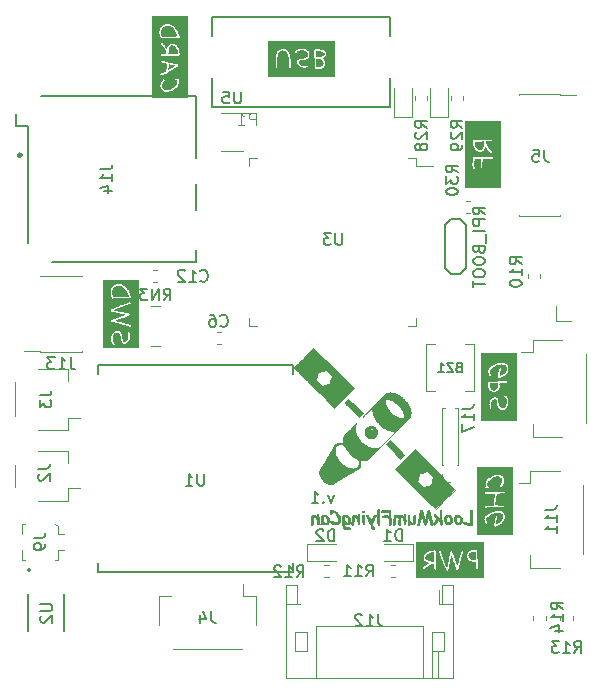
<source format=gbr>
%TF.GenerationSoftware,KiCad,Pcbnew,(5.1.6)-1*%
%TF.CreationDate,2020-12-16T03:56:45+01:00*%
%TF.ProjectId,CanSat,43616e53-6174-42e6-9b69-6361645f7063,V1.0*%
%TF.SameCoordinates,Original*%
%TF.FileFunction,Legend,Bot*%
%TF.FilePolarity,Positive*%
%FSLAX46Y46*%
G04 Gerber Fmt 4.6, Leading zero omitted, Abs format (unit mm)*
G04 Created by KiCad (PCBNEW (5.1.6)-1) date 2020-12-16 03:56:45*
%MOMM*%
%LPD*%
G01*
G04 APERTURE LIST*
%ADD10C,0.150000*%
%ADD11C,0.200000*%
%ADD12C,0.127000*%
%ADD13C,0.010000*%
%ADD14C,0.120000*%
%ADD15C,0.300000*%
%ADD16C,0.015000*%
G04 APERTURE END LIST*
D10*
X212940780Y-71223214D02*
X212702685Y-71889880D01*
X212464590Y-71223214D01*
X212083638Y-71794642D02*
X212036019Y-71842261D01*
X212083638Y-71889880D01*
X212131257Y-71842261D01*
X212083638Y-71794642D01*
X212083638Y-71889880D01*
X211083638Y-71889880D02*
X211655066Y-71889880D01*
X211369352Y-71889880D02*
X211369352Y-70889880D01*
X211464590Y-71032738D01*
X211559828Y-71127976D01*
X211655066Y-71175595D01*
D11*
%TO.C,U2*%
X187250000Y-77574000D02*
G75*
G03*
X187250000Y-77574000I-100000J0D01*
G01*
D12*
X187045000Y-79609000D02*
X187045000Y-82709000D01*
X190145000Y-79609000D02*
X190145000Y-82709000D01*
D13*
%TO.C,G\u002A\u002A\u002A*%
G36*
X228040782Y-74503465D02*
G01*
X228040782Y-68865127D01*
X226760341Y-68865127D01*
X226760341Y-69417947D01*
X226877558Y-69419758D01*
X226981876Y-69438136D01*
X227075707Y-69473879D01*
X227161466Y-69527785D01*
X227205823Y-69565239D01*
X227265576Y-69626191D01*
X227309752Y-69685951D01*
X227343152Y-69751570D01*
X227356613Y-69786783D01*
X227368300Y-69823088D01*
X227375417Y-69855572D01*
X227378704Y-69891112D01*
X227378902Y-69936589D01*
X227377494Y-69980704D01*
X227373986Y-70042816D01*
X227368031Y-70091655D01*
X227358034Y-70135916D01*
X227342400Y-70184291D01*
X227337810Y-70196993D01*
X227307543Y-70266488D01*
X227291498Y-70296214D01*
X227291498Y-70844448D01*
X227337044Y-70844451D01*
X227366703Y-70846644D01*
X227386558Y-70852561D01*
X227402694Y-70863736D01*
X227415145Y-70875618D01*
X227440492Y-70915293D01*
X227448124Y-70961632D01*
X227436903Y-71007083D01*
X227435397Y-71010008D01*
X227410244Y-71035106D01*
X227367375Y-71052974D01*
X227310208Y-71062432D01*
X227280014Y-71063634D01*
X227242667Y-71064934D01*
X227190085Y-71068252D01*
X227128873Y-71073108D01*
X227065637Y-71079018D01*
X227057095Y-71079892D01*
X226995565Y-71085852D01*
X226936573Y-71090833D01*
X226886196Y-71094370D01*
X226850509Y-71095999D01*
X226846169Y-71096054D01*
X226812968Y-71097642D01*
X226790005Y-71101461D01*
X226784078Y-71104525D01*
X226780759Y-71117105D01*
X226773955Y-71148397D01*
X226764253Y-71195509D01*
X226752238Y-71255551D01*
X226738495Y-71325631D01*
X226723612Y-71402861D01*
X226723389Y-71404027D01*
X226703093Y-71511462D01*
X226686671Y-71601563D01*
X226673474Y-71678508D01*
X226662854Y-71746473D01*
X226654161Y-71809637D01*
X226646746Y-71872176D01*
X226639960Y-71938269D01*
X226639282Y-71945330D01*
X226632196Y-72019519D01*
X226773204Y-72019385D01*
X226832018Y-72020082D01*
X226905781Y-72022097D01*
X226987517Y-72025175D01*
X227070252Y-72029062D01*
X227128536Y-72032341D01*
X227202197Y-72036925D01*
X227257194Y-72040790D01*
X227296808Y-72044518D01*
X227324317Y-72048688D01*
X227343002Y-72053880D01*
X227356142Y-72060675D01*
X227367018Y-72069653D01*
X227373084Y-72075593D01*
X227396989Y-72112926D01*
X227402686Y-72154424D01*
X227391803Y-72194784D01*
X227365972Y-72228702D01*
X227326821Y-72250875D01*
X227318512Y-72253203D01*
X227300812Y-72254252D01*
X227264661Y-72253958D01*
X227213544Y-72252435D01*
X227150944Y-72249801D01*
X227080345Y-72246171D01*
X227043739Y-72244055D01*
X226965496Y-72239660D01*
X226896499Y-72236624D01*
X226835761Y-72235118D01*
X226835761Y-72492128D01*
X226835909Y-72492128D01*
X226966950Y-72499088D01*
X227081295Y-72520126D01*
X227179324Y-72555479D01*
X227261416Y-72605384D01*
X227327951Y-72670076D01*
X227379311Y-72749792D01*
X227415873Y-72844769D01*
X227418654Y-72854828D01*
X227430098Y-72918710D01*
X227435211Y-72995707D01*
X227434079Y-73077912D01*
X227426790Y-73157415D01*
X227414608Y-73221820D01*
X227373433Y-73339369D01*
X227313016Y-73448596D01*
X227235028Y-73547943D01*
X227141142Y-73635850D01*
X227033031Y-73710758D01*
X226912368Y-73771108D01*
X226780824Y-73815341D01*
X226776726Y-73816403D01*
X226733047Y-73830666D01*
X226695878Y-73848213D01*
X226677511Y-73861158D01*
X226636873Y-73886982D01*
X226591484Y-73895899D01*
X226547234Y-73888314D01*
X226510012Y-73864629D01*
X226497095Y-73848781D01*
X226487707Y-73821437D01*
X226481816Y-73775836D01*
X226479268Y-73715397D01*
X226479905Y-73643540D01*
X226483572Y-73563683D01*
X226490112Y-73479247D01*
X226499370Y-73393649D01*
X226511191Y-73310310D01*
X226525133Y-73234014D01*
X226550340Y-73132397D01*
X226579988Y-73047749D01*
X226613462Y-72981253D01*
X226650146Y-72934091D01*
X226689425Y-72907447D01*
X226696336Y-72905037D01*
X226727840Y-72904865D01*
X226764861Y-72917297D01*
X226798344Y-72938482D01*
X226813859Y-72955031D01*
X226825086Y-72975075D01*
X226830002Y-72997318D01*
X226828169Y-73025904D01*
X226819151Y-73064974D01*
X226802511Y-73118675D01*
X226793895Y-73144378D01*
X226755333Y-73282120D01*
X226727035Y-73437300D01*
X226717167Y-73517949D01*
X226710474Y-73582064D01*
X226746398Y-73574738D01*
X226798915Y-73558562D01*
X226860708Y-73531150D01*
X226924990Y-73496271D01*
X226984972Y-73457695D01*
X227033867Y-73419191D01*
X227044236Y-73409349D01*
X227110952Y-73328000D01*
X227160273Y-73236328D01*
X227191052Y-73137800D01*
X227202141Y-73035886D01*
X227195658Y-72951746D01*
X227183015Y-72890712D01*
X227166703Y-72845752D01*
X227143955Y-72810978D01*
X227117209Y-72784791D01*
X227074770Y-72757196D01*
X227021181Y-72737647D01*
X226953565Y-72725511D01*
X226869043Y-72720159D01*
X226820791Y-72719820D01*
X226683077Y-72727451D01*
X226555519Y-72749201D01*
X226433715Y-72786501D01*
X226313260Y-72840782D01*
X226189753Y-72913476D01*
X226156063Y-72935934D01*
X226068555Y-72999804D01*
X225995235Y-73062099D01*
X225937933Y-73121037D01*
X225898481Y-73174835D01*
X225886430Y-73198291D01*
X225872663Y-73233690D01*
X225867228Y-73261924D01*
X225869018Y-73293694D01*
X225873626Y-73321847D01*
X225884915Y-73363844D01*
X225904722Y-73417478D01*
X225930274Y-73475527D01*
X225941195Y-73497796D01*
X225970762Y-73559182D01*
X225988553Y-73605651D01*
X225994578Y-73640843D01*
X225988848Y-73668395D01*
X225971373Y-73691946D01*
X225942163Y-73715135D01*
X225941820Y-73715371D01*
X225899514Y-73733112D01*
X225856155Y-73729853D01*
X225812893Y-73706463D01*
X225770874Y-73663814D01*
X225731248Y-73602777D01*
X225697493Y-73530130D01*
X225661879Y-73430105D01*
X225640740Y-73342896D01*
X225633886Y-73264946D01*
X225641125Y-73192700D01*
X225662263Y-73122600D01*
X225674033Y-73095504D01*
X225717493Y-73022456D01*
X225779479Y-72946859D01*
X225857123Y-72871206D01*
X225947555Y-72797991D01*
X226047906Y-72729709D01*
X226155308Y-72668852D01*
X226177822Y-72657576D01*
X226317285Y-72594788D01*
X226447984Y-72548063D01*
X226574744Y-72516187D01*
X226702394Y-72497946D01*
X226835761Y-72492128D01*
X226835761Y-72235118D01*
X226832841Y-72235045D01*
X226770614Y-72235019D01*
X226705912Y-72236641D01*
X226634828Y-72240009D01*
X226553453Y-72245219D01*
X226457882Y-72252367D01*
X226348409Y-72261203D01*
X226285473Y-72265307D01*
X226209216Y-72268625D01*
X226128291Y-72270867D01*
X226051355Y-72271744D01*
X226034528Y-72271719D01*
X225964122Y-72272284D01*
X225900479Y-72274455D01*
X225848275Y-72277982D01*
X225812186Y-72282617D01*
X225806196Y-72283927D01*
X225752144Y-72289373D01*
X225707562Y-72277767D01*
X225675225Y-72250899D01*
X225657912Y-72210560D01*
X225655754Y-72186907D01*
X225666373Y-72147061D01*
X225698084Y-72112817D01*
X225750663Y-72084397D01*
X225763690Y-72079422D01*
X225792722Y-72072783D01*
X225840947Y-72066348D01*
X225905579Y-72060295D01*
X225983828Y-72054802D01*
X226072908Y-72050047D01*
X226170030Y-72046208D01*
X226272406Y-72043463D01*
X226345434Y-72042290D01*
X226414127Y-72041500D01*
X226414127Y-71981613D01*
X226416657Y-71924111D01*
X226424317Y-71848689D01*
X226437209Y-71754649D01*
X226455435Y-71641297D01*
X226479099Y-71507939D01*
X226501660Y-71388214D01*
X226516163Y-71312118D01*
X226528983Y-71243432D01*
X226539609Y-71185010D01*
X226547533Y-71139703D01*
X226552242Y-71110364D01*
X226553261Y-71099861D01*
X226540302Y-71097621D01*
X226508527Y-71095895D01*
X226461098Y-71094678D01*
X226401173Y-71093966D01*
X226331914Y-71093755D01*
X226256481Y-71094041D01*
X226178035Y-71094820D01*
X226099734Y-71096087D01*
X226024741Y-71097838D01*
X225956214Y-71100069D01*
X225941130Y-71100673D01*
X225704437Y-71110559D01*
X225674600Y-71075100D01*
X225649855Y-71031768D01*
X225645966Y-70987457D01*
X225663021Y-70945401D01*
X225670810Y-70935335D01*
X225679526Y-70926351D01*
X225690198Y-70918582D01*
X225704475Y-70911900D01*
X225724005Y-70906176D01*
X225750436Y-70901281D01*
X225785418Y-70897089D01*
X225830597Y-70893469D01*
X225887624Y-70890294D01*
X225958146Y-70887436D01*
X226043812Y-70884765D01*
X226146269Y-70882154D01*
X226267168Y-70879474D01*
X226408155Y-70876597D01*
X226430613Y-70876151D01*
X226544401Y-70873745D01*
X226654528Y-70871132D01*
X226758454Y-70868390D01*
X226853643Y-70865600D01*
X226937555Y-70862840D01*
X227007652Y-70860192D01*
X227061396Y-70857733D01*
X227096250Y-70855544D01*
X227101059Y-70855114D01*
X227160862Y-70850266D01*
X227226784Y-70846490D01*
X227285633Y-70844526D01*
X227291498Y-70844448D01*
X227291498Y-70296214D01*
X227266405Y-70342704D01*
X227218872Y-70418434D01*
X227169419Y-70486473D01*
X227129102Y-70532998D01*
X227100590Y-70560137D01*
X227077647Y-70574198D01*
X227052116Y-70579268D01*
X227035868Y-70579709D01*
X226997298Y-70575380D01*
X226966912Y-70559117D01*
X226953844Y-70547822D01*
X226932776Y-70524850D01*
X226921148Y-70501639D01*
X226919671Y-70475141D01*
X226929054Y-70442310D01*
X226950007Y-70400096D01*
X226983240Y-70345452D01*
X227010787Y-70303294D01*
X227061937Y-70222136D01*
X227099275Y-70152442D01*
X227124408Y-70090013D01*
X227138941Y-70030647D01*
X227144483Y-69970141D01*
X227144647Y-69953227D01*
X227134157Y-69872344D01*
X227103834Y-69800667D01*
X227054054Y-69738752D01*
X226985191Y-69687156D01*
X226953426Y-69670039D01*
X226921459Y-69655555D01*
X226892984Y-69646743D01*
X226860799Y-69642355D01*
X226817704Y-69641145D01*
X226787818Y-69641369D01*
X226720056Y-69644494D01*
X226662611Y-69653025D01*
X226604116Y-69668745D01*
X226595477Y-69671529D01*
X226490358Y-69713749D01*
X226381064Y-69771710D01*
X226273473Y-69841608D01*
X226173462Y-69919635D01*
X226089523Y-69999202D01*
X226026634Y-70074067D01*
X225983765Y-70145049D01*
X225959896Y-70214636D01*
X225954011Y-70285317D01*
X225957493Y-70321845D01*
X225964174Y-70353507D01*
X225976230Y-70374315D01*
X225999595Y-70392471D01*
X226015506Y-70402035D01*
X226051935Y-70425466D01*
X226085754Y-70450813D01*
X226097125Y-70460711D01*
X226122075Y-70496994D01*
X226128206Y-70537189D01*
X226116915Y-70576580D01*
X226089602Y-70610448D01*
X226047662Y-70634074D01*
X226045558Y-70634787D01*
X226005989Y-70641876D01*
X225954027Y-70642941D01*
X225895486Y-70638798D01*
X225836181Y-70630265D01*
X225781926Y-70618157D01*
X225738536Y-70603293D01*
X225713461Y-70588123D01*
X225693924Y-70556096D01*
X225688810Y-70515819D01*
X225698360Y-70475835D01*
X225709776Y-70457279D01*
X225719176Y-70443326D01*
X225724836Y-70426445D01*
X225727261Y-70401795D01*
X225726960Y-70364538D01*
X225724701Y-70314795D01*
X225724871Y-70219267D01*
X225737439Y-70136251D01*
X225764091Y-70059064D01*
X225806512Y-69981023D01*
X225810503Y-69974752D01*
X225870037Y-69895571D01*
X225947139Y-69814185D01*
X226038040Y-69733683D01*
X226138973Y-69657153D01*
X226246171Y-69587685D01*
X226353677Y-69529431D01*
X226449168Y-69486083D01*
X226534642Y-69454984D01*
X226616928Y-69434261D01*
X226702857Y-69422043D01*
X226760341Y-69417947D01*
X226760341Y-68865127D01*
X225073236Y-68865127D01*
X225073236Y-74503465D01*
X228040782Y-74503465D01*
G37*
X228040782Y-74503465D02*
X228040782Y-68865127D01*
X226760341Y-68865127D01*
X226760341Y-69417947D01*
X226877558Y-69419758D01*
X226981876Y-69438136D01*
X227075707Y-69473879D01*
X227161466Y-69527785D01*
X227205823Y-69565239D01*
X227265576Y-69626191D01*
X227309752Y-69685951D01*
X227343152Y-69751570D01*
X227356613Y-69786783D01*
X227368300Y-69823088D01*
X227375417Y-69855572D01*
X227378704Y-69891112D01*
X227378902Y-69936589D01*
X227377494Y-69980704D01*
X227373986Y-70042816D01*
X227368031Y-70091655D01*
X227358034Y-70135916D01*
X227342400Y-70184291D01*
X227337810Y-70196993D01*
X227307543Y-70266488D01*
X227291498Y-70296214D01*
X227291498Y-70844448D01*
X227337044Y-70844451D01*
X227366703Y-70846644D01*
X227386558Y-70852561D01*
X227402694Y-70863736D01*
X227415145Y-70875618D01*
X227440492Y-70915293D01*
X227448124Y-70961632D01*
X227436903Y-71007083D01*
X227435397Y-71010008D01*
X227410244Y-71035106D01*
X227367375Y-71052974D01*
X227310208Y-71062432D01*
X227280014Y-71063634D01*
X227242667Y-71064934D01*
X227190085Y-71068252D01*
X227128873Y-71073108D01*
X227065637Y-71079018D01*
X227057095Y-71079892D01*
X226995565Y-71085852D01*
X226936573Y-71090833D01*
X226886196Y-71094370D01*
X226850509Y-71095999D01*
X226846169Y-71096054D01*
X226812968Y-71097642D01*
X226790005Y-71101461D01*
X226784078Y-71104525D01*
X226780759Y-71117105D01*
X226773955Y-71148397D01*
X226764253Y-71195509D01*
X226752238Y-71255551D01*
X226738495Y-71325631D01*
X226723612Y-71402861D01*
X226723389Y-71404027D01*
X226703093Y-71511462D01*
X226686671Y-71601563D01*
X226673474Y-71678508D01*
X226662854Y-71746473D01*
X226654161Y-71809637D01*
X226646746Y-71872176D01*
X226639960Y-71938269D01*
X226639282Y-71945330D01*
X226632196Y-72019519D01*
X226773204Y-72019385D01*
X226832018Y-72020082D01*
X226905781Y-72022097D01*
X226987517Y-72025175D01*
X227070252Y-72029062D01*
X227128536Y-72032341D01*
X227202197Y-72036925D01*
X227257194Y-72040790D01*
X227296808Y-72044518D01*
X227324317Y-72048688D01*
X227343002Y-72053880D01*
X227356142Y-72060675D01*
X227367018Y-72069653D01*
X227373084Y-72075593D01*
X227396989Y-72112926D01*
X227402686Y-72154424D01*
X227391803Y-72194784D01*
X227365972Y-72228702D01*
X227326821Y-72250875D01*
X227318512Y-72253203D01*
X227300812Y-72254252D01*
X227264661Y-72253958D01*
X227213544Y-72252435D01*
X227150944Y-72249801D01*
X227080345Y-72246171D01*
X227043739Y-72244055D01*
X226965496Y-72239660D01*
X226896499Y-72236624D01*
X226835761Y-72235118D01*
X226835761Y-72492128D01*
X226835909Y-72492128D01*
X226966950Y-72499088D01*
X227081295Y-72520126D01*
X227179324Y-72555479D01*
X227261416Y-72605384D01*
X227327951Y-72670076D01*
X227379311Y-72749792D01*
X227415873Y-72844769D01*
X227418654Y-72854828D01*
X227430098Y-72918710D01*
X227435211Y-72995707D01*
X227434079Y-73077912D01*
X227426790Y-73157415D01*
X227414608Y-73221820D01*
X227373433Y-73339369D01*
X227313016Y-73448596D01*
X227235028Y-73547943D01*
X227141142Y-73635850D01*
X227033031Y-73710758D01*
X226912368Y-73771108D01*
X226780824Y-73815341D01*
X226776726Y-73816403D01*
X226733047Y-73830666D01*
X226695878Y-73848213D01*
X226677511Y-73861158D01*
X226636873Y-73886982D01*
X226591484Y-73895899D01*
X226547234Y-73888314D01*
X226510012Y-73864629D01*
X226497095Y-73848781D01*
X226487707Y-73821437D01*
X226481816Y-73775836D01*
X226479268Y-73715397D01*
X226479905Y-73643540D01*
X226483572Y-73563683D01*
X226490112Y-73479247D01*
X226499370Y-73393649D01*
X226511191Y-73310310D01*
X226525133Y-73234014D01*
X226550340Y-73132397D01*
X226579988Y-73047749D01*
X226613462Y-72981253D01*
X226650146Y-72934091D01*
X226689425Y-72907447D01*
X226696336Y-72905037D01*
X226727840Y-72904865D01*
X226764861Y-72917297D01*
X226798344Y-72938482D01*
X226813859Y-72955031D01*
X226825086Y-72975075D01*
X226830002Y-72997318D01*
X226828169Y-73025904D01*
X226819151Y-73064974D01*
X226802511Y-73118675D01*
X226793895Y-73144378D01*
X226755333Y-73282120D01*
X226727035Y-73437300D01*
X226717167Y-73517949D01*
X226710474Y-73582064D01*
X226746398Y-73574738D01*
X226798915Y-73558562D01*
X226860708Y-73531150D01*
X226924990Y-73496271D01*
X226984972Y-73457695D01*
X227033867Y-73419191D01*
X227044236Y-73409349D01*
X227110952Y-73328000D01*
X227160273Y-73236328D01*
X227191052Y-73137800D01*
X227202141Y-73035886D01*
X227195658Y-72951746D01*
X227183015Y-72890712D01*
X227166703Y-72845752D01*
X227143955Y-72810978D01*
X227117209Y-72784791D01*
X227074770Y-72757196D01*
X227021181Y-72737647D01*
X226953565Y-72725511D01*
X226869043Y-72720159D01*
X226820791Y-72719820D01*
X226683077Y-72727451D01*
X226555519Y-72749201D01*
X226433715Y-72786501D01*
X226313260Y-72840782D01*
X226189753Y-72913476D01*
X226156063Y-72935934D01*
X226068555Y-72999804D01*
X225995235Y-73062099D01*
X225937933Y-73121037D01*
X225898481Y-73174835D01*
X225886430Y-73198291D01*
X225872663Y-73233690D01*
X225867228Y-73261924D01*
X225869018Y-73293694D01*
X225873626Y-73321847D01*
X225884915Y-73363844D01*
X225904722Y-73417478D01*
X225930274Y-73475527D01*
X225941195Y-73497796D01*
X225970762Y-73559182D01*
X225988553Y-73605651D01*
X225994578Y-73640843D01*
X225988848Y-73668395D01*
X225971373Y-73691946D01*
X225942163Y-73715135D01*
X225941820Y-73715371D01*
X225899514Y-73733112D01*
X225856155Y-73729853D01*
X225812893Y-73706463D01*
X225770874Y-73663814D01*
X225731248Y-73602777D01*
X225697493Y-73530130D01*
X225661879Y-73430105D01*
X225640740Y-73342896D01*
X225633886Y-73264946D01*
X225641125Y-73192700D01*
X225662263Y-73122600D01*
X225674033Y-73095504D01*
X225717493Y-73022456D01*
X225779479Y-72946859D01*
X225857123Y-72871206D01*
X225947555Y-72797991D01*
X226047906Y-72729709D01*
X226155308Y-72668852D01*
X226177822Y-72657576D01*
X226317285Y-72594788D01*
X226447984Y-72548063D01*
X226574744Y-72516187D01*
X226702394Y-72497946D01*
X226835761Y-72492128D01*
X226835761Y-72235118D01*
X226832841Y-72235045D01*
X226770614Y-72235019D01*
X226705912Y-72236641D01*
X226634828Y-72240009D01*
X226553453Y-72245219D01*
X226457882Y-72252367D01*
X226348409Y-72261203D01*
X226285473Y-72265307D01*
X226209216Y-72268625D01*
X226128291Y-72270867D01*
X226051355Y-72271744D01*
X226034528Y-72271719D01*
X225964122Y-72272284D01*
X225900479Y-72274455D01*
X225848275Y-72277982D01*
X225812186Y-72282617D01*
X225806196Y-72283927D01*
X225752144Y-72289373D01*
X225707562Y-72277767D01*
X225675225Y-72250899D01*
X225657912Y-72210560D01*
X225655754Y-72186907D01*
X225666373Y-72147061D01*
X225698084Y-72112817D01*
X225750663Y-72084397D01*
X225763690Y-72079422D01*
X225792722Y-72072783D01*
X225840947Y-72066348D01*
X225905579Y-72060295D01*
X225983828Y-72054802D01*
X226072908Y-72050047D01*
X226170030Y-72046208D01*
X226272406Y-72043463D01*
X226345434Y-72042290D01*
X226414127Y-72041500D01*
X226414127Y-71981613D01*
X226416657Y-71924111D01*
X226424317Y-71848689D01*
X226437209Y-71754649D01*
X226455435Y-71641297D01*
X226479099Y-71507939D01*
X226501660Y-71388214D01*
X226516163Y-71312118D01*
X226528983Y-71243432D01*
X226539609Y-71185010D01*
X226547533Y-71139703D01*
X226552242Y-71110364D01*
X226553261Y-71099861D01*
X226540302Y-71097621D01*
X226508527Y-71095895D01*
X226461098Y-71094678D01*
X226401173Y-71093966D01*
X226331914Y-71093755D01*
X226256481Y-71094041D01*
X226178035Y-71094820D01*
X226099734Y-71096087D01*
X226024741Y-71097838D01*
X225956214Y-71100069D01*
X225941130Y-71100673D01*
X225704437Y-71110559D01*
X225674600Y-71075100D01*
X225649855Y-71031768D01*
X225645966Y-70987457D01*
X225663021Y-70945401D01*
X225670810Y-70935335D01*
X225679526Y-70926351D01*
X225690198Y-70918582D01*
X225704475Y-70911900D01*
X225724005Y-70906176D01*
X225750436Y-70901281D01*
X225785418Y-70897089D01*
X225830597Y-70893469D01*
X225887624Y-70890294D01*
X225958146Y-70887436D01*
X226043812Y-70884765D01*
X226146269Y-70882154D01*
X226267168Y-70879474D01*
X226408155Y-70876597D01*
X226430613Y-70876151D01*
X226544401Y-70873745D01*
X226654528Y-70871132D01*
X226758454Y-70868390D01*
X226853643Y-70865600D01*
X226937555Y-70862840D01*
X227007652Y-70860192D01*
X227061396Y-70857733D01*
X227096250Y-70855544D01*
X227101059Y-70855114D01*
X227160862Y-70850266D01*
X227226784Y-70846490D01*
X227285633Y-70844526D01*
X227291498Y-70844448D01*
X227291498Y-70296214D01*
X227266405Y-70342704D01*
X227218872Y-70418434D01*
X227169419Y-70486473D01*
X227129102Y-70532998D01*
X227100590Y-70560137D01*
X227077647Y-70574198D01*
X227052116Y-70579268D01*
X227035868Y-70579709D01*
X226997298Y-70575380D01*
X226966912Y-70559117D01*
X226953844Y-70547822D01*
X226932776Y-70524850D01*
X226921148Y-70501639D01*
X226919671Y-70475141D01*
X226929054Y-70442310D01*
X226950007Y-70400096D01*
X226983240Y-70345452D01*
X227010787Y-70303294D01*
X227061937Y-70222136D01*
X227099275Y-70152442D01*
X227124408Y-70090013D01*
X227138941Y-70030647D01*
X227144483Y-69970141D01*
X227144647Y-69953227D01*
X227134157Y-69872344D01*
X227103834Y-69800667D01*
X227054054Y-69738752D01*
X226985191Y-69687156D01*
X226953426Y-69670039D01*
X226921459Y-69655555D01*
X226892984Y-69646743D01*
X226860799Y-69642355D01*
X226817704Y-69641145D01*
X226787818Y-69641369D01*
X226720056Y-69644494D01*
X226662611Y-69653025D01*
X226604116Y-69668745D01*
X226595477Y-69671529D01*
X226490358Y-69713749D01*
X226381064Y-69771710D01*
X226273473Y-69841608D01*
X226173462Y-69919635D01*
X226089523Y-69999202D01*
X226026634Y-70074067D01*
X225983765Y-70145049D01*
X225959896Y-70214636D01*
X225954011Y-70285317D01*
X225957493Y-70321845D01*
X225964174Y-70353507D01*
X225976230Y-70374315D01*
X225999595Y-70392471D01*
X226015506Y-70402035D01*
X226051935Y-70425466D01*
X226085754Y-70450813D01*
X226097125Y-70460711D01*
X226122075Y-70496994D01*
X226128206Y-70537189D01*
X226116915Y-70576580D01*
X226089602Y-70610448D01*
X226047662Y-70634074D01*
X226045558Y-70634787D01*
X226005989Y-70641876D01*
X225954027Y-70642941D01*
X225895486Y-70638798D01*
X225836181Y-70630265D01*
X225781926Y-70618157D01*
X225738536Y-70603293D01*
X225713461Y-70588123D01*
X225693924Y-70556096D01*
X225688810Y-70515819D01*
X225698360Y-70475835D01*
X225709776Y-70457279D01*
X225719176Y-70443326D01*
X225724836Y-70426445D01*
X225727261Y-70401795D01*
X225726960Y-70364538D01*
X225724701Y-70314795D01*
X225724871Y-70219267D01*
X225737439Y-70136251D01*
X225764091Y-70059064D01*
X225806512Y-69981023D01*
X225810503Y-69974752D01*
X225870037Y-69895571D01*
X225947139Y-69814185D01*
X226038040Y-69733683D01*
X226138973Y-69657153D01*
X226246171Y-69587685D01*
X226353677Y-69529431D01*
X226449168Y-69486083D01*
X226534642Y-69454984D01*
X226616928Y-69434261D01*
X226702857Y-69422043D01*
X226760341Y-69417947D01*
X226760341Y-68865127D01*
X225073236Y-68865127D01*
X225073236Y-74503465D01*
X228040782Y-74503465D01*
G36*
X224886697Y-41328994D02*
G01*
X224890130Y-41355876D01*
X224894323Y-41395650D01*
X224898025Y-41435815D01*
X224916960Y-41543194D01*
X224955718Y-41647255D01*
X224997417Y-41723415D01*
X225057364Y-41806318D01*
X225123486Y-41872739D01*
X225193708Y-41921058D01*
X225265956Y-41949652D01*
X225293636Y-41955026D01*
X225329800Y-41957142D01*
X225358577Y-41949424D01*
X225385766Y-41933561D01*
X225446487Y-41883629D01*
X225495864Y-41820947D01*
X225534527Y-41743962D01*
X225563104Y-41651119D01*
X225582228Y-41540862D01*
X225591903Y-41424938D01*
X225594742Y-41365608D01*
X225596030Y-41324775D01*
X225595419Y-41298990D01*
X225592563Y-41284800D01*
X225587116Y-41278754D01*
X225578729Y-41277402D01*
X225577075Y-41277391D01*
X225558614Y-41278531D01*
X225522801Y-41281668D01*
X225474132Y-41286377D01*
X225417103Y-41292231D01*
X225391305Y-41294976D01*
X225284660Y-41304208D01*
X225183093Y-41307797D01*
X225074355Y-41306122D01*
X225054815Y-41305363D01*
X224881862Y-41298166D01*
X224886697Y-41328994D01*
G37*
X224886697Y-41328994D02*
X224890130Y-41355876D01*
X224894323Y-41395650D01*
X224898025Y-41435815D01*
X224916960Y-41543194D01*
X224955718Y-41647255D01*
X224997417Y-41723415D01*
X225057364Y-41806318D01*
X225123486Y-41872739D01*
X225193708Y-41921058D01*
X225265956Y-41949652D01*
X225293636Y-41955026D01*
X225329800Y-41957142D01*
X225358577Y-41949424D01*
X225385766Y-41933561D01*
X225446487Y-41883629D01*
X225495864Y-41820947D01*
X225534527Y-41743962D01*
X225563104Y-41651119D01*
X225582228Y-41540862D01*
X225591903Y-41424938D01*
X225594742Y-41365608D01*
X225596030Y-41324775D01*
X225595419Y-41298990D01*
X225592563Y-41284800D01*
X225587116Y-41278754D01*
X225578729Y-41277402D01*
X225577075Y-41277391D01*
X225558614Y-41278531D01*
X225522801Y-41281668D01*
X225474132Y-41286377D01*
X225417103Y-41292231D01*
X225391305Y-41294976D01*
X225284660Y-41304208D01*
X225183093Y-41307797D01*
X225074355Y-41306122D01*
X225054815Y-41305363D01*
X224881862Y-41298166D01*
X224886697Y-41328994D01*
G36*
X227024782Y-45179165D02*
G01*
X227024782Y-39540827D01*
X225748521Y-39540827D01*
X225748521Y-41044191D01*
X225831718Y-41044343D01*
X225926533Y-41046302D01*
X226037542Y-41049980D01*
X226068573Y-41051165D01*
X226158998Y-41055242D01*
X226229814Y-41060210D01*
X226283393Y-41066995D01*
X226322108Y-41076522D01*
X226348332Y-41089716D01*
X226364437Y-41107504D01*
X226372795Y-41130810D01*
X226375780Y-41160561D01*
X226375984Y-41171075D01*
X226371293Y-41205999D01*
X226353333Y-41235408D01*
X226342751Y-41246703D01*
X226309185Y-41280270D01*
X226074519Y-41275272D01*
X225839853Y-41270275D01*
X225878069Y-41380067D01*
X225942737Y-41538648D01*
X226025149Y-41692740D01*
X226126563Y-41844372D01*
X226248237Y-41995570D01*
X226286677Y-42038731D01*
X226322444Y-42080275D01*
X226343881Y-42111234D01*
X226353349Y-42135327D01*
X226354336Y-42145375D01*
X226345409Y-42195969D01*
X226321160Y-42233946D01*
X226285384Y-42257539D01*
X226241878Y-42264977D01*
X226203309Y-42256453D01*
X226203309Y-42521781D01*
X226273932Y-42521806D01*
X226328639Y-42522183D01*
X226365442Y-42522919D01*
X226382355Y-42524020D01*
X226382643Y-42524086D01*
X226423280Y-42544224D01*
X226451037Y-42577590D01*
X226464116Y-42618598D01*
X226460720Y-42661666D01*
X226439516Y-42700676D01*
X226411926Y-42722323D01*
X226376384Y-42738041D01*
X226370823Y-42739495D01*
X226349339Y-42741959D01*
X226308857Y-42744223D01*
X226252358Y-42746211D01*
X226182825Y-42747848D01*
X226103241Y-42749056D01*
X226016587Y-42749761D01*
X225962370Y-42749911D01*
X225597881Y-42750173D01*
X225567931Y-42873821D01*
X225554452Y-42934143D01*
X225545042Y-42989595D01*
X225539437Y-43045127D01*
X225537374Y-43105689D01*
X225538589Y-43176229D01*
X225542821Y-43261699D01*
X225545248Y-43300402D01*
X225549084Y-43368670D01*
X225549780Y-43418730D01*
X225546517Y-43454234D01*
X225538473Y-43478831D01*
X225524827Y-43496173D01*
X225504761Y-43509911D01*
X225497265Y-43513928D01*
X225447101Y-43529887D01*
X225399518Y-43526318D01*
X225358809Y-43503654D01*
X225354399Y-43499482D01*
X225339125Y-43479877D01*
X225327162Y-43453473D01*
X225318185Y-43417778D01*
X225311873Y-43370302D01*
X225307902Y-43308552D01*
X225305949Y-43230036D01*
X225305693Y-43132264D01*
X225305734Y-43123864D01*
X225306673Y-43045597D01*
X225308809Y-42984507D01*
X225312542Y-42935804D01*
X225318274Y-42894696D01*
X225326406Y-42856393D01*
X225328952Y-42846344D01*
X225351140Y-42761164D01*
X224894894Y-42761164D01*
X224882616Y-42829857D01*
X224859493Y-43003006D01*
X224852732Y-43170121D01*
X224862309Y-43328286D01*
X224887905Y-43473369D01*
X224898624Y-43526110D01*
X224900846Y-43562968D01*
X224897078Y-43582938D01*
X224879378Y-43610180D01*
X224849776Y-43636595D01*
X224816513Y-43656015D01*
X224790902Y-43662419D01*
X224761997Y-43652309D01*
X224731747Y-43624596D01*
X224703254Y-43583202D01*
X224679623Y-43532051D01*
X224673522Y-43514030D01*
X224640308Y-43380952D01*
X224622360Y-43244137D01*
X224619477Y-43099822D01*
X224631458Y-42944243D01*
X224639766Y-42882064D01*
X224650634Y-42796334D01*
X224655909Y-42725405D01*
X224655378Y-42672280D01*
X224654964Y-42667730D01*
X224652018Y-42629937D01*
X224654051Y-42606141D01*
X224662947Y-42588571D01*
X224678216Y-42571826D01*
X224699225Y-42554157D01*
X224723596Y-42542059D01*
X224755470Y-42534777D01*
X224798983Y-42531554D01*
X224858277Y-42531635D01*
X224892934Y-42532604D01*
X224924813Y-42533132D01*
X224976338Y-42533318D01*
X225045176Y-42533180D01*
X225128994Y-42532735D01*
X225225461Y-42532000D01*
X225332242Y-42530994D01*
X225447005Y-42529734D01*
X225567417Y-42528237D01*
X225681026Y-42526668D01*
X225801413Y-42525046D01*
X225915822Y-42523739D01*
X226022267Y-42522755D01*
X226118758Y-42522099D01*
X226203309Y-42521781D01*
X226203309Y-42256453D01*
X226194438Y-42254492D01*
X226160892Y-42235518D01*
X226113842Y-42195481D01*
X226059886Y-42139570D01*
X226002037Y-42071531D01*
X225943312Y-41995106D01*
X225886723Y-41914039D01*
X225835285Y-41832072D01*
X225833293Y-41828685D01*
X225780210Y-41738140D01*
X225744477Y-41820339D01*
X225709626Y-41895717D01*
X225676603Y-41955554D01*
X225641762Y-42005596D01*
X225601456Y-42051590D01*
X225591124Y-42062107D01*
X225517599Y-42121938D01*
X225438288Y-42161487D01*
X225354729Y-42181198D01*
X225268457Y-42181517D01*
X225181010Y-42162886D01*
X225093925Y-42125752D01*
X225008739Y-42070557D01*
X224926987Y-41997747D01*
X224850208Y-41907766D01*
X224799175Y-41833090D01*
X224757287Y-41760998D01*
X224724452Y-41691933D01*
X224699422Y-41621306D01*
X224680954Y-41544528D01*
X224667801Y-41457010D01*
X224658717Y-41354163D01*
X224655794Y-41304868D01*
X224652898Y-41246115D01*
X224651768Y-41204993D01*
X224652818Y-41177191D01*
X224656463Y-41158400D01*
X224663117Y-41144309D01*
X224672452Y-41131542D01*
X224689323Y-41111590D01*
X224706260Y-41096259D01*
X224726226Y-41085051D01*
X224752184Y-41077467D01*
X224787095Y-41073010D01*
X224833922Y-41071182D01*
X224895628Y-41071485D01*
X224975175Y-41073420D01*
X225011762Y-41074513D01*
X225109384Y-41076966D01*
X225191045Y-41077641D01*
X225262705Y-41076383D01*
X225330325Y-41073039D01*
X225399865Y-41067455D01*
X225440359Y-41063449D01*
X225522859Y-41055476D01*
X225598668Y-41049668D01*
X225672363Y-41045936D01*
X225748521Y-41044191D01*
X225748521Y-39540827D01*
X224057236Y-39540827D01*
X224057236Y-45179165D01*
X227024782Y-45179165D01*
G37*
X227024782Y-45179165D02*
X227024782Y-39540827D01*
X225748521Y-39540827D01*
X225748521Y-41044191D01*
X225831718Y-41044343D01*
X225926533Y-41046302D01*
X226037542Y-41049980D01*
X226068573Y-41051165D01*
X226158998Y-41055242D01*
X226229814Y-41060210D01*
X226283393Y-41066995D01*
X226322108Y-41076522D01*
X226348332Y-41089716D01*
X226364437Y-41107504D01*
X226372795Y-41130810D01*
X226375780Y-41160561D01*
X226375984Y-41171075D01*
X226371293Y-41205999D01*
X226353333Y-41235408D01*
X226342751Y-41246703D01*
X226309185Y-41280270D01*
X226074519Y-41275272D01*
X225839853Y-41270275D01*
X225878069Y-41380067D01*
X225942737Y-41538648D01*
X226025149Y-41692740D01*
X226126563Y-41844372D01*
X226248237Y-41995570D01*
X226286677Y-42038731D01*
X226322444Y-42080275D01*
X226343881Y-42111234D01*
X226353349Y-42135327D01*
X226354336Y-42145375D01*
X226345409Y-42195969D01*
X226321160Y-42233946D01*
X226285384Y-42257539D01*
X226241878Y-42264977D01*
X226203309Y-42256453D01*
X226203309Y-42521781D01*
X226273932Y-42521806D01*
X226328639Y-42522183D01*
X226365442Y-42522919D01*
X226382355Y-42524020D01*
X226382643Y-42524086D01*
X226423280Y-42544224D01*
X226451037Y-42577590D01*
X226464116Y-42618598D01*
X226460720Y-42661666D01*
X226439516Y-42700676D01*
X226411926Y-42722323D01*
X226376384Y-42738041D01*
X226370823Y-42739495D01*
X226349339Y-42741959D01*
X226308857Y-42744223D01*
X226252358Y-42746211D01*
X226182825Y-42747848D01*
X226103241Y-42749056D01*
X226016587Y-42749761D01*
X225962370Y-42749911D01*
X225597881Y-42750173D01*
X225567931Y-42873821D01*
X225554452Y-42934143D01*
X225545042Y-42989595D01*
X225539437Y-43045127D01*
X225537374Y-43105689D01*
X225538589Y-43176229D01*
X225542821Y-43261699D01*
X225545248Y-43300402D01*
X225549084Y-43368670D01*
X225549780Y-43418730D01*
X225546517Y-43454234D01*
X225538473Y-43478831D01*
X225524827Y-43496173D01*
X225504761Y-43509911D01*
X225497265Y-43513928D01*
X225447101Y-43529887D01*
X225399518Y-43526318D01*
X225358809Y-43503654D01*
X225354399Y-43499482D01*
X225339125Y-43479877D01*
X225327162Y-43453473D01*
X225318185Y-43417778D01*
X225311873Y-43370302D01*
X225307902Y-43308552D01*
X225305949Y-43230036D01*
X225305693Y-43132264D01*
X225305734Y-43123864D01*
X225306673Y-43045597D01*
X225308809Y-42984507D01*
X225312542Y-42935804D01*
X225318274Y-42894696D01*
X225326406Y-42856393D01*
X225328952Y-42846344D01*
X225351140Y-42761164D01*
X224894894Y-42761164D01*
X224882616Y-42829857D01*
X224859493Y-43003006D01*
X224852732Y-43170121D01*
X224862309Y-43328286D01*
X224887905Y-43473369D01*
X224898624Y-43526110D01*
X224900846Y-43562968D01*
X224897078Y-43582938D01*
X224879378Y-43610180D01*
X224849776Y-43636595D01*
X224816513Y-43656015D01*
X224790902Y-43662419D01*
X224761997Y-43652309D01*
X224731747Y-43624596D01*
X224703254Y-43583202D01*
X224679623Y-43532051D01*
X224673522Y-43514030D01*
X224640308Y-43380952D01*
X224622360Y-43244137D01*
X224619477Y-43099822D01*
X224631458Y-42944243D01*
X224639766Y-42882064D01*
X224650634Y-42796334D01*
X224655909Y-42725405D01*
X224655378Y-42672280D01*
X224654964Y-42667730D01*
X224652018Y-42629937D01*
X224654051Y-42606141D01*
X224662947Y-42588571D01*
X224678216Y-42571826D01*
X224699225Y-42554157D01*
X224723596Y-42542059D01*
X224755470Y-42534777D01*
X224798983Y-42531554D01*
X224858277Y-42531635D01*
X224892934Y-42532604D01*
X224924813Y-42533132D01*
X224976338Y-42533318D01*
X225045176Y-42533180D01*
X225128994Y-42532735D01*
X225225461Y-42532000D01*
X225332242Y-42530994D01*
X225447005Y-42529734D01*
X225567417Y-42528237D01*
X225681026Y-42526668D01*
X225801413Y-42525046D01*
X225915822Y-42523739D01*
X226022267Y-42522755D01*
X226118758Y-42522099D01*
X226203309Y-42521781D01*
X226203309Y-42256453D01*
X226194438Y-42254492D01*
X226160892Y-42235518D01*
X226113842Y-42195481D01*
X226059886Y-42139570D01*
X226002037Y-42071531D01*
X225943312Y-41995106D01*
X225886723Y-41914039D01*
X225835285Y-41832072D01*
X225833293Y-41828685D01*
X225780210Y-41738140D01*
X225744477Y-41820339D01*
X225709626Y-41895717D01*
X225676603Y-41955554D01*
X225641762Y-42005596D01*
X225601456Y-42051590D01*
X225591124Y-42062107D01*
X225517599Y-42121938D01*
X225438288Y-42161487D01*
X225354729Y-42181198D01*
X225268457Y-42181517D01*
X225181010Y-42162886D01*
X225093925Y-42125752D01*
X225008739Y-42070557D01*
X224926987Y-41997747D01*
X224850208Y-41907766D01*
X224799175Y-41833090D01*
X224757287Y-41760998D01*
X224724452Y-41691933D01*
X224699422Y-41621306D01*
X224680954Y-41544528D01*
X224667801Y-41457010D01*
X224658717Y-41354163D01*
X224655794Y-41304868D01*
X224652898Y-41246115D01*
X224651768Y-41204993D01*
X224652818Y-41177191D01*
X224656463Y-41158400D01*
X224663117Y-41144309D01*
X224672452Y-41131542D01*
X224689323Y-41111590D01*
X224706260Y-41096259D01*
X224726226Y-41085051D01*
X224752184Y-41077467D01*
X224787095Y-41073010D01*
X224833922Y-41071182D01*
X224895628Y-41071485D01*
X224975175Y-41073420D01*
X225011762Y-41074513D01*
X225109384Y-41076966D01*
X225191045Y-41077641D01*
X225262705Y-41076383D01*
X225330325Y-41073039D01*
X225399865Y-41067455D01*
X225440359Y-41063449D01*
X225522859Y-41055476D01*
X225598668Y-41049668D01*
X225672363Y-41045936D01*
X225748521Y-41044191D01*
X225748521Y-39540827D01*
X224057236Y-39540827D01*
X224057236Y-45179165D01*
X227024782Y-45179165D01*
G36*
X226179490Y-62014169D02*
G01*
X226214188Y-62106480D01*
X226264936Y-62188333D01*
X226277266Y-62203443D01*
X226331123Y-62251535D01*
X226391914Y-62280780D01*
X226456943Y-62292092D01*
X226523514Y-62286384D01*
X226588930Y-62264569D01*
X226650495Y-62227562D01*
X226705514Y-62176276D01*
X226751290Y-62111623D01*
X226785126Y-62034518D01*
X226786250Y-62031008D01*
X226805192Y-61948714D01*
X226814148Y-61859316D01*
X226812112Y-61778466D01*
X226811327Y-61764500D01*
X226810655Y-61753381D01*
X226807841Y-61744892D01*
X226800631Y-61738819D01*
X226786771Y-61734944D01*
X226764007Y-61733052D01*
X226730085Y-61732927D01*
X226682749Y-61734352D01*
X226619747Y-61737112D01*
X226538822Y-61740991D01*
X226460115Y-61744733D01*
X226172117Y-61758182D01*
X226164407Y-61819157D01*
X226162383Y-61916645D01*
X226179490Y-62014169D01*
G37*
X226179490Y-62014169D02*
X226214188Y-62106480D01*
X226264936Y-62188333D01*
X226277266Y-62203443D01*
X226331123Y-62251535D01*
X226391914Y-62280780D01*
X226456943Y-62292092D01*
X226523514Y-62286384D01*
X226588930Y-62264569D01*
X226650495Y-62227562D01*
X226705514Y-62176276D01*
X226751290Y-62111623D01*
X226785126Y-62034518D01*
X226786250Y-62031008D01*
X226805192Y-61948714D01*
X226814148Y-61859316D01*
X226812112Y-61778466D01*
X226811327Y-61764500D01*
X226810655Y-61753381D01*
X226807841Y-61744892D01*
X226800631Y-61738819D01*
X226786771Y-61734944D01*
X226764007Y-61733052D01*
X226730085Y-61732927D01*
X226682749Y-61734352D01*
X226619747Y-61737112D01*
X226538822Y-61740991D01*
X226460115Y-61744733D01*
X226172117Y-61758182D01*
X226164407Y-61819157D01*
X226162383Y-61916645D01*
X226179490Y-62014169D01*
G36*
X228358282Y-64864165D02*
G01*
X228358282Y-59225827D01*
X227153261Y-59225827D01*
X227153261Y-59940236D01*
X227153409Y-59940236D01*
X227284450Y-59947196D01*
X227398795Y-59968234D01*
X227496824Y-60003587D01*
X227578916Y-60053492D01*
X227645451Y-60118184D01*
X227696811Y-60197900D01*
X227733373Y-60292877D01*
X227736154Y-60302936D01*
X227747598Y-60366818D01*
X227752711Y-60443815D01*
X227751579Y-60526020D01*
X227744290Y-60605523D01*
X227732108Y-60669928D01*
X227690933Y-60787477D01*
X227631195Y-60895476D01*
X227631195Y-61500945D01*
X227665011Y-61529400D01*
X227691601Y-61564978D01*
X227699926Y-61608095D01*
X227688927Y-61652605D01*
X227686952Y-61656471D01*
X227676879Y-61671497D01*
X227662902Y-61683445D01*
X227642608Y-61692658D01*
X227613583Y-61699480D01*
X227573411Y-61704252D01*
X227519678Y-61707319D01*
X227449970Y-61709022D01*
X227390083Y-61709486D01*
X227390083Y-62716178D01*
X227403888Y-62716233D01*
X227471736Y-62726610D01*
X227533418Y-62756550D01*
X227591137Y-62807171D01*
X227597847Y-62814625D01*
X227632449Y-62863001D01*
X227666365Y-62926564D01*
X227696579Y-62998643D01*
X227720076Y-63072570D01*
X227726479Y-63099129D01*
X227735827Y-63161901D01*
X227740682Y-63238331D01*
X227741064Y-63320565D01*
X227736994Y-63400749D01*
X227728495Y-63471028D01*
X227725435Y-63487325D01*
X227692737Y-63605628D01*
X227646415Y-63713359D01*
X227588012Y-63808252D01*
X227519072Y-63888041D01*
X227441138Y-63950457D01*
X227391082Y-63978445D01*
X227358372Y-63993275D01*
X227330781Y-64003017D01*
X227302125Y-64008733D01*
X227266218Y-64011483D01*
X227216875Y-64012327D01*
X227193245Y-64012369D01*
X227134766Y-64011756D01*
X227092470Y-64009383D01*
X227060577Y-64004452D01*
X227033309Y-63996165D01*
X227012771Y-63987429D01*
X226930884Y-63937874D01*
X226859638Y-63870834D01*
X226801479Y-63789219D01*
X226758851Y-63695941D01*
X226753036Y-63678200D01*
X226743622Y-63640105D01*
X226733543Y-63586630D01*
X226723892Y-63524308D01*
X226715757Y-63459669D01*
X226714363Y-63446598D01*
X226702382Y-63346726D01*
X226688644Y-63266979D01*
X226672291Y-63205520D01*
X226652469Y-63160510D01*
X226628320Y-63130114D01*
X226598989Y-63112491D01*
X226563620Y-63105805D01*
X226555531Y-63105619D01*
X226493745Y-63116185D01*
X226435970Y-63146394D01*
X226384073Y-63194013D01*
X226339919Y-63256808D01*
X226305374Y-63332545D01*
X226282302Y-63418991D01*
X226279404Y-63436216D01*
X226274343Y-63474767D01*
X226272443Y-63509122D01*
X226274012Y-63545513D01*
X226279355Y-63590169D01*
X226288778Y-63649320D01*
X226290312Y-63658358D01*
X226302673Y-63734466D01*
X226310316Y-63792375D01*
X226313197Y-63835368D01*
X226311275Y-63866725D01*
X226304506Y-63889726D01*
X226292847Y-63907654D01*
X226286994Y-63913950D01*
X226251073Y-63936491D01*
X226211770Y-63939475D01*
X226174892Y-63922825D01*
X226166656Y-63915511D01*
X226141816Y-63880234D01*
X226118259Y-63827673D01*
X226097221Y-63762525D01*
X226079941Y-63689487D01*
X226067655Y-63613257D01*
X226061601Y-63538532D01*
X226061181Y-63515055D01*
X226065300Y-63437470D01*
X226078808Y-63364008D01*
X226103438Y-63288045D01*
X226140918Y-63202960D01*
X226144798Y-63195001D01*
X226192112Y-63112528D01*
X226248872Y-63036364D01*
X226311350Y-62970553D01*
X226375821Y-62919143D01*
X226423626Y-62892295D01*
X226508729Y-62863971D01*
X226589522Y-62856525D01*
X226664466Y-62869465D01*
X226732019Y-62902298D01*
X226790642Y-62954531D01*
X226838492Y-63025099D01*
X226860732Y-63070047D01*
X226877129Y-63111814D01*
X226889136Y-63156188D01*
X226898205Y-63208958D01*
X226905788Y-63275912D01*
X226908332Y-63303455D01*
X226914470Y-63362507D01*
X226922113Y-63421492D01*
X226930137Y-63472309D01*
X226935371Y-63498642D01*
X226961488Y-63582433D01*
X226998181Y-63656948D01*
X227043034Y-63718409D01*
X227093633Y-63763037D01*
X227110813Y-63773234D01*
X227154046Y-63786476D01*
X227207684Y-63789682D01*
X227262724Y-63783133D01*
X227310160Y-63767107D01*
X227310294Y-63767038D01*
X227369209Y-63725345D01*
X227420933Y-63665879D01*
X227464204Y-63592034D01*
X227497756Y-63507205D01*
X227520325Y-63414787D01*
X227530647Y-63318176D01*
X227527459Y-63220765D01*
X227523911Y-63193404D01*
X227506889Y-63113419D01*
X227481397Y-63049782D01*
X227444697Y-62997617D01*
X227394056Y-62952053D01*
X227384552Y-62945103D01*
X227349385Y-62918484D01*
X227320852Y-62894093D01*
X227304268Y-62876531D01*
X227302945Y-62874418D01*
X227292111Y-62833350D01*
X227297058Y-62788209D01*
X227316572Y-62748861D01*
X227318708Y-62746279D01*
X227337710Y-62727761D01*
X227358644Y-62718735D01*
X227390083Y-62716178D01*
X227390083Y-61709486D01*
X227361873Y-61709706D01*
X227311751Y-61709773D01*
X227022886Y-61709773D01*
X227022886Y-61855402D01*
X227020118Y-61947497D01*
X227010785Y-62024686D01*
X226993345Y-62093466D01*
X226966255Y-62160330D01*
X226937423Y-62215355D01*
X226877315Y-62301950D01*
X226804593Y-62374005D01*
X226721970Y-62430570D01*
X226632157Y-62470697D01*
X226537866Y-62493437D01*
X226441808Y-62497842D01*
X226346696Y-62482963D01*
X226262451Y-62451473D01*
X226186052Y-62402798D01*
X226115438Y-62336357D01*
X226053706Y-62256200D01*
X226003952Y-62166378D01*
X225969273Y-62070941D01*
X225968071Y-62066403D01*
X225958676Y-62015717D01*
X225953283Y-61954627D01*
X225951608Y-61887233D01*
X225953364Y-61817633D01*
X225958267Y-61749929D01*
X225966032Y-61688218D01*
X225976372Y-61636602D01*
X225989004Y-61599180D01*
X226001827Y-61581217D01*
X226018827Y-61571112D01*
X226040970Y-61562993D01*
X226070932Y-61556551D01*
X226111386Y-61551476D01*
X226165006Y-61547456D01*
X226234468Y-61544182D01*
X226322445Y-61541344D01*
X226352440Y-61540542D01*
X226445014Y-61537617D01*
X226548939Y-61533450D01*
X226655798Y-61528435D01*
X226757176Y-61522966D01*
X226841536Y-61517654D01*
X226925584Y-61512720D01*
X227024157Y-61508366D01*
X227129799Y-61504832D01*
X227235056Y-61502358D01*
X227332472Y-61501183D01*
X227354518Y-61501121D01*
X227631195Y-61500945D01*
X227631195Y-60895476D01*
X227630516Y-60896704D01*
X227552528Y-60996051D01*
X227458642Y-61083958D01*
X227350531Y-61158866D01*
X227229868Y-61219216D01*
X227098324Y-61263449D01*
X227094226Y-61264511D01*
X227050547Y-61278774D01*
X227013378Y-61296321D01*
X226995011Y-61309266D01*
X226954373Y-61335090D01*
X226908984Y-61344007D01*
X226864734Y-61336422D01*
X226827512Y-61312737D01*
X226814595Y-61296889D01*
X226805207Y-61269545D01*
X226799316Y-61223944D01*
X226796768Y-61163505D01*
X226797405Y-61091648D01*
X226801072Y-61011792D01*
X226807612Y-60927355D01*
X226816870Y-60841758D01*
X226828691Y-60758418D01*
X226842633Y-60682122D01*
X226867840Y-60580505D01*
X226897488Y-60495857D01*
X226930962Y-60429361D01*
X226967646Y-60382199D01*
X227006925Y-60355555D01*
X227013836Y-60353145D01*
X227045340Y-60352973D01*
X227082361Y-60365405D01*
X227115844Y-60386590D01*
X227131359Y-60403139D01*
X227142586Y-60423183D01*
X227147502Y-60445427D01*
X227145669Y-60474012D01*
X227136651Y-60513083D01*
X227120011Y-60566783D01*
X227111395Y-60592486D01*
X227072833Y-60730228D01*
X227044535Y-60885408D01*
X227034667Y-60966057D01*
X227027974Y-61030172D01*
X227063898Y-61022846D01*
X227116415Y-61006670D01*
X227178208Y-60979258D01*
X227242490Y-60944379D01*
X227302472Y-60905803D01*
X227351367Y-60867300D01*
X227361736Y-60857457D01*
X227428452Y-60776108D01*
X227477773Y-60684436D01*
X227508552Y-60585908D01*
X227519641Y-60483994D01*
X227513158Y-60399854D01*
X227500515Y-60338820D01*
X227484203Y-60293860D01*
X227461455Y-60259086D01*
X227434709Y-60232899D01*
X227392270Y-60205304D01*
X227338681Y-60185755D01*
X227271065Y-60173620D01*
X227186543Y-60168267D01*
X227138291Y-60167928D01*
X227000577Y-60175559D01*
X226873019Y-60197309D01*
X226751215Y-60234609D01*
X226630760Y-60288890D01*
X226507253Y-60361584D01*
X226473563Y-60384042D01*
X226386055Y-60447913D01*
X226312735Y-60510208D01*
X226255433Y-60569145D01*
X226215981Y-60622943D01*
X226203930Y-60646399D01*
X226190163Y-60681798D01*
X226184728Y-60710032D01*
X226186518Y-60741803D01*
X226191126Y-60769955D01*
X226202415Y-60811952D01*
X226222222Y-60865586D01*
X226247774Y-60923635D01*
X226258695Y-60945904D01*
X226288262Y-61007290D01*
X226306053Y-61053759D01*
X226312078Y-61088951D01*
X226306348Y-61116503D01*
X226288873Y-61140054D01*
X226259663Y-61163243D01*
X226259320Y-61163479D01*
X226217014Y-61181220D01*
X226173655Y-61177961D01*
X226130393Y-61154571D01*
X226088374Y-61111923D01*
X226048748Y-61050885D01*
X226014993Y-60978238D01*
X225979379Y-60878213D01*
X225958240Y-60791004D01*
X225951386Y-60713054D01*
X225958625Y-60640808D01*
X225979763Y-60570709D01*
X225991533Y-60543612D01*
X226034993Y-60470564D01*
X226096979Y-60394967D01*
X226174623Y-60319314D01*
X226265055Y-60246099D01*
X226365406Y-60177817D01*
X226472808Y-60116960D01*
X226495322Y-60105684D01*
X226634785Y-60042896D01*
X226765484Y-59996171D01*
X226892244Y-59964295D01*
X227019894Y-59946054D01*
X227153261Y-59940236D01*
X227153261Y-59225827D01*
X225390736Y-59225827D01*
X225390736Y-64864165D01*
X228358282Y-64864165D01*
G37*
X228358282Y-64864165D02*
X228358282Y-59225827D01*
X227153261Y-59225827D01*
X227153261Y-59940236D01*
X227153409Y-59940236D01*
X227284450Y-59947196D01*
X227398795Y-59968234D01*
X227496824Y-60003587D01*
X227578916Y-60053492D01*
X227645451Y-60118184D01*
X227696811Y-60197900D01*
X227733373Y-60292877D01*
X227736154Y-60302936D01*
X227747598Y-60366818D01*
X227752711Y-60443815D01*
X227751579Y-60526020D01*
X227744290Y-60605523D01*
X227732108Y-60669928D01*
X227690933Y-60787477D01*
X227631195Y-60895476D01*
X227631195Y-61500945D01*
X227665011Y-61529400D01*
X227691601Y-61564978D01*
X227699926Y-61608095D01*
X227688927Y-61652605D01*
X227686952Y-61656471D01*
X227676879Y-61671497D01*
X227662902Y-61683445D01*
X227642608Y-61692658D01*
X227613583Y-61699480D01*
X227573411Y-61704252D01*
X227519678Y-61707319D01*
X227449970Y-61709022D01*
X227390083Y-61709486D01*
X227390083Y-62716178D01*
X227403888Y-62716233D01*
X227471736Y-62726610D01*
X227533418Y-62756550D01*
X227591137Y-62807171D01*
X227597847Y-62814625D01*
X227632449Y-62863001D01*
X227666365Y-62926564D01*
X227696579Y-62998643D01*
X227720076Y-63072570D01*
X227726479Y-63099129D01*
X227735827Y-63161901D01*
X227740682Y-63238331D01*
X227741064Y-63320565D01*
X227736994Y-63400749D01*
X227728495Y-63471028D01*
X227725435Y-63487325D01*
X227692737Y-63605628D01*
X227646415Y-63713359D01*
X227588012Y-63808252D01*
X227519072Y-63888041D01*
X227441138Y-63950457D01*
X227391082Y-63978445D01*
X227358372Y-63993275D01*
X227330781Y-64003017D01*
X227302125Y-64008733D01*
X227266218Y-64011483D01*
X227216875Y-64012327D01*
X227193245Y-64012369D01*
X227134766Y-64011756D01*
X227092470Y-64009383D01*
X227060577Y-64004452D01*
X227033309Y-63996165D01*
X227012771Y-63987429D01*
X226930884Y-63937874D01*
X226859638Y-63870834D01*
X226801479Y-63789219D01*
X226758851Y-63695941D01*
X226753036Y-63678200D01*
X226743622Y-63640105D01*
X226733543Y-63586630D01*
X226723892Y-63524308D01*
X226715757Y-63459669D01*
X226714363Y-63446598D01*
X226702382Y-63346726D01*
X226688644Y-63266979D01*
X226672291Y-63205520D01*
X226652469Y-63160510D01*
X226628320Y-63130114D01*
X226598989Y-63112491D01*
X226563620Y-63105805D01*
X226555531Y-63105619D01*
X226493745Y-63116185D01*
X226435970Y-63146394D01*
X226384073Y-63194013D01*
X226339919Y-63256808D01*
X226305374Y-63332545D01*
X226282302Y-63418991D01*
X226279404Y-63436216D01*
X226274343Y-63474767D01*
X226272443Y-63509122D01*
X226274012Y-63545513D01*
X226279355Y-63590169D01*
X226288778Y-63649320D01*
X226290312Y-63658358D01*
X226302673Y-63734466D01*
X226310316Y-63792375D01*
X226313197Y-63835368D01*
X226311275Y-63866725D01*
X226304506Y-63889726D01*
X226292847Y-63907654D01*
X226286994Y-63913950D01*
X226251073Y-63936491D01*
X226211770Y-63939475D01*
X226174892Y-63922825D01*
X226166656Y-63915511D01*
X226141816Y-63880234D01*
X226118259Y-63827673D01*
X226097221Y-63762525D01*
X226079941Y-63689487D01*
X226067655Y-63613257D01*
X226061601Y-63538532D01*
X226061181Y-63515055D01*
X226065300Y-63437470D01*
X226078808Y-63364008D01*
X226103438Y-63288045D01*
X226140918Y-63202960D01*
X226144798Y-63195001D01*
X226192112Y-63112528D01*
X226248872Y-63036364D01*
X226311350Y-62970553D01*
X226375821Y-62919143D01*
X226423626Y-62892295D01*
X226508729Y-62863971D01*
X226589522Y-62856525D01*
X226664466Y-62869465D01*
X226732019Y-62902298D01*
X226790642Y-62954531D01*
X226838492Y-63025099D01*
X226860732Y-63070047D01*
X226877129Y-63111814D01*
X226889136Y-63156188D01*
X226898205Y-63208958D01*
X226905788Y-63275912D01*
X226908332Y-63303455D01*
X226914470Y-63362507D01*
X226922113Y-63421492D01*
X226930137Y-63472309D01*
X226935371Y-63498642D01*
X226961488Y-63582433D01*
X226998181Y-63656948D01*
X227043034Y-63718409D01*
X227093633Y-63763037D01*
X227110813Y-63773234D01*
X227154046Y-63786476D01*
X227207684Y-63789682D01*
X227262724Y-63783133D01*
X227310160Y-63767107D01*
X227310294Y-63767038D01*
X227369209Y-63725345D01*
X227420933Y-63665879D01*
X227464204Y-63592034D01*
X227497756Y-63507205D01*
X227520325Y-63414787D01*
X227530647Y-63318176D01*
X227527459Y-63220765D01*
X227523911Y-63193404D01*
X227506889Y-63113419D01*
X227481397Y-63049782D01*
X227444697Y-62997617D01*
X227394056Y-62952053D01*
X227384552Y-62945103D01*
X227349385Y-62918484D01*
X227320852Y-62894093D01*
X227304268Y-62876531D01*
X227302945Y-62874418D01*
X227292111Y-62833350D01*
X227297058Y-62788209D01*
X227316572Y-62748861D01*
X227318708Y-62746279D01*
X227337710Y-62727761D01*
X227358644Y-62718735D01*
X227390083Y-62716178D01*
X227390083Y-61709486D01*
X227361873Y-61709706D01*
X227311751Y-61709773D01*
X227022886Y-61709773D01*
X227022886Y-61855402D01*
X227020118Y-61947497D01*
X227010785Y-62024686D01*
X226993345Y-62093466D01*
X226966255Y-62160330D01*
X226937423Y-62215355D01*
X226877315Y-62301950D01*
X226804593Y-62374005D01*
X226721970Y-62430570D01*
X226632157Y-62470697D01*
X226537866Y-62493437D01*
X226441808Y-62497842D01*
X226346696Y-62482963D01*
X226262451Y-62451473D01*
X226186052Y-62402798D01*
X226115438Y-62336357D01*
X226053706Y-62256200D01*
X226003952Y-62166378D01*
X225969273Y-62070941D01*
X225968071Y-62066403D01*
X225958676Y-62015717D01*
X225953283Y-61954627D01*
X225951608Y-61887233D01*
X225953364Y-61817633D01*
X225958267Y-61749929D01*
X225966032Y-61688218D01*
X225976372Y-61636602D01*
X225989004Y-61599180D01*
X226001827Y-61581217D01*
X226018827Y-61571112D01*
X226040970Y-61562993D01*
X226070932Y-61556551D01*
X226111386Y-61551476D01*
X226165006Y-61547456D01*
X226234468Y-61544182D01*
X226322445Y-61541344D01*
X226352440Y-61540542D01*
X226445014Y-61537617D01*
X226548939Y-61533450D01*
X226655798Y-61528435D01*
X226757176Y-61522966D01*
X226841536Y-61517654D01*
X226925584Y-61512720D01*
X227024157Y-61508366D01*
X227129799Y-61504832D01*
X227235056Y-61502358D01*
X227332472Y-61501183D01*
X227354518Y-61501121D01*
X227631195Y-61500945D01*
X227631195Y-60895476D01*
X227630516Y-60896704D01*
X227552528Y-60996051D01*
X227458642Y-61083958D01*
X227350531Y-61158866D01*
X227229868Y-61219216D01*
X227098324Y-61263449D01*
X227094226Y-61264511D01*
X227050547Y-61278774D01*
X227013378Y-61296321D01*
X226995011Y-61309266D01*
X226954373Y-61335090D01*
X226908984Y-61344007D01*
X226864734Y-61336422D01*
X226827512Y-61312737D01*
X226814595Y-61296889D01*
X226805207Y-61269545D01*
X226799316Y-61223944D01*
X226796768Y-61163505D01*
X226797405Y-61091648D01*
X226801072Y-61011792D01*
X226807612Y-60927355D01*
X226816870Y-60841758D01*
X226828691Y-60758418D01*
X226842633Y-60682122D01*
X226867840Y-60580505D01*
X226897488Y-60495857D01*
X226930962Y-60429361D01*
X226967646Y-60382199D01*
X227006925Y-60355555D01*
X227013836Y-60353145D01*
X227045340Y-60352973D01*
X227082361Y-60365405D01*
X227115844Y-60386590D01*
X227131359Y-60403139D01*
X227142586Y-60423183D01*
X227147502Y-60445427D01*
X227145669Y-60474012D01*
X227136651Y-60513083D01*
X227120011Y-60566783D01*
X227111395Y-60592486D01*
X227072833Y-60730228D01*
X227044535Y-60885408D01*
X227034667Y-60966057D01*
X227027974Y-61030172D01*
X227063898Y-61022846D01*
X227116415Y-61006670D01*
X227178208Y-60979258D01*
X227242490Y-60944379D01*
X227302472Y-60905803D01*
X227351367Y-60867300D01*
X227361736Y-60857457D01*
X227428452Y-60776108D01*
X227477773Y-60684436D01*
X227508552Y-60585908D01*
X227519641Y-60483994D01*
X227513158Y-60399854D01*
X227500515Y-60338820D01*
X227484203Y-60293860D01*
X227461455Y-60259086D01*
X227434709Y-60232899D01*
X227392270Y-60205304D01*
X227338681Y-60185755D01*
X227271065Y-60173620D01*
X227186543Y-60168267D01*
X227138291Y-60167928D01*
X227000577Y-60175559D01*
X226873019Y-60197309D01*
X226751215Y-60234609D01*
X226630760Y-60288890D01*
X226507253Y-60361584D01*
X226473563Y-60384042D01*
X226386055Y-60447913D01*
X226312735Y-60510208D01*
X226255433Y-60569145D01*
X226215981Y-60622943D01*
X226203930Y-60646399D01*
X226190163Y-60681798D01*
X226184728Y-60710032D01*
X226186518Y-60741803D01*
X226191126Y-60769955D01*
X226202415Y-60811952D01*
X226222222Y-60865586D01*
X226247774Y-60923635D01*
X226258695Y-60945904D01*
X226288262Y-61007290D01*
X226306053Y-61053759D01*
X226312078Y-61088951D01*
X226306348Y-61116503D01*
X226288873Y-61140054D01*
X226259663Y-61163243D01*
X226259320Y-61163479D01*
X226217014Y-61181220D01*
X226173655Y-61177961D01*
X226130393Y-61154571D01*
X226088374Y-61111923D01*
X226048748Y-61050885D01*
X226014993Y-60978238D01*
X225979379Y-60878213D01*
X225958240Y-60791004D01*
X225951386Y-60713054D01*
X225958625Y-60640808D01*
X225979763Y-60570709D01*
X225991533Y-60543612D01*
X226034993Y-60470564D01*
X226096979Y-60394967D01*
X226174623Y-60319314D01*
X226265055Y-60246099D01*
X226365406Y-60177817D01*
X226472808Y-60116960D01*
X226495322Y-60105684D01*
X226634785Y-60042896D01*
X226765484Y-59996171D01*
X226892244Y-59964295D01*
X227019894Y-59946054D01*
X227153261Y-59940236D01*
X227153261Y-59225827D01*
X225390736Y-59225827D01*
X225390736Y-64864165D01*
X228358282Y-64864165D01*
D14*
%TO.C,J10*%
X231775000Y-55245000D02*
X231775000Y-56515000D01*
X231775000Y-56515000D02*
X233045000Y-56515000D01*
D13*
%TO.C,G\u002A\u002A\u002A*%
G36*
X211735237Y-34917060D02*
G01*
X211826026Y-34885293D01*
X211907021Y-34835556D01*
X211951232Y-34795895D01*
X211993104Y-34738020D01*
X212015038Y-34672942D01*
X212016975Y-34602836D01*
X211998858Y-34529878D01*
X211960630Y-34456241D01*
X211960238Y-34455648D01*
X211921062Y-34412128D01*
X211865872Y-34371621D01*
X211800635Y-34336933D01*
X211731317Y-34310864D01*
X211663885Y-34296218D01*
X211617145Y-34294479D01*
X211588073Y-34296433D01*
X211548638Y-34299124D01*
X211527231Y-34300598D01*
X211468120Y-34304683D01*
X211474778Y-34353258D01*
X211477010Y-34378164D01*
X211479596Y-34421193D01*
X211482359Y-34478492D01*
X211485121Y-34546208D01*
X211487704Y-34620488D01*
X211488882Y-34659219D01*
X211496329Y-34916605D01*
X211535840Y-34923141D01*
X211637544Y-34929971D01*
X211735237Y-34917060D01*
G37*
X211735237Y-34917060D02*
X211826026Y-34885293D01*
X211907021Y-34835556D01*
X211951232Y-34795895D01*
X211993104Y-34738020D01*
X212015038Y-34672942D01*
X212016975Y-34602836D01*
X211998858Y-34529878D01*
X211960630Y-34456241D01*
X211960238Y-34455648D01*
X211921062Y-34412128D01*
X211865872Y-34371621D01*
X211800635Y-34336933D01*
X211731317Y-34310864D01*
X211663885Y-34296218D01*
X211617145Y-34294479D01*
X211588073Y-34296433D01*
X211548638Y-34299124D01*
X211527231Y-34300598D01*
X211468120Y-34304683D01*
X211474778Y-34353258D01*
X211477010Y-34378164D01*
X211479596Y-34421193D01*
X211482359Y-34478492D01*
X211485121Y-34546208D01*
X211487704Y-34620488D01*
X211488882Y-34659219D01*
X211496329Y-34916605D01*
X211535840Y-34923141D01*
X211637544Y-34929971D01*
X211735237Y-34917060D01*
G36*
X211612269Y-34059712D02*
G01*
X211706719Y-34052682D01*
X211786853Y-34040705D01*
X211860109Y-34021989D01*
X211933926Y-33994746D01*
X211993343Y-33968016D01*
X212050610Y-33937587D01*
X212094198Y-33907847D01*
X212121609Y-33880770D01*
X212130392Y-33859673D01*
X212120777Y-33833020D01*
X212094374Y-33801079D01*
X212054846Y-33766625D01*
X212005855Y-33732432D01*
X211951064Y-33701273D01*
X211894135Y-33675922D01*
X211881892Y-33671470D01*
X211810707Y-33650817D01*
X211724112Y-33632298D01*
X211628659Y-33617120D01*
X211530902Y-33606493D01*
X211528639Y-33606309D01*
X211448955Y-33599865D01*
X211449051Y-33778544D01*
X211449494Y-33843865D01*
X211450655Y-33905892D01*
X211452379Y-33959321D01*
X211454516Y-33998844D01*
X211455744Y-34012178D01*
X211462342Y-34067132D01*
X211612269Y-34059712D01*
G37*
X211612269Y-34059712D02*
X211706719Y-34052682D01*
X211786853Y-34040705D01*
X211860109Y-34021989D01*
X211933926Y-33994746D01*
X211993343Y-33968016D01*
X212050610Y-33937587D01*
X212094198Y-33907847D01*
X212121609Y-33880770D01*
X212130392Y-33859673D01*
X212120777Y-33833020D01*
X212094374Y-33801079D01*
X212054846Y-33766625D01*
X212005855Y-33732432D01*
X211951064Y-33701273D01*
X211894135Y-33675922D01*
X211881892Y-33671470D01*
X211810707Y-33650817D01*
X211724112Y-33632298D01*
X211628659Y-33617120D01*
X211530902Y-33606493D01*
X211528639Y-33606309D01*
X211448955Y-33599865D01*
X211449051Y-33778544D01*
X211449494Y-33843865D01*
X211450655Y-33905892D01*
X211452379Y-33959321D01*
X211454516Y-33998844D01*
X211455744Y-34012178D01*
X211462342Y-34067132D01*
X211612269Y-34059712D01*
G36*
X213009665Y-32764709D02*
G01*
X207371327Y-32764709D01*
X207371327Y-34542168D01*
X207959327Y-34542168D01*
X207959937Y-34445886D01*
X207961349Y-34350333D01*
X207963544Y-34258752D01*
X207966503Y-34174384D01*
X207970206Y-34100471D01*
X207974632Y-34040255D01*
X207979513Y-33998534D01*
X208000370Y-33893637D01*
X208028381Y-33794945D01*
X208061702Y-33708319D01*
X208086213Y-33659710D01*
X208142233Y-33582445D01*
X208215294Y-33514040D01*
X208301283Y-33457377D01*
X208396088Y-33415337D01*
X208460865Y-33397137D01*
X208525728Y-33387167D01*
X208600351Y-33382164D01*
X208676954Y-33382130D01*
X208747754Y-33387066D01*
X208804971Y-33396974D01*
X208805256Y-33397048D01*
X208885519Y-33424882D01*
X208956474Y-33465577D01*
X209024166Y-33522851D01*
X209045907Y-33545055D01*
X209114525Y-33632683D01*
X209157493Y-33710927D01*
X209608713Y-33710927D01*
X209608769Y-33697121D01*
X209619146Y-33629274D01*
X209649086Y-33567591D01*
X209699707Y-33509872D01*
X209707161Y-33503162D01*
X209755537Y-33468560D01*
X209819099Y-33434644D01*
X209891179Y-33404430D01*
X209965106Y-33380934D01*
X209991665Y-33374531D01*
X210054436Y-33365182D01*
X210130867Y-33360328D01*
X210213101Y-33359945D01*
X210293285Y-33364015D01*
X210363564Y-33372514D01*
X210379861Y-33375574D01*
X210498163Y-33408272D01*
X210605895Y-33454594D01*
X210700788Y-33512997D01*
X210780576Y-33581937D01*
X210842993Y-33659871D01*
X210870981Y-33709928D01*
X210882227Y-33734733D01*
X211229137Y-33734733D01*
X211229390Y-33645019D01*
X211230523Y-33574484D01*
X211233098Y-33520325D01*
X211237679Y-33479742D01*
X211244827Y-33449932D01*
X211255104Y-33428094D01*
X211269074Y-33411428D01*
X211287299Y-33397131D01*
X211298364Y-33389880D01*
X211313846Y-33381138D01*
X211330607Y-33375256D01*
X211352786Y-33371879D01*
X211384521Y-33370654D01*
X211429951Y-33371227D01*
X211492919Y-33373232D01*
X211560357Y-33376685D01*
X211629796Y-33382030D01*
X211693542Y-33388569D01*
X211743901Y-33395605D01*
X211748559Y-33396428D01*
X211869928Y-33422897D01*
X211973665Y-33455653D01*
X212063662Y-33496519D01*
X212143808Y-33547315D01*
X212217996Y-33609860D01*
X212230387Y-33621883D01*
X212274491Y-33667707D01*
X212304509Y-33704879D01*
X212323876Y-33738017D01*
X212332053Y-33758597D01*
X212348278Y-33834743D01*
X212344916Y-33905910D01*
X212327490Y-33958748D01*
X212298076Y-34003560D01*
X212253477Y-34051877D01*
X212198899Y-34098994D01*
X212139550Y-34140210D01*
X212105393Y-34159356D01*
X212031851Y-34196625D01*
X212096378Y-34265605D01*
X212161456Y-34347970D01*
X212206337Y-34435435D01*
X212231953Y-34530644D01*
X212239238Y-34636241D01*
X212238147Y-34667543D01*
X212232645Y-34726924D01*
X212222143Y-34774505D01*
X212204342Y-34820300D01*
X212201912Y-34825505D01*
X212157891Y-34896665D01*
X212096317Y-34965023D01*
X212021607Y-35027153D01*
X211938180Y-35079628D01*
X211850455Y-35119018D01*
X211805585Y-35132939D01*
X211744900Y-35143525D01*
X211669949Y-35148612D01*
X211587748Y-35148209D01*
X211505311Y-35142328D01*
X211436833Y-35132382D01*
X211381532Y-35121046D01*
X211343722Y-35110662D01*
X211319089Y-35099406D01*
X211303321Y-35085452D01*
X211294791Y-35072256D01*
X211291081Y-35055319D01*
X211287025Y-35019507D01*
X211282852Y-34967923D01*
X211278789Y-34903667D01*
X211275067Y-34829839D01*
X211272744Y-34773006D01*
X211268848Y-34677109D01*
X211263921Y-34570129D01*
X211258363Y-34459909D01*
X211252573Y-34354296D01*
X211246950Y-34261134D01*
X211245810Y-34243608D01*
X211240520Y-34150273D01*
X211235921Y-34043691D01*
X211232301Y-33932592D01*
X211229945Y-33825707D01*
X211229137Y-33734733D01*
X210882227Y-33734733D01*
X210885811Y-33742638D01*
X210895553Y-33770228D01*
X210901269Y-33798885D01*
X210904019Y-33834792D01*
X210904863Y-33884134D01*
X210904905Y-33907764D01*
X210904292Y-33966243D01*
X210901919Y-34008539D01*
X210896988Y-34040432D01*
X210888700Y-34067700D01*
X210879965Y-34088238D01*
X210830410Y-34170126D01*
X210763370Y-34241371D01*
X210681755Y-34299531D01*
X210588477Y-34342158D01*
X210570736Y-34347973D01*
X210532641Y-34357387D01*
X210479166Y-34367466D01*
X210416844Y-34377117D01*
X210352205Y-34385252D01*
X210339134Y-34386646D01*
X210239262Y-34398627D01*
X210159515Y-34412365D01*
X210098055Y-34428718D01*
X210053046Y-34448541D01*
X210022649Y-34472689D01*
X210005027Y-34502020D01*
X209998341Y-34537389D01*
X209998155Y-34545478D01*
X210008721Y-34607264D01*
X210038930Y-34665039D01*
X210086549Y-34716936D01*
X210149344Y-34761090D01*
X210225081Y-34795635D01*
X210311526Y-34818707D01*
X210328752Y-34821605D01*
X210367303Y-34826667D01*
X210401658Y-34828566D01*
X210438049Y-34826997D01*
X210482705Y-34821654D01*
X210541856Y-34812231D01*
X210550894Y-34810697D01*
X210627002Y-34798336D01*
X210684911Y-34790693D01*
X210727904Y-34787812D01*
X210759261Y-34789734D01*
X210782262Y-34796503D01*
X210800190Y-34808162D01*
X210806486Y-34814015D01*
X210829027Y-34849936D01*
X210832011Y-34889239D01*
X210815361Y-34926118D01*
X210808047Y-34934353D01*
X210772770Y-34959193D01*
X210720209Y-34982750D01*
X210655061Y-35003788D01*
X210582023Y-35021068D01*
X210505793Y-35033354D01*
X210431068Y-35039408D01*
X210407591Y-35039828D01*
X210330006Y-35035710D01*
X210256544Y-35022201D01*
X210180581Y-34997572D01*
X210095496Y-34960091D01*
X210087537Y-34956211D01*
X210005064Y-34908897D01*
X209928899Y-34852137D01*
X209863089Y-34789659D01*
X209811679Y-34725188D01*
X209784831Y-34677383D01*
X209756507Y-34592280D01*
X209749061Y-34511487D01*
X209762001Y-34436543D01*
X209794834Y-34368990D01*
X209847067Y-34310367D01*
X209917635Y-34262517D01*
X209962583Y-34240277D01*
X210004350Y-34223880D01*
X210048724Y-34211873D01*
X210101494Y-34202804D01*
X210168448Y-34195222D01*
X210195991Y-34192678D01*
X210255043Y-34186539D01*
X210314028Y-34178897D01*
X210364845Y-34170872D01*
X210391178Y-34165638D01*
X210474969Y-34139521D01*
X210549484Y-34102828D01*
X210610945Y-34057975D01*
X210655573Y-34007377D01*
X210665770Y-33990196D01*
X210679012Y-33946963D01*
X210682218Y-33893325D01*
X210675668Y-33838285D01*
X210659643Y-33790849D01*
X210659574Y-33790715D01*
X210617881Y-33731801D01*
X210558414Y-33680076D01*
X210484569Y-33636806D01*
X210399741Y-33603254D01*
X210307323Y-33580684D01*
X210210712Y-33570362D01*
X210113301Y-33573551D01*
X210085940Y-33577098D01*
X210005955Y-33594120D01*
X209942317Y-33619613D01*
X209890153Y-33656312D01*
X209844589Y-33706953D01*
X209837639Y-33716457D01*
X209811020Y-33751625D01*
X209786629Y-33780157D01*
X209769067Y-33796741D01*
X209766954Y-33798065D01*
X209725886Y-33808898D01*
X209680744Y-33803951D01*
X209641397Y-33784437D01*
X209638815Y-33782301D01*
X209620297Y-33763299D01*
X209611271Y-33742365D01*
X209608713Y-33710927D01*
X209157493Y-33710927D01*
X209173273Y-33739660D01*
X209222178Y-33866060D01*
X209261264Y-34011958D01*
X209290557Y-34177430D01*
X209305617Y-34308932D01*
X209309972Y-34368846D01*
X209313284Y-34439771D01*
X209315575Y-34518319D01*
X209316866Y-34601101D01*
X209317178Y-34684727D01*
X209316533Y-34765809D01*
X209314952Y-34840957D01*
X209312458Y-34906782D01*
X209309070Y-34959896D01*
X209304812Y-34996908D01*
X209301162Y-35011819D01*
X209275646Y-35048922D01*
X209240163Y-35070058D01*
X209200177Y-35074305D01*
X209161156Y-35060744D01*
X209136767Y-35039487D01*
X209120935Y-35018139D01*
X209108709Y-34994337D01*
X209099641Y-34965029D01*
X209093281Y-34927166D01*
X209089181Y-34877696D01*
X209086892Y-34813570D01*
X209085966Y-34731737D01*
X209085876Y-34693614D01*
X209082133Y-34494879D01*
X209071126Y-34316563D01*
X209052766Y-34158308D01*
X209026966Y-34019755D01*
X208993635Y-33900545D01*
X208952687Y-33800321D01*
X208904033Y-33718722D01*
X208847584Y-33655392D01*
X208825104Y-33636820D01*
X208761992Y-33602226D01*
X208689113Y-33583975D01*
X208610813Y-33581553D01*
X208531436Y-33594448D01*
X208455324Y-33622147D01*
X208386823Y-33664136D01*
X208354712Y-33692384D01*
X208319663Y-33730623D01*
X208289599Y-33771187D01*
X208264166Y-33815981D01*
X208243007Y-33866909D01*
X208225768Y-33925877D01*
X208212093Y-33994788D01*
X208201625Y-34075547D01*
X208194010Y-34170060D01*
X208188892Y-34280230D01*
X208185916Y-34407963D01*
X208184725Y-34555163D01*
X208184663Y-34603292D01*
X208184487Y-34712445D01*
X208183797Y-34801776D01*
X208182341Y-34873444D01*
X208179869Y-34929607D01*
X208176128Y-34972423D01*
X208170867Y-35004051D01*
X208163836Y-35026649D01*
X208154781Y-35042376D01*
X208143452Y-35053390D01*
X208131353Y-35060925D01*
X208087606Y-35074297D01*
X208047702Y-35067052D01*
X208013519Y-35040467D01*
X207986932Y-34995818D01*
X207973654Y-34953664D01*
X207969026Y-34921075D01*
X207965321Y-34869767D01*
X207962518Y-34802981D01*
X207960599Y-34723958D01*
X207959542Y-34635940D01*
X207959327Y-34542168D01*
X207371327Y-34542168D01*
X207371327Y-35732255D01*
X213009665Y-35732255D01*
X213009665Y-32764709D01*
G37*
X213009665Y-32764709D02*
X207371327Y-32764709D01*
X207371327Y-34542168D01*
X207959327Y-34542168D01*
X207959937Y-34445886D01*
X207961349Y-34350333D01*
X207963544Y-34258752D01*
X207966503Y-34174384D01*
X207970206Y-34100471D01*
X207974632Y-34040255D01*
X207979513Y-33998534D01*
X208000370Y-33893637D01*
X208028381Y-33794945D01*
X208061702Y-33708319D01*
X208086213Y-33659710D01*
X208142233Y-33582445D01*
X208215294Y-33514040D01*
X208301283Y-33457377D01*
X208396088Y-33415337D01*
X208460865Y-33397137D01*
X208525728Y-33387167D01*
X208600351Y-33382164D01*
X208676954Y-33382130D01*
X208747754Y-33387066D01*
X208804971Y-33396974D01*
X208805256Y-33397048D01*
X208885519Y-33424882D01*
X208956474Y-33465577D01*
X209024166Y-33522851D01*
X209045907Y-33545055D01*
X209114525Y-33632683D01*
X209157493Y-33710927D01*
X209608713Y-33710927D01*
X209608769Y-33697121D01*
X209619146Y-33629274D01*
X209649086Y-33567591D01*
X209699707Y-33509872D01*
X209707161Y-33503162D01*
X209755537Y-33468560D01*
X209819099Y-33434644D01*
X209891179Y-33404430D01*
X209965106Y-33380934D01*
X209991665Y-33374531D01*
X210054436Y-33365182D01*
X210130867Y-33360328D01*
X210213101Y-33359945D01*
X210293285Y-33364015D01*
X210363564Y-33372514D01*
X210379861Y-33375574D01*
X210498163Y-33408272D01*
X210605895Y-33454594D01*
X210700788Y-33512997D01*
X210780576Y-33581937D01*
X210842993Y-33659871D01*
X210870981Y-33709928D01*
X210882227Y-33734733D01*
X211229137Y-33734733D01*
X211229390Y-33645019D01*
X211230523Y-33574484D01*
X211233098Y-33520325D01*
X211237679Y-33479742D01*
X211244827Y-33449932D01*
X211255104Y-33428094D01*
X211269074Y-33411428D01*
X211287299Y-33397131D01*
X211298364Y-33389880D01*
X211313846Y-33381138D01*
X211330607Y-33375256D01*
X211352786Y-33371879D01*
X211384521Y-33370654D01*
X211429951Y-33371227D01*
X211492919Y-33373232D01*
X211560357Y-33376685D01*
X211629796Y-33382030D01*
X211693542Y-33388569D01*
X211743901Y-33395605D01*
X211748559Y-33396428D01*
X211869928Y-33422897D01*
X211973665Y-33455653D01*
X212063662Y-33496519D01*
X212143808Y-33547315D01*
X212217996Y-33609860D01*
X212230387Y-33621883D01*
X212274491Y-33667707D01*
X212304509Y-33704879D01*
X212323876Y-33738017D01*
X212332053Y-33758597D01*
X212348278Y-33834743D01*
X212344916Y-33905910D01*
X212327490Y-33958748D01*
X212298076Y-34003560D01*
X212253477Y-34051877D01*
X212198899Y-34098994D01*
X212139550Y-34140210D01*
X212105393Y-34159356D01*
X212031851Y-34196625D01*
X212096378Y-34265605D01*
X212161456Y-34347970D01*
X212206337Y-34435435D01*
X212231953Y-34530644D01*
X212239238Y-34636241D01*
X212238147Y-34667543D01*
X212232645Y-34726924D01*
X212222143Y-34774505D01*
X212204342Y-34820300D01*
X212201912Y-34825505D01*
X212157891Y-34896665D01*
X212096317Y-34965023D01*
X212021607Y-35027153D01*
X211938180Y-35079628D01*
X211850455Y-35119018D01*
X211805585Y-35132939D01*
X211744900Y-35143525D01*
X211669949Y-35148612D01*
X211587748Y-35148209D01*
X211505311Y-35142328D01*
X211436833Y-35132382D01*
X211381532Y-35121046D01*
X211343722Y-35110662D01*
X211319089Y-35099406D01*
X211303321Y-35085452D01*
X211294791Y-35072256D01*
X211291081Y-35055319D01*
X211287025Y-35019507D01*
X211282852Y-34967923D01*
X211278789Y-34903667D01*
X211275067Y-34829839D01*
X211272744Y-34773006D01*
X211268848Y-34677109D01*
X211263921Y-34570129D01*
X211258363Y-34459909D01*
X211252573Y-34354296D01*
X211246950Y-34261134D01*
X211245810Y-34243608D01*
X211240520Y-34150273D01*
X211235921Y-34043691D01*
X211232301Y-33932592D01*
X211229945Y-33825707D01*
X211229137Y-33734733D01*
X210882227Y-33734733D01*
X210885811Y-33742638D01*
X210895553Y-33770228D01*
X210901269Y-33798885D01*
X210904019Y-33834792D01*
X210904863Y-33884134D01*
X210904905Y-33907764D01*
X210904292Y-33966243D01*
X210901919Y-34008539D01*
X210896988Y-34040432D01*
X210888700Y-34067700D01*
X210879965Y-34088238D01*
X210830410Y-34170126D01*
X210763370Y-34241371D01*
X210681755Y-34299531D01*
X210588477Y-34342158D01*
X210570736Y-34347973D01*
X210532641Y-34357387D01*
X210479166Y-34367466D01*
X210416844Y-34377117D01*
X210352205Y-34385252D01*
X210339134Y-34386646D01*
X210239262Y-34398627D01*
X210159515Y-34412365D01*
X210098055Y-34428718D01*
X210053046Y-34448541D01*
X210022649Y-34472689D01*
X210005027Y-34502020D01*
X209998341Y-34537389D01*
X209998155Y-34545478D01*
X210008721Y-34607264D01*
X210038930Y-34665039D01*
X210086549Y-34716936D01*
X210149344Y-34761090D01*
X210225081Y-34795635D01*
X210311526Y-34818707D01*
X210328752Y-34821605D01*
X210367303Y-34826667D01*
X210401658Y-34828566D01*
X210438049Y-34826997D01*
X210482705Y-34821654D01*
X210541856Y-34812231D01*
X210550894Y-34810697D01*
X210627002Y-34798336D01*
X210684911Y-34790693D01*
X210727904Y-34787812D01*
X210759261Y-34789734D01*
X210782262Y-34796503D01*
X210800190Y-34808162D01*
X210806486Y-34814015D01*
X210829027Y-34849936D01*
X210832011Y-34889239D01*
X210815361Y-34926118D01*
X210808047Y-34934353D01*
X210772770Y-34959193D01*
X210720209Y-34982750D01*
X210655061Y-35003788D01*
X210582023Y-35021068D01*
X210505793Y-35033354D01*
X210431068Y-35039408D01*
X210407591Y-35039828D01*
X210330006Y-35035710D01*
X210256544Y-35022201D01*
X210180581Y-34997572D01*
X210095496Y-34960091D01*
X210087537Y-34956211D01*
X210005064Y-34908897D01*
X209928899Y-34852137D01*
X209863089Y-34789659D01*
X209811679Y-34725188D01*
X209784831Y-34677383D01*
X209756507Y-34592280D01*
X209749061Y-34511487D01*
X209762001Y-34436543D01*
X209794834Y-34368990D01*
X209847067Y-34310367D01*
X209917635Y-34262517D01*
X209962583Y-34240277D01*
X210004350Y-34223880D01*
X210048724Y-34211873D01*
X210101494Y-34202804D01*
X210168448Y-34195222D01*
X210195991Y-34192678D01*
X210255043Y-34186539D01*
X210314028Y-34178897D01*
X210364845Y-34170872D01*
X210391178Y-34165638D01*
X210474969Y-34139521D01*
X210549484Y-34102828D01*
X210610945Y-34057975D01*
X210655573Y-34007377D01*
X210665770Y-33990196D01*
X210679012Y-33946963D01*
X210682218Y-33893325D01*
X210675668Y-33838285D01*
X210659643Y-33790849D01*
X210659574Y-33790715D01*
X210617881Y-33731801D01*
X210558414Y-33680076D01*
X210484569Y-33636806D01*
X210399741Y-33603254D01*
X210307323Y-33580684D01*
X210210712Y-33570362D01*
X210113301Y-33573551D01*
X210085940Y-33577098D01*
X210005955Y-33594120D01*
X209942317Y-33619613D01*
X209890153Y-33656312D01*
X209844589Y-33706953D01*
X209837639Y-33716457D01*
X209811020Y-33751625D01*
X209786629Y-33780157D01*
X209769067Y-33796741D01*
X209766954Y-33798065D01*
X209725886Y-33808898D01*
X209680744Y-33803951D01*
X209641397Y-33784437D01*
X209638815Y-33782301D01*
X209620297Y-33763299D01*
X209611271Y-33742365D01*
X209608713Y-33710927D01*
X209157493Y-33710927D01*
X209173273Y-33739660D01*
X209222178Y-33866060D01*
X209261264Y-34011958D01*
X209290557Y-34177430D01*
X209305617Y-34308932D01*
X209309972Y-34368846D01*
X209313284Y-34439771D01*
X209315575Y-34518319D01*
X209316866Y-34601101D01*
X209317178Y-34684727D01*
X209316533Y-34765809D01*
X209314952Y-34840957D01*
X209312458Y-34906782D01*
X209309070Y-34959896D01*
X209304812Y-34996908D01*
X209301162Y-35011819D01*
X209275646Y-35048922D01*
X209240163Y-35070058D01*
X209200177Y-35074305D01*
X209161156Y-35060744D01*
X209136767Y-35039487D01*
X209120935Y-35018139D01*
X209108709Y-34994337D01*
X209099641Y-34965029D01*
X209093281Y-34927166D01*
X209089181Y-34877696D01*
X209086892Y-34813570D01*
X209085966Y-34731737D01*
X209085876Y-34693614D01*
X209082133Y-34494879D01*
X209071126Y-34316563D01*
X209052766Y-34158308D01*
X209026966Y-34019755D01*
X208993635Y-33900545D01*
X208952687Y-33800321D01*
X208904033Y-33718722D01*
X208847584Y-33655392D01*
X208825104Y-33636820D01*
X208761992Y-33602226D01*
X208689113Y-33583975D01*
X208610813Y-33581553D01*
X208531436Y-33594448D01*
X208455324Y-33622147D01*
X208386823Y-33664136D01*
X208354712Y-33692384D01*
X208319663Y-33730623D01*
X208289599Y-33771187D01*
X208264166Y-33815981D01*
X208243007Y-33866909D01*
X208225768Y-33925877D01*
X208212093Y-33994788D01*
X208201625Y-34075547D01*
X208194010Y-34170060D01*
X208188892Y-34280230D01*
X208185916Y-34407963D01*
X208184725Y-34555163D01*
X208184663Y-34603292D01*
X208184487Y-34712445D01*
X208183797Y-34801776D01*
X208182341Y-34873444D01*
X208179869Y-34929607D01*
X208176128Y-34972423D01*
X208170867Y-35004051D01*
X208163836Y-35026649D01*
X208154781Y-35042376D01*
X208143452Y-35053390D01*
X208131353Y-35060925D01*
X208087606Y-35074297D01*
X208047702Y-35067052D01*
X208013519Y-35040467D01*
X207986932Y-34995818D01*
X207973654Y-34953664D01*
X207969026Y-34921075D01*
X207965321Y-34869767D01*
X207962518Y-34802981D01*
X207960599Y-34723958D01*
X207959542Y-34635940D01*
X207959327Y-34542168D01*
X207371327Y-34542168D01*
X207371327Y-35732255D01*
X213009665Y-35732255D01*
X213009665Y-32764709D01*
G36*
X199394177Y-34835137D02*
G01*
X199353171Y-34825959D01*
X199299558Y-34814491D01*
X199238924Y-34801873D01*
X199176856Y-34789242D01*
X199118940Y-34777735D01*
X199070763Y-34768490D01*
X199037912Y-34762644D01*
X199025990Y-34761272D01*
X199020092Y-34777034D01*
X199011579Y-34812105D01*
X199001417Y-34860964D01*
X198990570Y-34918093D01*
X198980003Y-34977973D01*
X198970681Y-35035084D01*
X198963569Y-35083908D01*
X198959633Y-35118925D01*
X198959837Y-35134615D01*
X198960668Y-35134860D01*
X199024978Y-35096182D01*
X199094102Y-35053700D01*
X199164509Y-35009689D01*
X199232666Y-34966424D01*
X199295042Y-34926180D01*
X199348106Y-34891233D01*
X199388324Y-34863858D01*
X199412166Y-34846330D01*
X199416988Y-34840890D01*
X199394177Y-34835137D01*
G37*
X199394177Y-34835137D02*
X199353171Y-34825959D01*
X199299558Y-34814491D01*
X199238924Y-34801873D01*
X199176856Y-34789242D01*
X199118940Y-34777735D01*
X199070763Y-34768490D01*
X199037912Y-34762644D01*
X199025990Y-34761272D01*
X199020092Y-34777034D01*
X199011579Y-34812105D01*
X199001417Y-34860964D01*
X198990570Y-34918093D01*
X198980003Y-34977973D01*
X198970681Y-35035084D01*
X198963569Y-35083908D01*
X198959633Y-35118925D01*
X198959837Y-35134615D01*
X198960668Y-35134860D01*
X199024978Y-35096182D01*
X199094102Y-35053700D01*
X199164509Y-35009689D01*
X199232666Y-34966424D01*
X199295042Y-34926180D01*
X199348106Y-34891233D01*
X199388324Y-34863858D01*
X199412166Y-34846330D01*
X199416988Y-34840890D01*
X199394177Y-34835137D01*
G36*
X199669660Y-33737522D02*
G01*
X199665162Y-33687687D01*
X199657906Y-33632192D01*
X199648742Y-33577906D01*
X199638516Y-33531695D01*
X199632147Y-33510487D01*
X199593238Y-33422305D01*
X199542920Y-33341302D01*
X199484417Y-33270232D01*
X199420950Y-33211850D01*
X199355743Y-33168911D01*
X199292017Y-33144168D01*
X199232997Y-33140376D01*
X199206833Y-33146977D01*
X199164027Y-33172848D01*
X199117548Y-33216242D01*
X199074146Y-33269999D01*
X199044156Y-33319594D01*
X199018397Y-33380512D01*
X198999030Y-33450424D01*
X198984990Y-33534659D01*
X198975209Y-33638548D01*
X198972869Y-33675677D01*
X198964490Y-33822120D01*
X199043680Y-33813293D01*
X199171260Y-33799948D01*
X199277079Y-33790975D01*
X199365776Y-33786151D01*
X199441986Y-33785252D01*
X199510346Y-33788052D01*
X199531468Y-33789706D01*
X199587203Y-33793700D01*
X199632400Y-33795317D01*
X199660776Y-33794416D01*
X199666994Y-33792741D01*
X199670554Y-33774829D01*
X199669660Y-33737522D01*
G37*
X199669660Y-33737522D02*
X199665162Y-33687687D01*
X199657906Y-33632192D01*
X199648742Y-33577906D01*
X199638516Y-33531695D01*
X199632147Y-33510487D01*
X199593238Y-33422305D01*
X199542920Y-33341302D01*
X199484417Y-33270232D01*
X199420950Y-33211850D01*
X199355743Y-33168911D01*
X199292017Y-33144168D01*
X199232997Y-33140376D01*
X199206833Y-33146977D01*
X199164027Y-33172848D01*
X199117548Y-33216242D01*
X199074146Y-33269999D01*
X199044156Y-33319594D01*
X199018397Y-33380512D01*
X198999030Y-33450424D01*
X198984990Y-33534659D01*
X198975209Y-33638548D01*
X198972869Y-33675677D01*
X198964490Y-33822120D01*
X199043680Y-33813293D01*
X199171260Y-33799948D01*
X199277079Y-33790975D01*
X199365776Y-33786151D01*
X199441986Y-33785252D01*
X199510346Y-33788052D01*
X199531468Y-33789706D01*
X199587203Y-33793700D01*
X199632400Y-33795317D01*
X199660776Y-33794416D01*
X199666994Y-33792741D01*
X199670554Y-33774829D01*
X199669660Y-33737522D01*
G36*
X199633968Y-32296313D02*
G01*
X199620972Y-32262492D01*
X199599400Y-32213419D01*
X199571309Y-32153265D01*
X199538757Y-32086203D01*
X199503804Y-32016404D01*
X199468508Y-31948040D01*
X199434926Y-31885284D01*
X199405117Y-31832306D01*
X199381140Y-31793278D01*
X199380727Y-31792658D01*
X199309839Y-31696732D01*
X199237574Y-31621640D01*
X199157919Y-31561827D01*
X199089661Y-31523626D01*
X199047133Y-31503523D01*
X199011815Y-31490849D01*
X198975035Y-31483910D01*
X198928118Y-31481013D01*
X198868617Y-31480460D01*
X198804194Y-31481196D01*
X198757627Y-31484536D01*
X198719994Y-31492177D01*
X198682371Y-31505817D01*
X198644299Y-31523128D01*
X198557918Y-31573124D01*
X198482795Y-31634273D01*
X198424462Y-31701455D01*
X198394297Y-31754474D01*
X198365760Y-31843366D01*
X198348061Y-31946789D01*
X198342189Y-32054355D01*
X198349136Y-32155675D01*
X198353555Y-32181727D01*
X198366923Y-32229668D01*
X198385473Y-32274457D01*
X198389690Y-32282201D01*
X198414375Y-32324447D01*
X199023159Y-32319562D01*
X199148174Y-32318476D01*
X199264733Y-32317300D01*
X199370150Y-32316076D01*
X199461738Y-32314841D01*
X199536811Y-32313634D01*
X199592684Y-32312493D01*
X199626670Y-32311459D01*
X199636328Y-32310711D01*
X199633968Y-32296313D01*
G37*
X199633968Y-32296313D02*
X199620972Y-32262492D01*
X199599400Y-32213419D01*
X199571309Y-32153265D01*
X199538757Y-32086203D01*
X199503804Y-32016404D01*
X199468508Y-31948040D01*
X199434926Y-31885284D01*
X199405117Y-31832306D01*
X199381140Y-31793278D01*
X199380727Y-31792658D01*
X199309839Y-31696732D01*
X199237574Y-31621640D01*
X199157919Y-31561827D01*
X199089661Y-31523626D01*
X199047133Y-31503523D01*
X199011815Y-31490849D01*
X198975035Y-31483910D01*
X198928118Y-31481013D01*
X198868617Y-31480460D01*
X198804194Y-31481196D01*
X198757627Y-31484536D01*
X198719994Y-31492177D01*
X198682371Y-31505817D01*
X198644299Y-31523128D01*
X198557918Y-31573124D01*
X198482795Y-31634273D01*
X198424462Y-31701455D01*
X198394297Y-31754474D01*
X198365760Y-31843366D01*
X198348061Y-31946789D01*
X198342189Y-32054355D01*
X198349136Y-32155675D01*
X198353555Y-32181727D01*
X198366923Y-32229668D01*
X198385473Y-32274457D01*
X198389690Y-32282201D01*
X198414375Y-32324447D01*
X199023159Y-32319562D01*
X199148174Y-32318476D01*
X199264733Y-32317300D01*
X199370150Y-32316076D01*
X199461738Y-32314841D01*
X199536811Y-32313634D01*
X199592684Y-32312493D01*
X199626670Y-32311459D01*
X199636328Y-32310711D01*
X199633968Y-32296313D01*
G36*
X197548767Y-30656567D02*
G01*
X197548767Y-37515639D01*
X198820303Y-37515639D01*
X198820303Y-37096040D01*
X198692277Y-37092222D01*
X198572687Y-37065609D01*
X198463070Y-37015983D01*
X198368967Y-36946779D01*
X198293450Y-36867642D01*
X198240971Y-36785345D01*
X198209374Y-36694605D01*
X198196505Y-36590139D01*
X198196652Y-36524289D01*
X198201478Y-36449518D01*
X198211118Y-36389184D01*
X198227954Y-36331040D01*
X198241047Y-36295800D01*
X198282244Y-36211121D01*
X198282244Y-35683937D01*
X198275801Y-35683283D01*
X198237895Y-35665307D01*
X198210153Y-35630286D01*
X198195135Y-35586374D01*
X198195401Y-35541727D01*
X198213508Y-35504501D01*
X198218219Y-35499790D01*
X198239636Y-35485760D01*
X198280221Y-35463571D01*
X198334596Y-35435811D01*
X198397386Y-35405067D01*
X198463215Y-35373930D01*
X198526707Y-35344986D01*
X198582485Y-35320824D01*
X198623847Y-35304507D01*
X198655523Y-35291148D01*
X198672930Y-35280012D01*
X198674084Y-35277751D01*
X198676712Y-35263288D01*
X198683940Y-35227306D01*
X198694787Y-35174496D01*
X198708269Y-35109544D01*
X198723405Y-35037138D01*
X198739212Y-34961967D01*
X198754709Y-34888717D01*
X198768912Y-34822077D01*
X198780839Y-34766736D01*
X198788015Y-34734048D01*
X198789020Y-34720639D01*
X198781971Y-34710703D01*
X198762316Y-34702336D01*
X198725502Y-34693636D01*
X198666978Y-34682699D01*
X198663901Y-34682149D01*
X198543753Y-34657264D01*
X198437052Y-34628338D01*
X198346772Y-34596493D01*
X198275885Y-34562851D01*
X198227365Y-34528531D01*
X198212833Y-34512061D01*
X198194567Y-34466193D01*
X198197916Y-34419345D01*
X198219505Y-34378304D01*
X198255959Y-34349860D01*
X198298055Y-34340639D01*
X198328064Y-34345271D01*
X198375120Y-34357701D01*
X198431411Y-34375732D01*
X198462773Y-34386977D01*
X198508537Y-34401750D01*
X198576968Y-34420737D01*
X198664418Y-34443111D01*
X198759987Y-34466288D01*
X198759987Y-34053427D01*
X198676675Y-34052078D01*
X198578669Y-34048523D01*
X198530801Y-34046402D01*
X198434968Y-34041859D01*
X198362212Y-34037848D01*
X198308836Y-34033877D01*
X198271142Y-34029455D01*
X198245435Y-34024089D01*
X198228017Y-34017289D01*
X198215191Y-34008561D01*
X198209744Y-34003698D01*
X198183550Y-33962464D01*
X198178169Y-33913850D01*
X198193548Y-33867285D01*
X198210614Y-33846172D01*
X198223933Y-33834864D01*
X198238935Y-33826833D01*
X198260084Y-33821561D01*
X198291842Y-33818533D01*
X198338675Y-33817231D01*
X198405043Y-33817138D01*
X198458452Y-33817464D01*
X198532975Y-33818452D01*
X198598924Y-33820177D01*
X198651258Y-33822440D01*
X198684933Y-33825043D01*
X198694179Y-33826723D01*
X198708764Y-33827321D01*
X198713128Y-33812590D01*
X198706870Y-33780266D01*
X198689587Y-33728082D01*
X198665672Y-33665770D01*
X198577290Y-33476374D01*
X198466124Y-33296504D01*
X198330474Y-33123482D01*
X198298101Y-33087089D01*
X198246138Y-33025805D01*
X198214684Y-32977173D01*
X198202922Y-32937624D01*
X198210034Y-32903591D01*
X198235203Y-32871507D01*
X198246420Y-32861503D01*
X198289897Y-32833652D01*
X198331438Y-32829246D01*
X198378367Y-32846403D01*
X198418999Y-32875471D01*
X198469641Y-32924439D01*
X198527396Y-32989724D01*
X198530660Y-32993833D01*
X198530660Y-32553869D01*
X198449101Y-32553133D01*
X198383962Y-32551053D01*
X198333167Y-32547346D01*
X198294642Y-32541725D01*
X198266312Y-32533904D01*
X198246104Y-32523597D01*
X198231940Y-32510520D01*
X198221749Y-32494386D01*
X198213453Y-32474910D01*
X198204979Y-32451806D01*
X198196393Y-32429833D01*
X198143745Y-32271701D01*
X198115914Y-32110999D01*
X198113254Y-31951097D01*
X198131667Y-31815375D01*
X198171842Y-31686675D01*
X198234130Y-31571076D01*
X198316370Y-31470334D01*
X198416403Y-31386205D01*
X198532068Y-31320445D01*
X198661205Y-31274810D01*
X198801654Y-31251055D01*
X198828145Y-31249229D01*
X198939486Y-31250007D01*
X199040768Y-31266691D01*
X199142002Y-31301459D01*
X199206160Y-31331540D01*
X199322588Y-31403972D01*
X199434258Y-31499172D01*
X199537799Y-31613148D01*
X199629840Y-31741911D01*
X199707011Y-31881470D01*
X199745048Y-31969436D01*
X199767020Y-32022888D01*
X199796815Y-32090954D01*
X199830265Y-32164289D01*
X199858549Y-32223972D01*
X199887119Y-32285905D01*
X199910650Y-32342450D01*
X199926798Y-32387575D01*
X199933219Y-32415244D01*
X199933244Y-32416214D01*
X199920194Y-32459697D01*
X199889828Y-32497893D01*
X199846289Y-32541391D01*
X199062586Y-32549104D01*
X198894602Y-32550880D01*
X198751336Y-32552457D01*
X198630714Y-32553549D01*
X198530660Y-32553869D01*
X198530660Y-32993833D01*
X198589369Y-33067743D01*
X198652667Y-33154916D01*
X198714393Y-33247658D01*
X198751987Y-33308704D01*
X198779673Y-33355198D01*
X198793813Y-33318008D01*
X198845082Y-33204834D01*
X198907802Y-33108818D01*
X198969434Y-33038913D01*
X199016872Y-32992995D01*
X199055011Y-32962533D01*
X199091608Y-32942319D01*
X199134420Y-32927148D01*
X199137135Y-32926349D01*
X199186749Y-32913846D01*
X199228545Y-32909805D01*
X199275849Y-32913621D01*
X199307620Y-32918606D01*
X199368006Y-32932628D01*
X199429926Y-32952844D01*
X199468380Y-32969348D01*
X199530544Y-33009639D01*
X199598475Y-33068696D01*
X199666798Y-33140917D01*
X199730140Y-33220700D01*
X199775702Y-33289690D01*
X199820677Y-33375425D01*
X199854265Y-33464678D01*
X199878075Y-33563627D01*
X199893720Y-33678453D01*
X199900482Y-33768129D01*
X199910117Y-33937257D01*
X199870171Y-33977203D01*
X199841212Y-34001245D01*
X199807578Y-34017485D01*
X199764637Y-34026591D01*
X199707758Y-34029232D01*
X199632311Y-34026075D01*
X199567265Y-34020888D01*
X199505608Y-34016086D01*
X199448837Y-34013548D01*
X199391091Y-34013429D01*
X199326509Y-34015885D01*
X199249231Y-34021071D01*
X199153397Y-34029140D01*
X199111498Y-34032940D01*
X199004361Y-34042328D01*
X198915570Y-34048744D01*
X198836866Y-34052380D01*
X198759987Y-34053427D01*
X198759987Y-34466288D01*
X198767239Y-34468047D01*
X198881784Y-34494715D01*
X199004403Y-34522289D01*
X199131450Y-34549942D01*
X199259277Y-34576847D01*
X199384235Y-34602176D01*
X199502677Y-34625102D01*
X199558261Y-34635396D01*
X199655009Y-34654684D01*
X199727932Y-34673667D01*
X199779934Y-34693873D01*
X199813919Y-34716830D01*
X199832794Y-34744067D01*
X199839462Y-34777112D01*
X199839590Y-34783389D01*
X199830318Y-34810420D01*
X199801968Y-34845620D01*
X199753743Y-34889601D01*
X199684846Y-34942977D01*
X199594478Y-35006359D01*
X199481842Y-35080359D01*
X199346139Y-35165590D01*
X199323107Y-35179773D01*
X199245896Y-35226810D01*
X199167643Y-35273785D01*
X199094678Y-35316945D01*
X199033332Y-35352540D01*
X198998454Y-35372179D01*
X198950665Y-35400064D01*
X198913380Y-35424860D01*
X198891860Y-35442911D01*
X198888645Y-35448463D01*
X198880374Y-35468738D01*
X198860477Y-35496900D01*
X198857827Y-35500040D01*
X198833693Y-35521359D01*
X198803093Y-35532229D01*
X198758989Y-35534098D01*
X198710925Y-35530265D01*
X198692331Y-35534776D01*
X198655409Y-35548361D01*
X198606089Y-35568726D01*
X198566911Y-35585992D01*
X198464163Y-35630565D01*
X198383187Y-35661507D01*
X198322906Y-35679177D01*
X198282244Y-35683937D01*
X198282244Y-36211121D01*
X198308889Y-36156352D01*
X198398356Y-36026010D01*
X198431481Y-35986721D01*
X198463870Y-35953134D01*
X198489859Y-35936201D01*
X198518754Y-35930869D01*
X198534297Y-35930881D01*
X198580250Y-35939376D01*
X198614637Y-35965398D01*
X198616772Y-35967834D01*
X198638895Y-36001574D01*
X198645335Y-36036947D01*
X198635228Y-36078678D01*
X198607708Y-36131493D01*
X198578609Y-36176144D01*
X198517264Y-36270997D01*
X198473380Y-36352127D01*
X198445002Y-36424276D01*
X198430174Y-36492183D01*
X198426763Y-36544384D01*
X198428376Y-36600836D01*
X198435773Y-36642292D01*
X198451664Y-36680372D01*
X198463401Y-36701367D01*
X198520041Y-36772733D01*
X198593229Y-36824756D01*
X198680506Y-36856979D01*
X198779414Y-36868944D01*
X198887495Y-36860193D01*
X199002289Y-36830270D01*
X199052508Y-36811028D01*
X199138601Y-36768940D01*
X199229835Y-36714016D01*
X199321101Y-36650273D01*
X199407291Y-36581729D01*
X199483295Y-36512402D01*
X199544006Y-36446308D01*
X199578981Y-36397021D01*
X199610533Y-36322220D01*
X199623563Y-36241915D01*
X199619702Y-36184123D01*
X199604973Y-36145330D01*
X199573193Y-36115269D01*
X199561156Y-36107638D01*
X199504025Y-36069630D01*
X199469100Y-36036082D01*
X199453064Y-36003303D01*
X199451088Y-35985208D01*
X199458532Y-35935669D01*
X199482277Y-35900737D01*
X199524445Y-35879322D01*
X199587159Y-35870336D01*
X199670570Y-35872534D01*
X199755984Y-35881679D01*
X199817816Y-35895107D01*
X199859148Y-35914461D01*
X199883061Y-35941386D01*
X199892637Y-35977525D01*
X199893177Y-35991260D01*
X199885487Y-36026074D01*
X199871272Y-36053925D01*
X199860759Y-36075897D01*
X199853786Y-36109455D01*
X199849703Y-36159590D01*
X199847861Y-36231295D01*
X199847828Y-36234411D01*
X199846470Y-36302899D01*
X199843211Y-36352073D01*
X199836778Y-36389408D01*
X199825899Y-36422375D01*
X199809866Y-36457306D01*
X199750966Y-36554288D01*
X199670796Y-36652605D01*
X199574008Y-36746816D01*
X199533249Y-36780879D01*
X199386070Y-36887749D01*
X199239650Y-36972919D01*
X199095525Y-37036170D01*
X198955231Y-37077284D01*
X198820303Y-37096040D01*
X198820303Y-37515639D01*
X200509421Y-37515639D01*
X200509421Y-30656567D01*
X197548767Y-30656567D01*
G37*
X197548767Y-30656567D02*
X197548767Y-37515639D01*
X198820303Y-37515639D01*
X198820303Y-37096040D01*
X198692277Y-37092222D01*
X198572687Y-37065609D01*
X198463070Y-37015983D01*
X198368967Y-36946779D01*
X198293450Y-36867642D01*
X198240971Y-36785345D01*
X198209374Y-36694605D01*
X198196505Y-36590139D01*
X198196652Y-36524289D01*
X198201478Y-36449518D01*
X198211118Y-36389184D01*
X198227954Y-36331040D01*
X198241047Y-36295800D01*
X198282244Y-36211121D01*
X198282244Y-35683937D01*
X198275801Y-35683283D01*
X198237895Y-35665307D01*
X198210153Y-35630286D01*
X198195135Y-35586374D01*
X198195401Y-35541727D01*
X198213508Y-35504501D01*
X198218219Y-35499790D01*
X198239636Y-35485760D01*
X198280221Y-35463571D01*
X198334596Y-35435811D01*
X198397386Y-35405067D01*
X198463215Y-35373930D01*
X198526707Y-35344986D01*
X198582485Y-35320824D01*
X198623847Y-35304507D01*
X198655523Y-35291148D01*
X198672930Y-35280012D01*
X198674084Y-35277751D01*
X198676712Y-35263288D01*
X198683940Y-35227306D01*
X198694787Y-35174496D01*
X198708269Y-35109544D01*
X198723405Y-35037138D01*
X198739212Y-34961967D01*
X198754709Y-34888717D01*
X198768912Y-34822077D01*
X198780839Y-34766736D01*
X198788015Y-34734048D01*
X198789020Y-34720639D01*
X198781971Y-34710703D01*
X198762316Y-34702336D01*
X198725502Y-34693636D01*
X198666978Y-34682699D01*
X198663901Y-34682149D01*
X198543753Y-34657264D01*
X198437052Y-34628338D01*
X198346772Y-34596493D01*
X198275885Y-34562851D01*
X198227365Y-34528531D01*
X198212833Y-34512061D01*
X198194567Y-34466193D01*
X198197916Y-34419345D01*
X198219505Y-34378304D01*
X198255959Y-34349860D01*
X198298055Y-34340639D01*
X198328064Y-34345271D01*
X198375120Y-34357701D01*
X198431411Y-34375732D01*
X198462773Y-34386977D01*
X198508537Y-34401750D01*
X198576968Y-34420737D01*
X198664418Y-34443111D01*
X198759987Y-34466288D01*
X198759987Y-34053427D01*
X198676675Y-34052078D01*
X198578669Y-34048523D01*
X198530801Y-34046402D01*
X198434968Y-34041859D01*
X198362212Y-34037848D01*
X198308836Y-34033877D01*
X198271142Y-34029455D01*
X198245435Y-34024089D01*
X198228017Y-34017289D01*
X198215191Y-34008561D01*
X198209744Y-34003698D01*
X198183550Y-33962464D01*
X198178169Y-33913850D01*
X198193548Y-33867285D01*
X198210614Y-33846172D01*
X198223933Y-33834864D01*
X198238935Y-33826833D01*
X198260084Y-33821561D01*
X198291842Y-33818533D01*
X198338675Y-33817231D01*
X198405043Y-33817138D01*
X198458452Y-33817464D01*
X198532975Y-33818452D01*
X198598924Y-33820177D01*
X198651258Y-33822440D01*
X198684933Y-33825043D01*
X198694179Y-33826723D01*
X198708764Y-33827321D01*
X198713128Y-33812590D01*
X198706870Y-33780266D01*
X198689587Y-33728082D01*
X198665672Y-33665770D01*
X198577290Y-33476374D01*
X198466124Y-33296504D01*
X198330474Y-33123482D01*
X198298101Y-33087089D01*
X198246138Y-33025805D01*
X198214684Y-32977173D01*
X198202922Y-32937624D01*
X198210034Y-32903591D01*
X198235203Y-32871507D01*
X198246420Y-32861503D01*
X198289897Y-32833652D01*
X198331438Y-32829246D01*
X198378367Y-32846403D01*
X198418999Y-32875471D01*
X198469641Y-32924439D01*
X198527396Y-32989724D01*
X198530660Y-32993833D01*
X198530660Y-32553869D01*
X198449101Y-32553133D01*
X198383962Y-32551053D01*
X198333167Y-32547346D01*
X198294642Y-32541725D01*
X198266312Y-32533904D01*
X198246104Y-32523597D01*
X198231940Y-32510520D01*
X198221749Y-32494386D01*
X198213453Y-32474910D01*
X198204979Y-32451806D01*
X198196393Y-32429833D01*
X198143745Y-32271701D01*
X198115914Y-32110999D01*
X198113254Y-31951097D01*
X198131667Y-31815375D01*
X198171842Y-31686675D01*
X198234130Y-31571076D01*
X198316370Y-31470334D01*
X198416403Y-31386205D01*
X198532068Y-31320445D01*
X198661205Y-31274810D01*
X198801654Y-31251055D01*
X198828145Y-31249229D01*
X198939486Y-31250007D01*
X199040768Y-31266691D01*
X199142002Y-31301459D01*
X199206160Y-31331540D01*
X199322588Y-31403972D01*
X199434258Y-31499172D01*
X199537799Y-31613148D01*
X199629840Y-31741911D01*
X199707011Y-31881470D01*
X199745048Y-31969436D01*
X199767020Y-32022888D01*
X199796815Y-32090954D01*
X199830265Y-32164289D01*
X199858549Y-32223972D01*
X199887119Y-32285905D01*
X199910650Y-32342450D01*
X199926798Y-32387575D01*
X199933219Y-32415244D01*
X199933244Y-32416214D01*
X199920194Y-32459697D01*
X199889828Y-32497893D01*
X199846289Y-32541391D01*
X199062586Y-32549104D01*
X198894602Y-32550880D01*
X198751336Y-32552457D01*
X198630714Y-32553549D01*
X198530660Y-32553869D01*
X198530660Y-32993833D01*
X198589369Y-33067743D01*
X198652667Y-33154916D01*
X198714393Y-33247658D01*
X198751987Y-33308704D01*
X198779673Y-33355198D01*
X198793813Y-33318008D01*
X198845082Y-33204834D01*
X198907802Y-33108818D01*
X198969434Y-33038913D01*
X199016872Y-32992995D01*
X199055011Y-32962533D01*
X199091608Y-32942319D01*
X199134420Y-32927148D01*
X199137135Y-32926349D01*
X199186749Y-32913846D01*
X199228545Y-32909805D01*
X199275849Y-32913621D01*
X199307620Y-32918606D01*
X199368006Y-32932628D01*
X199429926Y-32952844D01*
X199468380Y-32969348D01*
X199530544Y-33009639D01*
X199598475Y-33068696D01*
X199666798Y-33140917D01*
X199730140Y-33220700D01*
X199775702Y-33289690D01*
X199820677Y-33375425D01*
X199854265Y-33464678D01*
X199878075Y-33563627D01*
X199893720Y-33678453D01*
X199900482Y-33768129D01*
X199910117Y-33937257D01*
X199870171Y-33977203D01*
X199841212Y-34001245D01*
X199807578Y-34017485D01*
X199764637Y-34026591D01*
X199707758Y-34029232D01*
X199632311Y-34026075D01*
X199567265Y-34020888D01*
X199505608Y-34016086D01*
X199448837Y-34013548D01*
X199391091Y-34013429D01*
X199326509Y-34015885D01*
X199249231Y-34021071D01*
X199153397Y-34029140D01*
X199111498Y-34032940D01*
X199004361Y-34042328D01*
X198915570Y-34048744D01*
X198836866Y-34052380D01*
X198759987Y-34053427D01*
X198759987Y-34466288D01*
X198767239Y-34468047D01*
X198881784Y-34494715D01*
X199004403Y-34522289D01*
X199131450Y-34549942D01*
X199259277Y-34576847D01*
X199384235Y-34602176D01*
X199502677Y-34625102D01*
X199558261Y-34635396D01*
X199655009Y-34654684D01*
X199727932Y-34673667D01*
X199779934Y-34693873D01*
X199813919Y-34716830D01*
X199832794Y-34744067D01*
X199839462Y-34777112D01*
X199839590Y-34783389D01*
X199830318Y-34810420D01*
X199801968Y-34845620D01*
X199753743Y-34889601D01*
X199684846Y-34942977D01*
X199594478Y-35006359D01*
X199481842Y-35080359D01*
X199346139Y-35165590D01*
X199323107Y-35179773D01*
X199245896Y-35226810D01*
X199167643Y-35273785D01*
X199094678Y-35316945D01*
X199033332Y-35352540D01*
X198998454Y-35372179D01*
X198950665Y-35400064D01*
X198913380Y-35424860D01*
X198891860Y-35442911D01*
X198888645Y-35448463D01*
X198880374Y-35468738D01*
X198860477Y-35496900D01*
X198857827Y-35500040D01*
X198833693Y-35521359D01*
X198803093Y-35532229D01*
X198758989Y-35534098D01*
X198710925Y-35530265D01*
X198692331Y-35534776D01*
X198655409Y-35548361D01*
X198606089Y-35568726D01*
X198566911Y-35585992D01*
X198464163Y-35630565D01*
X198383187Y-35661507D01*
X198322906Y-35679177D01*
X198282244Y-35683937D01*
X198282244Y-36211121D01*
X198308889Y-36156352D01*
X198398356Y-36026010D01*
X198431481Y-35986721D01*
X198463870Y-35953134D01*
X198489859Y-35936201D01*
X198518754Y-35930869D01*
X198534297Y-35930881D01*
X198580250Y-35939376D01*
X198614637Y-35965398D01*
X198616772Y-35967834D01*
X198638895Y-36001574D01*
X198645335Y-36036947D01*
X198635228Y-36078678D01*
X198607708Y-36131493D01*
X198578609Y-36176144D01*
X198517264Y-36270997D01*
X198473380Y-36352127D01*
X198445002Y-36424276D01*
X198430174Y-36492183D01*
X198426763Y-36544384D01*
X198428376Y-36600836D01*
X198435773Y-36642292D01*
X198451664Y-36680372D01*
X198463401Y-36701367D01*
X198520041Y-36772733D01*
X198593229Y-36824756D01*
X198680506Y-36856979D01*
X198779414Y-36868944D01*
X198887495Y-36860193D01*
X199002289Y-36830270D01*
X199052508Y-36811028D01*
X199138601Y-36768940D01*
X199229835Y-36714016D01*
X199321101Y-36650273D01*
X199407291Y-36581729D01*
X199483295Y-36512402D01*
X199544006Y-36446308D01*
X199578981Y-36397021D01*
X199610533Y-36322220D01*
X199623563Y-36241915D01*
X199619702Y-36184123D01*
X199604973Y-36145330D01*
X199573193Y-36115269D01*
X199561156Y-36107638D01*
X199504025Y-36069630D01*
X199469100Y-36036082D01*
X199453064Y-36003303D01*
X199451088Y-35985208D01*
X199458532Y-35935669D01*
X199482277Y-35900737D01*
X199524445Y-35879322D01*
X199587159Y-35870336D01*
X199670570Y-35872534D01*
X199755984Y-35881679D01*
X199817816Y-35895107D01*
X199859148Y-35914461D01*
X199883061Y-35941386D01*
X199892637Y-35977525D01*
X199893177Y-35991260D01*
X199885487Y-36026074D01*
X199871272Y-36053925D01*
X199860759Y-36075897D01*
X199853786Y-36109455D01*
X199849703Y-36159590D01*
X199847861Y-36231295D01*
X199847828Y-36234411D01*
X199846470Y-36302899D01*
X199843211Y-36352073D01*
X199836778Y-36389408D01*
X199825899Y-36422375D01*
X199809866Y-36457306D01*
X199750966Y-36554288D01*
X199670796Y-36652605D01*
X199574008Y-36746816D01*
X199533249Y-36780879D01*
X199386070Y-36887749D01*
X199239650Y-36972919D01*
X199095525Y-37036170D01*
X198955231Y-37077284D01*
X198820303Y-37096040D01*
X198820303Y-37515639D01*
X200509421Y-37515639D01*
X200509421Y-30656567D01*
X197548767Y-30656567D01*
G36*
X195504448Y-54310526D02*
G01*
X195497547Y-54293567D01*
X195482444Y-54260045D01*
X195460658Y-54213207D01*
X195433706Y-54156304D01*
X195403106Y-54092584D01*
X195389705Y-54064926D01*
X195333407Y-53952893D01*
X195283051Y-53860730D01*
X195238892Y-53788894D01*
X195215393Y-53755625D01*
X195132011Y-53660141D01*
X195042142Y-53585118D01*
X194946296Y-53530842D01*
X194844985Y-53497601D01*
X194738722Y-53485679D01*
X194732858Y-53485648D01*
X194626702Y-53495114D01*
X194527628Y-53522423D01*
X194437959Y-53565938D01*
X194360018Y-53624023D01*
X194296129Y-53695040D01*
X194248614Y-53777354D01*
X194225822Y-53842796D01*
X194214416Y-53900979D01*
X194206638Y-53969926D01*
X194202774Y-54042446D01*
X194203107Y-54111352D01*
X194207923Y-54169455D01*
X194212008Y-54191816D01*
X194225321Y-54237119D01*
X194242845Y-54282752D01*
X194251359Y-54300767D01*
X194276484Y-54349032D01*
X194465895Y-54340422D01*
X194521724Y-54338470D01*
X194595627Y-54336774D01*
X194683611Y-54335380D01*
X194781683Y-54334330D01*
X194885850Y-54333669D01*
X194992118Y-54333441D01*
X195083643Y-54333630D01*
X195511980Y-54335448D01*
X195504448Y-54310526D01*
G37*
X195504448Y-54310526D02*
X195497547Y-54293567D01*
X195482444Y-54260045D01*
X195460658Y-54213207D01*
X195433706Y-54156304D01*
X195403106Y-54092584D01*
X195389705Y-54064926D01*
X195333407Y-53952893D01*
X195283051Y-53860730D01*
X195238892Y-53788894D01*
X195215393Y-53755625D01*
X195132011Y-53660141D01*
X195042142Y-53585118D01*
X194946296Y-53530842D01*
X194844985Y-53497601D01*
X194738722Y-53485679D01*
X194732858Y-53485648D01*
X194626702Y-53495114D01*
X194527628Y-53522423D01*
X194437959Y-53565938D01*
X194360018Y-53624023D01*
X194296129Y-53695040D01*
X194248614Y-53777354D01*
X194225822Y-53842796D01*
X194214416Y-53900979D01*
X194206638Y-53969926D01*
X194202774Y-54042446D01*
X194203107Y-54111352D01*
X194207923Y-54169455D01*
X194212008Y-54191816D01*
X194225321Y-54237119D01*
X194242845Y-54282752D01*
X194251359Y-54300767D01*
X194276484Y-54349032D01*
X194465895Y-54340422D01*
X194521724Y-54338470D01*
X194595627Y-54336774D01*
X194683611Y-54335380D01*
X194781683Y-54334330D01*
X194885850Y-54333669D01*
X194992118Y-54333441D01*
X195083643Y-54333630D01*
X195511980Y-54335448D01*
X195504448Y-54310526D01*
G36*
X193413994Y-53044292D02*
G01*
X193413994Y-58693641D01*
X194374945Y-58693641D01*
X194374945Y-58554978D01*
X194361085Y-58554922D01*
X194292972Y-58544505D01*
X194231049Y-58514448D01*
X194173104Y-58463629D01*
X194166368Y-58456145D01*
X194131631Y-58407581D01*
X194097582Y-58343770D01*
X194067250Y-58271408D01*
X194043662Y-58197192D01*
X194037233Y-58170530D01*
X194027849Y-58107512D01*
X194022975Y-58030783D01*
X194022591Y-57948227D01*
X194026677Y-57867730D01*
X194035209Y-57797176D01*
X194038281Y-57780816D01*
X194071107Y-57662051D01*
X194117610Y-57553898D01*
X194176241Y-57458634D01*
X194245451Y-57378533D01*
X194323689Y-57315873D01*
X194373942Y-57287775D01*
X194406780Y-57272888D01*
X194434478Y-57263107D01*
X194463247Y-57257369D01*
X194499294Y-57254608D01*
X194548829Y-57253761D01*
X194572552Y-57253719D01*
X194631259Y-57254335D01*
X194673721Y-57256717D01*
X194705739Y-57261667D01*
X194733113Y-57269987D01*
X194753732Y-57278756D01*
X194835939Y-57328505D01*
X194907463Y-57395807D01*
X194965850Y-57477741D01*
X195008644Y-57571384D01*
X195014482Y-57589194D01*
X195023933Y-57627438D01*
X195034051Y-57681122D01*
X195043740Y-57743688D01*
X195051906Y-57808580D01*
X195053306Y-57821702D01*
X195065334Y-57921965D01*
X195079126Y-58002023D01*
X195095542Y-58063723D01*
X195115443Y-58108908D01*
X195139686Y-58139424D01*
X195169131Y-58157115D01*
X195204638Y-58163827D01*
X195212759Y-58164014D01*
X195274787Y-58153407D01*
X195332787Y-58123079D01*
X195384887Y-58075274D01*
X195429214Y-58012234D01*
X195463894Y-57936201D01*
X195487056Y-57849417D01*
X195489965Y-57832124D01*
X195495047Y-57793423D01*
X195496954Y-57758933D01*
X195495379Y-57722400D01*
X195490015Y-57677570D01*
X195480555Y-57618187D01*
X195479015Y-57609114D01*
X195466605Y-57532709D01*
X195458933Y-57474573D01*
X195456040Y-57431412D01*
X195457970Y-57399933D01*
X195464766Y-57376841D01*
X195476470Y-57358843D01*
X195482345Y-57352522D01*
X195518407Y-57329893D01*
X195557864Y-57326898D01*
X195594887Y-57343613D01*
X195603155Y-57350956D01*
X195628092Y-57386370D01*
X195651741Y-57439137D01*
X195672860Y-57504540D01*
X195678824Y-57529747D01*
X195678824Y-56972355D01*
X195654420Y-56968875D01*
X195613659Y-56959245D01*
X195560990Y-56944674D01*
X195500860Y-56926373D01*
X195454886Y-56911380D01*
X195366736Y-56882012D01*
X195285275Y-56855433D01*
X195208147Y-56831023D01*
X195132992Y-56808163D01*
X195057454Y-56786230D01*
X194979175Y-56764604D01*
X194895795Y-56742666D01*
X194804958Y-56719793D01*
X194704306Y-56695367D01*
X194591480Y-56668765D01*
X194464123Y-56639367D01*
X194319877Y-56606553D01*
X194158781Y-56570242D01*
X194120602Y-56561166D01*
X194089610Y-56552917D01*
X194075443Y-56548353D01*
X194049637Y-56526846D01*
X194031686Y-56490445D01*
X194022509Y-56445209D01*
X194023030Y-56397193D01*
X194034169Y-56352454D01*
X194042971Y-56334873D01*
X194075079Y-56299207D01*
X194116937Y-56282824D01*
X194163453Y-56283882D01*
X194199836Y-56282948D01*
X194254312Y-56271331D01*
X194327104Y-56248960D01*
X194418432Y-56215761D01*
X194528519Y-56171661D01*
X194607715Y-56138201D01*
X194675186Y-56110472D01*
X194756547Y-56079013D01*
X194846384Y-56045746D01*
X194939283Y-56012590D01*
X195029829Y-55981467D01*
X195112610Y-55954297D01*
X195182209Y-55933000D01*
X195201483Y-55927556D01*
X195218162Y-55922397D01*
X195222651Y-55918312D01*
X195212502Y-55914306D01*
X195185269Y-55909383D01*
X195140797Y-55902873D01*
X195041412Y-55888012D01*
X194934436Y-55870647D01*
X194822572Y-55851326D01*
X194708527Y-55830596D01*
X194595005Y-55809005D01*
X194484713Y-55787100D01*
X194380354Y-55765429D01*
X194284635Y-55744539D01*
X194200260Y-55724978D01*
X194129935Y-55707294D01*
X194076366Y-55692033D01*
X194045658Y-55681223D01*
X194015558Y-55657974D01*
X193991956Y-55619795D01*
X193978522Y-55573643D01*
X193976763Y-55550639D01*
X193980071Y-55515329D01*
X193993425Y-55488647D01*
X194012582Y-55467756D01*
X194043924Y-55444927D01*
X194095928Y-55417095D01*
X194154365Y-55390726D01*
X194154365Y-54581309D01*
X194115196Y-54542141D01*
X194092242Y-54514692D01*
X194078146Y-54489174D01*
X194076027Y-54479434D01*
X194071165Y-54456600D01*
X194058694Y-54423452D01*
X194048141Y-54400865D01*
X194013980Y-54314060D01*
X193990744Y-54212726D01*
X193978856Y-54101745D01*
X193978738Y-53985997D01*
X193990814Y-53870363D01*
X193998539Y-53828183D01*
X194021099Y-53738464D01*
X194050276Y-53663198D01*
X194089701Y-53595716D01*
X194143004Y-53529351D01*
X194185357Y-53485102D01*
X194284472Y-53399447D01*
X194389489Y-53334610D01*
X194502430Y-53289687D01*
X194625321Y-53263771D01*
X194693924Y-53257500D01*
X194820435Y-53261366D01*
X194943572Y-53286741D01*
X195062581Y-53333221D01*
X195176707Y-53400403D01*
X195285197Y-53487883D01*
X195387295Y-53595257D01*
X195433016Y-53652689D01*
X195490682Y-53734074D01*
X195539522Y-53814787D01*
X195583720Y-53902380D01*
X195626200Y-54001269D01*
X195650721Y-54059751D01*
X195681167Y-54128906D01*
X195713501Y-54199718D01*
X195741173Y-54258019D01*
X195765836Y-54310939D01*
X195786425Y-54359315D01*
X195801094Y-54398491D01*
X195807998Y-54423811D01*
X195808295Y-54427341D01*
X195798610Y-54466771D01*
X195772238Y-54506869D01*
X195734153Y-54540686D01*
X195726330Y-54545341D01*
X195716512Y-54549245D01*
X195702817Y-54552463D01*
X195683366Y-54555062D01*
X195656277Y-54557107D01*
X195619670Y-54558665D01*
X195571665Y-54559800D01*
X195510380Y-54560579D01*
X195433936Y-54561068D01*
X195340450Y-54561332D01*
X195228044Y-54561437D01*
X195140797Y-54561451D01*
X195022584Y-54561657D01*
X194903903Y-54562246D01*
X194787998Y-54563176D01*
X194678117Y-54564407D01*
X194577505Y-54565896D01*
X194489408Y-54567602D01*
X194417072Y-54569483D01*
X194366217Y-54571380D01*
X194154365Y-54581309D01*
X194154365Y-55390726D01*
X194167858Y-55384637D01*
X194202916Y-55370088D01*
X194247145Y-55352112D01*
X194308678Y-55327103D01*
X194384374Y-55296337D01*
X194471094Y-55261090D01*
X194565697Y-55222639D01*
X194665044Y-55182260D01*
X194765995Y-55141228D01*
X194804263Y-55125674D01*
X194901372Y-55086407D01*
X194995086Y-55048898D01*
X195082799Y-55014163D01*
X195161905Y-54983217D01*
X195229796Y-54957076D01*
X195283868Y-54936756D01*
X195321513Y-54923273D01*
X195333890Y-54919253D01*
X195381099Y-54904315D01*
X195439662Y-54884633D01*
X195500322Y-54863357D01*
X195531300Y-54852089D01*
X195594870Y-54829667D01*
X195642287Y-54816202D01*
X195677479Y-54811508D01*
X195704377Y-54815396D01*
X195726911Y-54827678D01*
X195742992Y-54841966D01*
X195769804Y-54881767D01*
X195776517Y-54924785D01*
X195764241Y-54968145D01*
X195734085Y-55008970D01*
X195687159Y-55044383D01*
X195659489Y-55058400D01*
X195627717Y-55070489D01*
X195580476Y-55086017D01*
X195523718Y-55103127D01*
X195463400Y-55119966D01*
X195452764Y-55122788D01*
X195395261Y-55139400D01*
X195320168Y-55163416D01*
X195230288Y-55193806D01*
X195128425Y-55229543D01*
X195017382Y-55269597D01*
X194899963Y-55312941D01*
X194778970Y-55358545D01*
X194657207Y-55405382D01*
X194537478Y-55452422D01*
X194422586Y-55498637D01*
X194373942Y-55518589D01*
X194364055Y-55524096D01*
X194365100Y-55529421D01*
X194379733Y-55535687D01*
X194410610Y-55544020D01*
X194460385Y-55555543D01*
X194462213Y-55555953D01*
X194587338Y-55583245D01*
X194715527Y-55609803D01*
X194842598Y-55634843D01*
X194964371Y-55657581D01*
X195076665Y-55677234D01*
X195175297Y-55693016D01*
X195245618Y-55702846D01*
X195365549Y-55718763D01*
X195465202Y-55733861D01*
X195546321Y-55748785D01*
X195610648Y-55764181D01*
X195659924Y-55780693D01*
X195695893Y-55798966D01*
X195720297Y-55819645D01*
X195734878Y-55843375D01*
X195741378Y-55870801D01*
X195742143Y-55886621D01*
X195733288Y-55924889D01*
X195706287Y-55962784D01*
X195660490Y-56000692D01*
X195595247Y-56039001D01*
X195509908Y-56078098D01*
X195403821Y-56118372D01*
X195289754Y-56156041D01*
X195176298Y-56191824D01*
X195065714Y-56227355D01*
X194959893Y-56261978D01*
X194860724Y-56295036D01*
X194770097Y-56325876D01*
X194689900Y-56353840D01*
X194622024Y-56378273D01*
X194568358Y-56398521D01*
X194530791Y-56413926D01*
X194511214Y-56423833D01*
X194508966Y-56426956D01*
X194520233Y-56430141D01*
X194550076Y-56437284D01*
X194595497Y-56447702D01*
X194653497Y-56460714D01*
X194721077Y-56475638D01*
X194771399Y-56486623D01*
X194930382Y-56521969D01*
X195071563Y-56555147D01*
X195198972Y-56587184D01*
X195316642Y-56619110D01*
X195428605Y-56651953D01*
X195471676Y-56665258D01*
X195561786Y-56694442D01*
X195632606Y-56720034D01*
X195686326Y-56743508D01*
X195725135Y-56766337D01*
X195751222Y-56789994D01*
X195766777Y-56815953D01*
X195773989Y-56845686D01*
X195775245Y-56869522D01*
X195766804Y-56917925D01*
X195742514Y-56951937D01*
X195703926Y-56969903D01*
X195678824Y-56972355D01*
X195678824Y-57529747D01*
X195690208Y-57577863D01*
X195702542Y-57654391D01*
X195708620Y-57729409D01*
X195709042Y-57752977D01*
X195704907Y-57830866D01*
X195691346Y-57904615D01*
X195666620Y-57980874D01*
X195628993Y-58066293D01*
X195625098Y-58074283D01*
X195577599Y-58157078D01*
X195520617Y-58233540D01*
X195457894Y-58299608D01*
X195393172Y-58351219D01*
X195345180Y-58378172D01*
X195259744Y-58406607D01*
X195178635Y-58414082D01*
X195103398Y-58401091D01*
X195035581Y-58368130D01*
X194976729Y-58315693D01*
X194928692Y-58244849D01*
X194906365Y-58199725D01*
X194889903Y-58157795D01*
X194877850Y-58113247D01*
X194868745Y-58060271D01*
X194861133Y-57993055D01*
X194858579Y-57965404D01*
X194852417Y-57906121D01*
X194844744Y-57846906D01*
X194836689Y-57795890D01*
X194831434Y-57769454D01*
X194805215Y-57685336D01*
X194768379Y-57610530D01*
X194723350Y-57548828D01*
X194672554Y-57504026D01*
X194655306Y-57493789D01*
X194611904Y-57480495D01*
X194558056Y-57477276D01*
X194502801Y-57483852D01*
X194455180Y-57499940D01*
X194455045Y-57500009D01*
X194395900Y-57541865D01*
X194343973Y-57601564D01*
X194300534Y-57675698D01*
X194266851Y-57760858D01*
X194244193Y-57853637D01*
X194233830Y-57950626D01*
X194237032Y-58048418D01*
X194240593Y-58075886D01*
X194257681Y-58156183D01*
X194283274Y-58220070D01*
X194320116Y-58272438D01*
X194370955Y-58318180D01*
X194380497Y-58325157D01*
X194415802Y-58351880D01*
X194444446Y-58376367D01*
X194461095Y-58393998D01*
X194462423Y-58396119D01*
X194473299Y-58437347D01*
X194468332Y-58482665D01*
X194448743Y-58522167D01*
X194446598Y-58524759D01*
X194427522Y-58543349D01*
X194406506Y-58552411D01*
X194374945Y-58554978D01*
X194374945Y-58693641D01*
X196382108Y-58693641D01*
X196382108Y-53044292D01*
X193413994Y-53044292D01*
G37*
X193413994Y-53044292D02*
X193413994Y-58693641D01*
X194374945Y-58693641D01*
X194374945Y-58554978D01*
X194361085Y-58554922D01*
X194292972Y-58544505D01*
X194231049Y-58514448D01*
X194173104Y-58463629D01*
X194166368Y-58456145D01*
X194131631Y-58407581D01*
X194097582Y-58343770D01*
X194067250Y-58271408D01*
X194043662Y-58197192D01*
X194037233Y-58170530D01*
X194027849Y-58107512D01*
X194022975Y-58030783D01*
X194022591Y-57948227D01*
X194026677Y-57867730D01*
X194035209Y-57797176D01*
X194038281Y-57780816D01*
X194071107Y-57662051D01*
X194117610Y-57553898D01*
X194176241Y-57458634D01*
X194245451Y-57378533D01*
X194323689Y-57315873D01*
X194373942Y-57287775D01*
X194406780Y-57272888D01*
X194434478Y-57263107D01*
X194463247Y-57257369D01*
X194499294Y-57254608D01*
X194548829Y-57253761D01*
X194572552Y-57253719D01*
X194631259Y-57254335D01*
X194673721Y-57256717D01*
X194705739Y-57261667D01*
X194733113Y-57269987D01*
X194753732Y-57278756D01*
X194835939Y-57328505D01*
X194907463Y-57395807D01*
X194965850Y-57477741D01*
X195008644Y-57571384D01*
X195014482Y-57589194D01*
X195023933Y-57627438D01*
X195034051Y-57681122D01*
X195043740Y-57743688D01*
X195051906Y-57808580D01*
X195053306Y-57821702D01*
X195065334Y-57921965D01*
X195079126Y-58002023D01*
X195095542Y-58063723D01*
X195115443Y-58108908D01*
X195139686Y-58139424D01*
X195169131Y-58157115D01*
X195204638Y-58163827D01*
X195212759Y-58164014D01*
X195274787Y-58153407D01*
X195332787Y-58123079D01*
X195384887Y-58075274D01*
X195429214Y-58012234D01*
X195463894Y-57936201D01*
X195487056Y-57849417D01*
X195489965Y-57832124D01*
X195495047Y-57793423D01*
X195496954Y-57758933D01*
X195495379Y-57722400D01*
X195490015Y-57677570D01*
X195480555Y-57618187D01*
X195479015Y-57609114D01*
X195466605Y-57532709D01*
X195458933Y-57474573D01*
X195456040Y-57431412D01*
X195457970Y-57399933D01*
X195464766Y-57376841D01*
X195476470Y-57358843D01*
X195482345Y-57352522D01*
X195518407Y-57329893D01*
X195557864Y-57326898D01*
X195594887Y-57343613D01*
X195603155Y-57350956D01*
X195628092Y-57386370D01*
X195651741Y-57439137D01*
X195672860Y-57504540D01*
X195678824Y-57529747D01*
X195678824Y-56972355D01*
X195654420Y-56968875D01*
X195613659Y-56959245D01*
X195560990Y-56944674D01*
X195500860Y-56926373D01*
X195454886Y-56911380D01*
X195366736Y-56882012D01*
X195285275Y-56855433D01*
X195208147Y-56831023D01*
X195132992Y-56808163D01*
X195057454Y-56786230D01*
X194979175Y-56764604D01*
X194895795Y-56742666D01*
X194804958Y-56719793D01*
X194704306Y-56695367D01*
X194591480Y-56668765D01*
X194464123Y-56639367D01*
X194319877Y-56606553D01*
X194158781Y-56570242D01*
X194120602Y-56561166D01*
X194089610Y-56552917D01*
X194075443Y-56548353D01*
X194049637Y-56526846D01*
X194031686Y-56490445D01*
X194022509Y-56445209D01*
X194023030Y-56397193D01*
X194034169Y-56352454D01*
X194042971Y-56334873D01*
X194075079Y-56299207D01*
X194116937Y-56282824D01*
X194163453Y-56283882D01*
X194199836Y-56282948D01*
X194254312Y-56271331D01*
X194327104Y-56248960D01*
X194418432Y-56215761D01*
X194528519Y-56171661D01*
X194607715Y-56138201D01*
X194675186Y-56110472D01*
X194756547Y-56079013D01*
X194846384Y-56045746D01*
X194939283Y-56012590D01*
X195029829Y-55981467D01*
X195112610Y-55954297D01*
X195182209Y-55933000D01*
X195201483Y-55927556D01*
X195218162Y-55922397D01*
X195222651Y-55918312D01*
X195212502Y-55914306D01*
X195185269Y-55909383D01*
X195140797Y-55902873D01*
X195041412Y-55888012D01*
X194934436Y-55870647D01*
X194822572Y-55851326D01*
X194708527Y-55830596D01*
X194595005Y-55809005D01*
X194484713Y-55787100D01*
X194380354Y-55765429D01*
X194284635Y-55744539D01*
X194200260Y-55724978D01*
X194129935Y-55707294D01*
X194076366Y-55692033D01*
X194045658Y-55681223D01*
X194015558Y-55657974D01*
X193991956Y-55619795D01*
X193978522Y-55573643D01*
X193976763Y-55550639D01*
X193980071Y-55515329D01*
X193993425Y-55488647D01*
X194012582Y-55467756D01*
X194043924Y-55444927D01*
X194095928Y-55417095D01*
X194154365Y-55390726D01*
X194154365Y-54581309D01*
X194115196Y-54542141D01*
X194092242Y-54514692D01*
X194078146Y-54489174D01*
X194076027Y-54479434D01*
X194071165Y-54456600D01*
X194058694Y-54423452D01*
X194048141Y-54400865D01*
X194013980Y-54314060D01*
X193990744Y-54212726D01*
X193978856Y-54101745D01*
X193978738Y-53985997D01*
X193990814Y-53870363D01*
X193998539Y-53828183D01*
X194021099Y-53738464D01*
X194050276Y-53663198D01*
X194089701Y-53595716D01*
X194143004Y-53529351D01*
X194185357Y-53485102D01*
X194284472Y-53399447D01*
X194389489Y-53334610D01*
X194502430Y-53289687D01*
X194625321Y-53263771D01*
X194693924Y-53257500D01*
X194820435Y-53261366D01*
X194943572Y-53286741D01*
X195062581Y-53333221D01*
X195176707Y-53400403D01*
X195285197Y-53487883D01*
X195387295Y-53595257D01*
X195433016Y-53652689D01*
X195490682Y-53734074D01*
X195539522Y-53814787D01*
X195583720Y-53902380D01*
X195626200Y-54001269D01*
X195650721Y-54059751D01*
X195681167Y-54128906D01*
X195713501Y-54199718D01*
X195741173Y-54258019D01*
X195765836Y-54310939D01*
X195786425Y-54359315D01*
X195801094Y-54398491D01*
X195807998Y-54423811D01*
X195808295Y-54427341D01*
X195798610Y-54466771D01*
X195772238Y-54506869D01*
X195734153Y-54540686D01*
X195726330Y-54545341D01*
X195716512Y-54549245D01*
X195702817Y-54552463D01*
X195683366Y-54555062D01*
X195656277Y-54557107D01*
X195619670Y-54558665D01*
X195571665Y-54559800D01*
X195510380Y-54560579D01*
X195433936Y-54561068D01*
X195340450Y-54561332D01*
X195228044Y-54561437D01*
X195140797Y-54561451D01*
X195022584Y-54561657D01*
X194903903Y-54562246D01*
X194787998Y-54563176D01*
X194678117Y-54564407D01*
X194577505Y-54565896D01*
X194489408Y-54567602D01*
X194417072Y-54569483D01*
X194366217Y-54571380D01*
X194154365Y-54581309D01*
X194154365Y-55390726D01*
X194167858Y-55384637D01*
X194202916Y-55370088D01*
X194247145Y-55352112D01*
X194308678Y-55327103D01*
X194384374Y-55296337D01*
X194471094Y-55261090D01*
X194565697Y-55222639D01*
X194665044Y-55182260D01*
X194765995Y-55141228D01*
X194804263Y-55125674D01*
X194901372Y-55086407D01*
X194995086Y-55048898D01*
X195082799Y-55014163D01*
X195161905Y-54983217D01*
X195229796Y-54957076D01*
X195283868Y-54936756D01*
X195321513Y-54923273D01*
X195333890Y-54919253D01*
X195381099Y-54904315D01*
X195439662Y-54884633D01*
X195500322Y-54863357D01*
X195531300Y-54852089D01*
X195594870Y-54829667D01*
X195642287Y-54816202D01*
X195677479Y-54811508D01*
X195704377Y-54815396D01*
X195726911Y-54827678D01*
X195742992Y-54841966D01*
X195769804Y-54881767D01*
X195776517Y-54924785D01*
X195764241Y-54968145D01*
X195734085Y-55008970D01*
X195687159Y-55044383D01*
X195659489Y-55058400D01*
X195627717Y-55070489D01*
X195580476Y-55086017D01*
X195523718Y-55103127D01*
X195463400Y-55119966D01*
X195452764Y-55122788D01*
X195395261Y-55139400D01*
X195320168Y-55163416D01*
X195230288Y-55193806D01*
X195128425Y-55229543D01*
X195017382Y-55269597D01*
X194899963Y-55312941D01*
X194778970Y-55358545D01*
X194657207Y-55405382D01*
X194537478Y-55452422D01*
X194422586Y-55498637D01*
X194373942Y-55518589D01*
X194364055Y-55524096D01*
X194365100Y-55529421D01*
X194379733Y-55535687D01*
X194410610Y-55544020D01*
X194460385Y-55555543D01*
X194462213Y-55555953D01*
X194587338Y-55583245D01*
X194715527Y-55609803D01*
X194842598Y-55634843D01*
X194964371Y-55657581D01*
X195076665Y-55677234D01*
X195175297Y-55693016D01*
X195245618Y-55702846D01*
X195365549Y-55718763D01*
X195465202Y-55733861D01*
X195546321Y-55748785D01*
X195610648Y-55764181D01*
X195659924Y-55780693D01*
X195695893Y-55798966D01*
X195720297Y-55819645D01*
X195734878Y-55843375D01*
X195741378Y-55870801D01*
X195742143Y-55886621D01*
X195733288Y-55924889D01*
X195706287Y-55962784D01*
X195660490Y-56000692D01*
X195595247Y-56039001D01*
X195509908Y-56078098D01*
X195403821Y-56118372D01*
X195289754Y-56156041D01*
X195176298Y-56191824D01*
X195065714Y-56227355D01*
X194959893Y-56261978D01*
X194860724Y-56295036D01*
X194770097Y-56325876D01*
X194689900Y-56353840D01*
X194622024Y-56378273D01*
X194568358Y-56398521D01*
X194530791Y-56413926D01*
X194511214Y-56423833D01*
X194508966Y-56426956D01*
X194520233Y-56430141D01*
X194550076Y-56437284D01*
X194595497Y-56447702D01*
X194653497Y-56460714D01*
X194721077Y-56475638D01*
X194771399Y-56486623D01*
X194930382Y-56521969D01*
X195071563Y-56555147D01*
X195198972Y-56587184D01*
X195316642Y-56619110D01*
X195428605Y-56651953D01*
X195471676Y-56665258D01*
X195561786Y-56694442D01*
X195632606Y-56720034D01*
X195686326Y-56743508D01*
X195725135Y-56766337D01*
X195751222Y-56789994D01*
X195766777Y-56815953D01*
X195773989Y-56845686D01*
X195775245Y-56869522D01*
X195766804Y-56917925D01*
X195742514Y-56951937D01*
X195703926Y-56969903D01*
X195678824Y-56972355D01*
X195678824Y-57529747D01*
X195690208Y-57577863D01*
X195702542Y-57654391D01*
X195708620Y-57729409D01*
X195709042Y-57752977D01*
X195704907Y-57830866D01*
X195691346Y-57904615D01*
X195666620Y-57980874D01*
X195628993Y-58066293D01*
X195625098Y-58074283D01*
X195577599Y-58157078D01*
X195520617Y-58233540D01*
X195457894Y-58299608D01*
X195393172Y-58351219D01*
X195345180Y-58378172D01*
X195259744Y-58406607D01*
X195178635Y-58414082D01*
X195103398Y-58401091D01*
X195035581Y-58368130D01*
X194976729Y-58315693D01*
X194928692Y-58244849D01*
X194906365Y-58199725D01*
X194889903Y-58157795D01*
X194877850Y-58113247D01*
X194868745Y-58060271D01*
X194861133Y-57993055D01*
X194858579Y-57965404D01*
X194852417Y-57906121D01*
X194844744Y-57846906D01*
X194836689Y-57795890D01*
X194831434Y-57769454D01*
X194805215Y-57685336D01*
X194768379Y-57610530D01*
X194723350Y-57548828D01*
X194672554Y-57504026D01*
X194655306Y-57493789D01*
X194611904Y-57480495D01*
X194558056Y-57477276D01*
X194502801Y-57483852D01*
X194455180Y-57499940D01*
X194455045Y-57500009D01*
X194395900Y-57541865D01*
X194343973Y-57601564D01*
X194300534Y-57675698D01*
X194266851Y-57760858D01*
X194244193Y-57853637D01*
X194233830Y-57950626D01*
X194237032Y-58048418D01*
X194240593Y-58075886D01*
X194257681Y-58156183D01*
X194283274Y-58220070D01*
X194320116Y-58272438D01*
X194370955Y-58318180D01*
X194380497Y-58325157D01*
X194415802Y-58351880D01*
X194444446Y-58376367D01*
X194461095Y-58393998D01*
X194462423Y-58396119D01*
X194473299Y-58437347D01*
X194468332Y-58482665D01*
X194448743Y-58522167D01*
X194446598Y-58524759D01*
X194427522Y-58543349D01*
X194406506Y-58552411D01*
X194374945Y-58554978D01*
X194374945Y-58693641D01*
X196382108Y-58693641D01*
X196382108Y-53044292D01*
X193413994Y-53044292D01*
G36*
X224640796Y-76023972D02*
G01*
X224548485Y-76058670D01*
X224466632Y-76109417D01*
X224451521Y-76121748D01*
X224403429Y-76175605D01*
X224374185Y-76236396D01*
X224362873Y-76301425D01*
X224368581Y-76367995D01*
X224390395Y-76433412D01*
X224427402Y-76494977D01*
X224478689Y-76549996D01*
X224543341Y-76595772D01*
X224620446Y-76629608D01*
X224623957Y-76630732D01*
X224706250Y-76649673D01*
X224795649Y-76658630D01*
X224876498Y-76656594D01*
X224890464Y-76655809D01*
X224901584Y-76655136D01*
X224910072Y-76652322D01*
X224916146Y-76645113D01*
X224920020Y-76631253D01*
X224921912Y-76608489D01*
X224922038Y-76574566D01*
X224920612Y-76527231D01*
X224917852Y-76464228D01*
X224913974Y-76383304D01*
X224910232Y-76304597D01*
X224896782Y-76016598D01*
X224835807Y-76008889D01*
X224738319Y-76006865D01*
X224640796Y-76023972D01*
G37*
X224640796Y-76023972D02*
X224548485Y-76058670D01*
X224466632Y-76109417D01*
X224451521Y-76121748D01*
X224403429Y-76175605D01*
X224374185Y-76236396D01*
X224362873Y-76301425D01*
X224368581Y-76367995D01*
X224390395Y-76433412D01*
X224427402Y-76494977D01*
X224478689Y-76549996D01*
X224543341Y-76595772D01*
X224620446Y-76629608D01*
X224623957Y-76630732D01*
X224706250Y-76649673D01*
X224795649Y-76658630D01*
X224876498Y-76656594D01*
X224890464Y-76655809D01*
X224901584Y-76655136D01*
X224910072Y-76652322D01*
X224916146Y-76645113D01*
X224920020Y-76631253D01*
X224921912Y-76608489D01*
X224922038Y-76574566D01*
X224920612Y-76527231D01*
X224917852Y-76464228D01*
X224913974Y-76383304D01*
X224910232Y-76304597D01*
X224896782Y-76016598D01*
X224835807Y-76008889D01*
X224738319Y-76006865D01*
X224640796Y-76023972D01*
G36*
X221332532Y-76064679D02*
G01*
X221305651Y-76068111D01*
X221265877Y-76072305D01*
X221225711Y-76076007D01*
X221118332Y-76094942D01*
X221014272Y-76133699D01*
X220938111Y-76175399D01*
X220855209Y-76235346D01*
X220788787Y-76301468D01*
X220740468Y-76371689D01*
X220711875Y-76443937D01*
X220706501Y-76471618D01*
X220704385Y-76507782D01*
X220712102Y-76536559D01*
X220727965Y-76563748D01*
X220777898Y-76624469D01*
X220840579Y-76673846D01*
X220917564Y-76712508D01*
X221010408Y-76741086D01*
X221120664Y-76760210D01*
X221236589Y-76769884D01*
X221295919Y-76772724D01*
X221336751Y-76774011D01*
X221362537Y-76773401D01*
X221376727Y-76770545D01*
X221382772Y-76765098D01*
X221384124Y-76756711D01*
X221384136Y-76755056D01*
X221382995Y-76736595D01*
X221379858Y-76700783D01*
X221375150Y-76652114D01*
X221369296Y-76595085D01*
X221366551Y-76569286D01*
X221357319Y-76462642D01*
X221353730Y-76361075D01*
X221355405Y-76252337D01*
X221356163Y-76232797D01*
X221363361Y-76059844D01*
X221332532Y-76064679D01*
G37*
X221332532Y-76064679D02*
X221305651Y-76068111D01*
X221265877Y-76072305D01*
X221225711Y-76076007D01*
X221118332Y-76094942D01*
X221014272Y-76133699D01*
X220938111Y-76175399D01*
X220855209Y-76235346D01*
X220788787Y-76301468D01*
X220740468Y-76371689D01*
X220711875Y-76443937D01*
X220706501Y-76471618D01*
X220704385Y-76507782D01*
X220712102Y-76536559D01*
X220727965Y-76563748D01*
X220777898Y-76624469D01*
X220840579Y-76673846D01*
X220917564Y-76712508D01*
X221010408Y-76741086D01*
X221120664Y-76760210D01*
X221236589Y-76769884D01*
X221295919Y-76772724D01*
X221336751Y-76774011D01*
X221362537Y-76773401D01*
X221376727Y-76770545D01*
X221382772Y-76765098D01*
X221384124Y-76756711D01*
X221384136Y-76755056D01*
X221382995Y-76736595D01*
X221379858Y-76700783D01*
X221375150Y-76652114D01*
X221369296Y-76595085D01*
X221366551Y-76569286D01*
X221357319Y-76462642D01*
X221353730Y-76361075D01*
X221355405Y-76252337D01*
X221356163Y-76232797D01*
X221363361Y-76059844D01*
X221332532Y-76064679D01*
G36*
X219933335Y-78169791D02*
G01*
X225571673Y-78169791D01*
X225571673Y-77475677D01*
X225154019Y-77475677D01*
X225125565Y-77509493D01*
X225089986Y-77536083D01*
X225046870Y-77544408D01*
X225002359Y-77533408D01*
X224998493Y-77531433D01*
X224983467Y-77521360D01*
X224971519Y-77507384D01*
X224962306Y-77487090D01*
X224955485Y-77458064D01*
X224950712Y-77417892D01*
X224947646Y-77364160D01*
X224945942Y-77294452D01*
X224945258Y-77206355D01*
X224945191Y-77156232D01*
X224945191Y-76867368D01*
X224799562Y-76867368D01*
X224707467Y-76864599D01*
X224630278Y-76855266D01*
X224561499Y-76837826D01*
X224494635Y-76810737D01*
X224439609Y-76781905D01*
X224353014Y-76721797D01*
X224280959Y-76649075D01*
X224224394Y-76566452D01*
X224184267Y-76476639D01*
X224161527Y-76382348D01*
X224157122Y-76286290D01*
X224172001Y-76191178D01*
X224203491Y-76106932D01*
X224252166Y-76030534D01*
X224318607Y-75959920D01*
X224349974Y-75935763D01*
X223934027Y-75935763D01*
X223930562Y-75960072D01*
X223920968Y-76000674D01*
X223906454Y-76053138D01*
X223888225Y-76113034D01*
X223873291Y-76158828D01*
X223844036Y-76246636D01*
X223817561Y-76327779D01*
X223793247Y-76404607D01*
X223770475Y-76479469D01*
X223748627Y-76554713D01*
X223727086Y-76632688D01*
X223705233Y-76715742D01*
X223682450Y-76806225D01*
X223658118Y-76906486D01*
X223631620Y-77018872D01*
X223602337Y-77145733D01*
X223569651Y-77289418D01*
X223533480Y-77449886D01*
X223524440Y-77487916D01*
X223516223Y-77518788D01*
X223511677Y-77532900D01*
X223490254Y-77558605D01*
X223453995Y-77576487D01*
X223408934Y-77585627D01*
X223361105Y-77585108D01*
X223316541Y-77574013D01*
X223299028Y-77565245D01*
X223263501Y-77533263D01*
X223247182Y-77491567D01*
X223248236Y-77445233D01*
X223247305Y-77408991D01*
X223235734Y-77354727D01*
X223213450Y-77282219D01*
X223180380Y-77191246D01*
X223136452Y-77081588D01*
X223103122Y-77002700D01*
X223075501Y-76935492D01*
X223044165Y-76854448D01*
X223011027Y-76764961D01*
X222978000Y-76672424D01*
X222946998Y-76582230D01*
X222919934Y-76499772D01*
X222898721Y-76430443D01*
X222893297Y-76411245D01*
X222888159Y-76394631D01*
X222884090Y-76390160D01*
X222880099Y-76400268D01*
X222875196Y-76427395D01*
X222868711Y-76471695D01*
X222853908Y-76570692D01*
X222836610Y-76677252D01*
X222817364Y-76788680D01*
X222796715Y-76902281D01*
X222775208Y-77015361D01*
X222753388Y-77125224D01*
X222731802Y-77229176D01*
X222710993Y-77324523D01*
X222691508Y-77408569D01*
X222673893Y-77478619D01*
X222658692Y-77531980D01*
X222647924Y-77562568D01*
X222624765Y-77592551D01*
X222586736Y-77616062D01*
X222540763Y-77629443D01*
X222517848Y-77631195D01*
X222482676Y-77627900D01*
X222456098Y-77614598D01*
X222435288Y-77595516D01*
X222412549Y-77564296D01*
X222384824Y-77512494D01*
X222352493Y-77440845D01*
X222338001Y-77405923D01*
X222320095Y-77361866D01*
X222295183Y-77300573D01*
X222264537Y-77225172D01*
X222229427Y-77138790D01*
X222191126Y-77044555D01*
X222150904Y-76945595D01*
X222143144Y-76926502D01*
X221617335Y-76926502D01*
X221617184Y-77009700D01*
X221615224Y-77104515D01*
X221611547Y-77215523D01*
X221610361Y-77246554D01*
X221606284Y-77336979D01*
X221601316Y-77407795D01*
X221594531Y-77461375D01*
X221585005Y-77500090D01*
X221571810Y-77526314D01*
X221554022Y-77542419D01*
X221530716Y-77550777D01*
X221500966Y-77553762D01*
X221490452Y-77553966D01*
X221455528Y-77549274D01*
X221426119Y-77531315D01*
X221414823Y-77520733D01*
X221381257Y-77487166D01*
X221386254Y-77252501D01*
X221391251Y-77017835D01*
X221281460Y-77056050D01*
X221122879Y-77120718D01*
X220968786Y-77203130D01*
X220817154Y-77304545D01*
X220665957Y-77426219D01*
X220622796Y-77464659D01*
X220581251Y-77500425D01*
X220550292Y-77521863D01*
X220526200Y-77531331D01*
X220516152Y-77532318D01*
X220465558Y-77523391D01*
X220427580Y-77499142D01*
X220403988Y-77463366D01*
X220396549Y-77419859D01*
X220407035Y-77372420D01*
X220426008Y-77338874D01*
X220466046Y-77291824D01*
X220521956Y-77237867D01*
X220589995Y-77180019D01*
X220666420Y-77121293D01*
X220747488Y-77064704D01*
X220829454Y-77013266D01*
X220832841Y-77011275D01*
X220923386Y-76958192D01*
X220841188Y-76922459D01*
X220765809Y-76887608D01*
X220705973Y-76854585D01*
X220655931Y-76819743D01*
X220609936Y-76779438D01*
X220599420Y-76769106D01*
X220539589Y-76695581D01*
X220500040Y-76616270D01*
X220480328Y-76532710D01*
X220480010Y-76446439D01*
X220498640Y-76358992D01*
X220535775Y-76271907D01*
X220590969Y-76186720D01*
X220663779Y-76104969D01*
X220753760Y-76028190D01*
X220828437Y-75977157D01*
X220900528Y-75935269D01*
X220969593Y-75902433D01*
X221040220Y-75877404D01*
X221116998Y-75858936D01*
X221204516Y-75845783D01*
X221307364Y-75836699D01*
X221356658Y-75833776D01*
X221415411Y-75830879D01*
X221456533Y-75829749D01*
X221484335Y-75830800D01*
X221503126Y-75834445D01*
X221517217Y-75841099D01*
X221529985Y-75850433D01*
X221549936Y-75867305D01*
X221565267Y-75884242D01*
X221576475Y-75904208D01*
X221584059Y-75930166D01*
X221588516Y-75965077D01*
X221590344Y-76011904D01*
X221590042Y-76073609D01*
X221588106Y-76153156D01*
X221587013Y-76189744D01*
X221584560Y-76287366D01*
X221583886Y-76369027D01*
X221585144Y-76440687D01*
X221588487Y-76508307D01*
X221594071Y-76577846D01*
X221598077Y-76618341D01*
X221606050Y-76700841D01*
X221611858Y-76776650D01*
X221615590Y-76850345D01*
X221617335Y-76926502D01*
X222143144Y-76926502D01*
X222110032Y-76845037D01*
X222094538Y-76806918D01*
X222055425Y-76710187D01*
X222018062Y-76616838D01*
X221983462Y-76529467D01*
X221952636Y-76450669D01*
X221926597Y-76383042D01*
X221906356Y-76329181D01*
X221892925Y-76291682D01*
X221888921Y-76279354D01*
X221874041Y-76232328D01*
X221854436Y-76173994D01*
X221833243Y-76113570D01*
X221822019Y-76082713D01*
X221799684Y-76019390D01*
X221786272Y-75972158D01*
X221781596Y-75937102D01*
X221785468Y-75910309D01*
X221797703Y-75887863D01*
X221811936Y-75871845D01*
X221851581Y-75845137D01*
X221894432Y-75838450D01*
X221937623Y-75850679D01*
X221978289Y-75880717D01*
X222013564Y-75927460D01*
X222027526Y-75955022D01*
X222039569Y-75986671D01*
X222055035Y-76033728D01*
X222072079Y-76090264D01*
X222088852Y-76150348D01*
X222091664Y-76160943D01*
X222108211Y-76218222D01*
X222132133Y-76293022D01*
X222162405Y-76382552D01*
X222198003Y-76484018D01*
X222237901Y-76594629D01*
X222281076Y-76711591D01*
X222326503Y-76832112D01*
X222373157Y-76953401D01*
X222420014Y-77072664D01*
X222466049Y-77187108D01*
X222485923Y-77235563D01*
X222491409Y-77245412D01*
X222496713Y-77244370D01*
X222502955Y-77229794D01*
X222511255Y-77199038D01*
X222522733Y-77149457D01*
X222523142Y-77147636D01*
X222550327Y-77022998D01*
X222576782Y-76895309D01*
X222601725Y-76768732D01*
X222624374Y-76647433D01*
X222643950Y-76535577D01*
X222659671Y-76437329D01*
X222669463Y-76367281D01*
X222685317Y-76247818D01*
X222700356Y-76148553D01*
X222715223Y-76067750D01*
X222730559Y-76003674D01*
X222747006Y-75954589D01*
X222765208Y-75918760D01*
X222785807Y-75894451D01*
X222809444Y-75879927D01*
X222836763Y-75873452D01*
X222852522Y-75872690D01*
X222890641Y-75881511D01*
X222928388Y-75908407D01*
X222966148Y-75954025D01*
X223004308Y-76019014D01*
X223043253Y-76104021D01*
X223083370Y-76209695D01*
X223120893Y-76323318D01*
X223156537Y-76436332D01*
X223191929Y-76546485D01*
X223226417Y-76651894D01*
X223259347Y-76750677D01*
X223290066Y-76840951D01*
X223317921Y-76920836D01*
X223342260Y-76988448D01*
X223362428Y-77041905D01*
X223377773Y-77079325D01*
X223387642Y-77098826D01*
X223390753Y-77101065D01*
X223393926Y-77089842D01*
X223401040Y-77060115D01*
X223411418Y-77014871D01*
X223424379Y-76957097D01*
X223439245Y-76889780D01*
X223450188Y-76839654D01*
X223485396Y-76681290D01*
X223518444Y-76540659D01*
X223550357Y-76413746D01*
X223582159Y-76296534D01*
X223614874Y-76185007D01*
X223628127Y-76142104D01*
X223657197Y-76052345D01*
X223682689Y-75981801D01*
X223706072Y-75928290D01*
X223728812Y-75889632D01*
X223752377Y-75863647D01*
X223778235Y-75848152D01*
X223807852Y-75840969D01*
X223831596Y-75839717D01*
X223879810Y-75848126D01*
X223913689Y-75872321D01*
X223931585Y-75910759D01*
X223934027Y-75935763D01*
X224349974Y-75935763D01*
X224398764Y-75898188D01*
X224488587Y-75848434D01*
X224584024Y-75813755D01*
X224588562Y-75812552D01*
X224639247Y-75803158D01*
X224700337Y-75797765D01*
X224767732Y-75796090D01*
X224837331Y-75797846D01*
X224905036Y-75802749D01*
X224966746Y-75810513D01*
X225018362Y-75820854D01*
X225055784Y-75833485D01*
X225073747Y-75846308D01*
X225083852Y-75863308D01*
X225091971Y-75885452D01*
X225098413Y-75915414D01*
X225103489Y-75955867D01*
X225107508Y-76009488D01*
X225110782Y-76078949D01*
X225113620Y-76166926D01*
X225114423Y-76196922D01*
X225117348Y-76289496D01*
X225121514Y-76393420D01*
X225126529Y-76500280D01*
X225131998Y-76601658D01*
X225137311Y-76686018D01*
X225142244Y-76770066D01*
X225146598Y-76868639D01*
X225150132Y-76974281D01*
X225152607Y-77079538D01*
X225153781Y-77176954D01*
X225153843Y-77199000D01*
X225154019Y-77475677D01*
X225571673Y-77475677D01*
X225571673Y-75202245D01*
X219933335Y-75202245D01*
X219933335Y-78169791D01*
G37*
X219933335Y-78169791D02*
X225571673Y-78169791D01*
X225571673Y-77475677D01*
X225154019Y-77475677D01*
X225125565Y-77509493D01*
X225089986Y-77536083D01*
X225046870Y-77544408D01*
X225002359Y-77533408D01*
X224998493Y-77531433D01*
X224983467Y-77521360D01*
X224971519Y-77507384D01*
X224962306Y-77487090D01*
X224955485Y-77458064D01*
X224950712Y-77417892D01*
X224947646Y-77364160D01*
X224945942Y-77294452D01*
X224945258Y-77206355D01*
X224945191Y-77156232D01*
X224945191Y-76867368D01*
X224799562Y-76867368D01*
X224707467Y-76864599D01*
X224630278Y-76855266D01*
X224561499Y-76837826D01*
X224494635Y-76810737D01*
X224439609Y-76781905D01*
X224353014Y-76721797D01*
X224280959Y-76649075D01*
X224224394Y-76566452D01*
X224184267Y-76476639D01*
X224161527Y-76382348D01*
X224157122Y-76286290D01*
X224172001Y-76191178D01*
X224203491Y-76106932D01*
X224252166Y-76030534D01*
X224318607Y-75959920D01*
X224349974Y-75935763D01*
X223934027Y-75935763D01*
X223930562Y-75960072D01*
X223920968Y-76000674D01*
X223906454Y-76053138D01*
X223888225Y-76113034D01*
X223873291Y-76158828D01*
X223844036Y-76246636D01*
X223817561Y-76327779D01*
X223793247Y-76404607D01*
X223770475Y-76479469D01*
X223748627Y-76554713D01*
X223727086Y-76632688D01*
X223705233Y-76715742D01*
X223682450Y-76806225D01*
X223658118Y-76906486D01*
X223631620Y-77018872D01*
X223602337Y-77145733D01*
X223569651Y-77289418D01*
X223533480Y-77449886D01*
X223524440Y-77487916D01*
X223516223Y-77518788D01*
X223511677Y-77532900D01*
X223490254Y-77558605D01*
X223453995Y-77576487D01*
X223408934Y-77585627D01*
X223361105Y-77585108D01*
X223316541Y-77574013D01*
X223299028Y-77565245D01*
X223263501Y-77533263D01*
X223247182Y-77491567D01*
X223248236Y-77445233D01*
X223247305Y-77408991D01*
X223235734Y-77354727D01*
X223213450Y-77282219D01*
X223180380Y-77191246D01*
X223136452Y-77081588D01*
X223103122Y-77002700D01*
X223075501Y-76935492D01*
X223044165Y-76854448D01*
X223011027Y-76764961D01*
X222978000Y-76672424D01*
X222946998Y-76582230D01*
X222919934Y-76499772D01*
X222898721Y-76430443D01*
X222893297Y-76411245D01*
X222888159Y-76394631D01*
X222884090Y-76390160D01*
X222880099Y-76400268D01*
X222875196Y-76427395D01*
X222868711Y-76471695D01*
X222853908Y-76570692D01*
X222836610Y-76677252D01*
X222817364Y-76788680D01*
X222796715Y-76902281D01*
X222775208Y-77015361D01*
X222753388Y-77125224D01*
X222731802Y-77229176D01*
X222710993Y-77324523D01*
X222691508Y-77408569D01*
X222673893Y-77478619D01*
X222658692Y-77531980D01*
X222647924Y-77562568D01*
X222624765Y-77592551D01*
X222586736Y-77616062D01*
X222540763Y-77629443D01*
X222517848Y-77631195D01*
X222482676Y-77627900D01*
X222456098Y-77614598D01*
X222435288Y-77595516D01*
X222412549Y-77564296D01*
X222384824Y-77512494D01*
X222352493Y-77440845D01*
X222338001Y-77405923D01*
X222320095Y-77361866D01*
X222295183Y-77300573D01*
X222264537Y-77225172D01*
X222229427Y-77138790D01*
X222191126Y-77044555D01*
X222150904Y-76945595D01*
X222143144Y-76926502D01*
X221617335Y-76926502D01*
X221617184Y-77009700D01*
X221615224Y-77104515D01*
X221611547Y-77215523D01*
X221610361Y-77246554D01*
X221606284Y-77336979D01*
X221601316Y-77407795D01*
X221594531Y-77461375D01*
X221585005Y-77500090D01*
X221571810Y-77526314D01*
X221554022Y-77542419D01*
X221530716Y-77550777D01*
X221500966Y-77553762D01*
X221490452Y-77553966D01*
X221455528Y-77549274D01*
X221426119Y-77531315D01*
X221414823Y-77520733D01*
X221381257Y-77487166D01*
X221386254Y-77252501D01*
X221391251Y-77017835D01*
X221281460Y-77056050D01*
X221122879Y-77120718D01*
X220968786Y-77203130D01*
X220817154Y-77304545D01*
X220665957Y-77426219D01*
X220622796Y-77464659D01*
X220581251Y-77500425D01*
X220550292Y-77521863D01*
X220526200Y-77531331D01*
X220516152Y-77532318D01*
X220465558Y-77523391D01*
X220427580Y-77499142D01*
X220403988Y-77463366D01*
X220396549Y-77419859D01*
X220407035Y-77372420D01*
X220426008Y-77338874D01*
X220466046Y-77291824D01*
X220521956Y-77237867D01*
X220589995Y-77180019D01*
X220666420Y-77121293D01*
X220747488Y-77064704D01*
X220829454Y-77013266D01*
X220832841Y-77011275D01*
X220923386Y-76958192D01*
X220841188Y-76922459D01*
X220765809Y-76887608D01*
X220705973Y-76854585D01*
X220655931Y-76819743D01*
X220609936Y-76779438D01*
X220599420Y-76769106D01*
X220539589Y-76695581D01*
X220500040Y-76616270D01*
X220480328Y-76532710D01*
X220480010Y-76446439D01*
X220498640Y-76358992D01*
X220535775Y-76271907D01*
X220590969Y-76186720D01*
X220663779Y-76104969D01*
X220753760Y-76028190D01*
X220828437Y-75977157D01*
X220900528Y-75935269D01*
X220969593Y-75902433D01*
X221040220Y-75877404D01*
X221116998Y-75858936D01*
X221204516Y-75845783D01*
X221307364Y-75836699D01*
X221356658Y-75833776D01*
X221415411Y-75830879D01*
X221456533Y-75829749D01*
X221484335Y-75830800D01*
X221503126Y-75834445D01*
X221517217Y-75841099D01*
X221529985Y-75850433D01*
X221549936Y-75867305D01*
X221565267Y-75884242D01*
X221576475Y-75904208D01*
X221584059Y-75930166D01*
X221588516Y-75965077D01*
X221590344Y-76011904D01*
X221590042Y-76073609D01*
X221588106Y-76153156D01*
X221587013Y-76189744D01*
X221584560Y-76287366D01*
X221583886Y-76369027D01*
X221585144Y-76440687D01*
X221588487Y-76508307D01*
X221594071Y-76577846D01*
X221598077Y-76618341D01*
X221606050Y-76700841D01*
X221611858Y-76776650D01*
X221615590Y-76850345D01*
X221617335Y-76926502D01*
X222143144Y-76926502D01*
X222110032Y-76845037D01*
X222094538Y-76806918D01*
X222055425Y-76710187D01*
X222018062Y-76616838D01*
X221983462Y-76529467D01*
X221952636Y-76450669D01*
X221926597Y-76383042D01*
X221906356Y-76329181D01*
X221892925Y-76291682D01*
X221888921Y-76279354D01*
X221874041Y-76232328D01*
X221854436Y-76173994D01*
X221833243Y-76113570D01*
X221822019Y-76082713D01*
X221799684Y-76019390D01*
X221786272Y-75972158D01*
X221781596Y-75937102D01*
X221785468Y-75910309D01*
X221797703Y-75887863D01*
X221811936Y-75871845D01*
X221851581Y-75845137D01*
X221894432Y-75838450D01*
X221937623Y-75850679D01*
X221978289Y-75880717D01*
X222013564Y-75927460D01*
X222027526Y-75955022D01*
X222039569Y-75986671D01*
X222055035Y-76033728D01*
X222072079Y-76090264D01*
X222088852Y-76150348D01*
X222091664Y-76160943D01*
X222108211Y-76218222D01*
X222132133Y-76293022D01*
X222162405Y-76382552D01*
X222198003Y-76484018D01*
X222237901Y-76594629D01*
X222281076Y-76711591D01*
X222326503Y-76832112D01*
X222373157Y-76953401D01*
X222420014Y-77072664D01*
X222466049Y-77187108D01*
X222485923Y-77235563D01*
X222491409Y-77245412D01*
X222496713Y-77244370D01*
X222502955Y-77229794D01*
X222511255Y-77199038D01*
X222522733Y-77149457D01*
X222523142Y-77147636D01*
X222550327Y-77022998D01*
X222576782Y-76895309D01*
X222601725Y-76768732D01*
X222624374Y-76647433D01*
X222643950Y-76535577D01*
X222659671Y-76437329D01*
X222669463Y-76367281D01*
X222685317Y-76247818D01*
X222700356Y-76148553D01*
X222715223Y-76067750D01*
X222730559Y-76003674D01*
X222747006Y-75954589D01*
X222765208Y-75918760D01*
X222785807Y-75894451D01*
X222809444Y-75879927D01*
X222836763Y-75873452D01*
X222852522Y-75872690D01*
X222890641Y-75881511D01*
X222928388Y-75908407D01*
X222966148Y-75954025D01*
X223004308Y-76019014D01*
X223043253Y-76104021D01*
X223083370Y-76209695D01*
X223120893Y-76323318D01*
X223156537Y-76436332D01*
X223191929Y-76546485D01*
X223226417Y-76651894D01*
X223259347Y-76750677D01*
X223290066Y-76840951D01*
X223317921Y-76920836D01*
X223342260Y-76988448D01*
X223362428Y-77041905D01*
X223377773Y-77079325D01*
X223387642Y-77098826D01*
X223390753Y-77101065D01*
X223393926Y-77089842D01*
X223401040Y-77060115D01*
X223411418Y-77014871D01*
X223424379Y-76957097D01*
X223439245Y-76889780D01*
X223450188Y-76839654D01*
X223485396Y-76681290D01*
X223518444Y-76540659D01*
X223550357Y-76413746D01*
X223582159Y-76296534D01*
X223614874Y-76185007D01*
X223628127Y-76142104D01*
X223657197Y-76052345D01*
X223682689Y-75981801D01*
X223706072Y-75928290D01*
X223728812Y-75889632D01*
X223752377Y-75863647D01*
X223778235Y-75848152D01*
X223807852Y-75840969D01*
X223831596Y-75839717D01*
X223879810Y-75848126D01*
X223913689Y-75872321D01*
X223931585Y-75910759D01*
X223934027Y-75935763D01*
X224349974Y-75935763D01*
X224398764Y-75898188D01*
X224488587Y-75848434D01*
X224584024Y-75813755D01*
X224588562Y-75812552D01*
X224639247Y-75803158D01*
X224700337Y-75797765D01*
X224767732Y-75796090D01*
X224837331Y-75797846D01*
X224905036Y-75802749D01*
X224966746Y-75810513D01*
X225018362Y-75820854D01*
X225055784Y-75833485D01*
X225073747Y-75846308D01*
X225083852Y-75863308D01*
X225091971Y-75885452D01*
X225098413Y-75915414D01*
X225103489Y-75955867D01*
X225107508Y-76009488D01*
X225110782Y-76078949D01*
X225113620Y-76166926D01*
X225114423Y-76196922D01*
X225117348Y-76289496D01*
X225121514Y-76393420D01*
X225126529Y-76500280D01*
X225131998Y-76601658D01*
X225137311Y-76686018D01*
X225142244Y-76770066D01*
X225146598Y-76868639D01*
X225150132Y-76974281D01*
X225152607Y-77079538D01*
X225153781Y-77176954D01*
X225153843Y-77199000D01*
X225154019Y-77475677D01*
X225571673Y-77475677D01*
X225571673Y-75202245D01*
X219933335Y-75202245D01*
X219933335Y-78169791D01*
G36*
X215377620Y-72548905D02*
G01*
X215340784Y-72580281D01*
X215334926Y-72626727D01*
X215342765Y-72646923D01*
X215376188Y-72674856D01*
X215426013Y-72686238D01*
X215474171Y-72680062D01*
X215502405Y-72655819D01*
X215509278Y-72595927D01*
X215480313Y-72555509D01*
X215437313Y-72541642D01*
X215377620Y-72548905D01*
G37*
X215377620Y-72548905D02*
X215340784Y-72580281D01*
X215334926Y-72626727D01*
X215342765Y-72646923D01*
X215376188Y-72674856D01*
X215426013Y-72686238D01*
X215474171Y-72680062D01*
X215502405Y-72655819D01*
X215509278Y-72595927D01*
X215480313Y-72555509D01*
X215437313Y-72541642D01*
X215377620Y-72548905D01*
G36*
X215415568Y-72883483D02*
G01*
X215388939Y-72903291D01*
X215381442Y-72935397D01*
X215377317Y-73006311D01*
X215376629Y-73112636D01*
X215379447Y-73250975D01*
X215381055Y-73300166D01*
X215394117Y-73670583D01*
X215450326Y-73677088D01*
X215498333Y-73672593D01*
X215524125Y-73655921D01*
X215531889Y-73622193D01*
X215537052Y-73555630D01*
X215539780Y-73465126D01*
X215540240Y-73359577D01*
X215538598Y-73247876D01*
X215535020Y-73138919D01*
X215529673Y-73041598D01*
X215522723Y-72964810D01*
X215514336Y-72917448D01*
X215510145Y-72908115D01*
X215465439Y-72880378D01*
X215415568Y-72883483D01*
G37*
X215415568Y-72883483D02*
X215388939Y-72903291D01*
X215381442Y-72935397D01*
X215377317Y-73006311D01*
X215376629Y-73112636D01*
X215379447Y-73250975D01*
X215381055Y-73300166D01*
X215394117Y-73670583D01*
X215450326Y-73677088D01*
X215498333Y-73672593D01*
X215524125Y-73655921D01*
X215531889Y-73622193D01*
X215537052Y-73555630D01*
X215539780Y-73465126D01*
X215540240Y-73359577D01*
X215538598Y-73247876D01*
X215535020Y-73138919D01*
X215529673Y-73041598D01*
X215522723Y-72964810D01*
X215514336Y-72917448D01*
X215510145Y-72908115D01*
X215465439Y-72880378D01*
X215415568Y-72883483D01*
G36*
X212030835Y-72897174D02*
G01*
X211947533Y-72925241D01*
X211897933Y-72969812D01*
X211885244Y-73027802D01*
X211897254Y-73156143D01*
X211904803Y-73250936D01*
X211907639Y-73320759D01*
X211905508Y-73374188D01*
X211898158Y-73419800D01*
X211885335Y-73466171D01*
X211871036Y-73509372D01*
X211849228Y-73582285D01*
X211836787Y-73641587D01*
X211836274Y-73673413D01*
X211864574Y-73698865D01*
X211909452Y-73696860D01*
X211956522Y-73668809D01*
X211964347Y-73660850D01*
X211989650Y-73635928D01*
X212013135Y-73630399D01*
X212050148Y-73644262D01*
X212083201Y-73660850D01*
X212163675Y-73688029D01*
X212257933Y-73700310D01*
X212345186Y-73695821D01*
X212377867Y-73687384D01*
X212432896Y-73653302D01*
X212490966Y-73596650D01*
X212536447Y-73532849D01*
X212538628Y-73528759D01*
X212554730Y-73476412D01*
X212565494Y-73400100D01*
X212568256Y-73338745D01*
X212408105Y-73338745D01*
X212404936Y-73410341D01*
X212391575Y-73456106D01*
X212362239Y-73492313D01*
X212349472Y-73503732D01*
X212276142Y-73545674D01*
X212194877Y-73549005D01*
X212114956Y-73521791D01*
X212046731Y-73489416D01*
X212048257Y-73268463D01*
X212049783Y-73047509D01*
X212105799Y-73035054D01*
X212183324Y-73037214D01*
X212265256Y-73070546D01*
X212337229Y-73128280D01*
X212358089Y-73153950D01*
X212392302Y-73217830D01*
X212406689Y-73293599D01*
X212408105Y-73338745D01*
X212568256Y-73338745D01*
X212568367Y-73336296D01*
X212552005Y-73195563D01*
X212501589Y-73078407D01*
X212415125Y-72980758D01*
X212381030Y-72954058D01*
X212325290Y-72917335D01*
X212275400Y-72897206D01*
X212214270Y-72888854D01*
X212144503Y-72887416D01*
X212030835Y-72897174D01*
G37*
X212030835Y-72897174D02*
X211947533Y-72925241D01*
X211897933Y-72969812D01*
X211885244Y-73027802D01*
X211897254Y-73156143D01*
X211904803Y-73250936D01*
X211907639Y-73320759D01*
X211905508Y-73374188D01*
X211898158Y-73419800D01*
X211885335Y-73466171D01*
X211871036Y-73509372D01*
X211849228Y-73582285D01*
X211836787Y-73641587D01*
X211836274Y-73673413D01*
X211864574Y-73698865D01*
X211909452Y-73696860D01*
X211956522Y-73668809D01*
X211964347Y-73660850D01*
X211989650Y-73635928D01*
X212013135Y-73630399D01*
X212050148Y-73644262D01*
X212083201Y-73660850D01*
X212163675Y-73688029D01*
X212257933Y-73700310D01*
X212345186Y-73695821D01*
X212377867Y-73687384D01*
X212432896Y-73653302D01*
X212490966Y-73596650D01*
X212536447Y-73532849D01*
X212538628Y-73528759D01*
X212554730Y-73476412D01*
X212565494Y-73400100D01*
X212568256Y-73338745D01*
X212408105Y-73338745D01*
X212404936Y-73410341D01*
X212391575Y-73456106D01*
X212362239Y-73492313D01*
X212349472Y-73503732D01*
X212276142Y-73545674D01*
X212194877Y-73549005D01*
X212114956Y-73521791D01*
X212046731Y-73489416D01*
X212048257Y-73268463D01*
X212049783Y-73047509D01*
X212105799Y-73035054D01*
X212183324Y-73037214D01*
X212265256Y-73070546D01*
X212337229Y-73128280D01*
X212358089Y-73153950D01*
X212392302Y-73217830D01*
X212406689Y-73293599D01*
X212408105Y-73338745D01*
X212568256Y-73338745D01*
X212568367Y-73336296D01*
X212552005Y-73195563D01*
X212501589Y-73078407D01*
X212415125Y-72980758D01*
X212381030Y-72954058D01*
X212325290Y-72917335D01*
X212275400Y-72897206D01*
X212214270Y-72888854D01*
X212144503Y-72887416D01*
X212030835Y-72897174D01*
G36*
X212672334Y-72516589D02*
G01*
X212643343Y-72548578D01*
X212634301Y-72607803D01*
X212635993Y-72668740D01*
X212641517Y-72734531D01*
X212652310Y-72769168D01*
X212674307Y-72783823D01*
X212699448Y-72788164D01*
X212744677Y-72784201D01*
X212777085Y-72752632D01*
X212789950Y-72729955D01*
X212834893Y-72678935D01*
X212895197Y-72664448D01*
X212967237Y-72685188D01*
X213047392Y-72739850D01*
X213132037Y-72827130D01*
X213160849Y-72863545D01*
X213248215Y-72999849D01*
X213304366Y-73133450D01*
X213328128Y-73258980D01*
X213318323Y-73371072D01*
X213287945Y-73443569D01*
X213228985Y-73512325D01*
X213156416Y-73544908D01*
X213067811Y-73541399D01*
X212960742Y-73501876D01*
X212880260Y-73457012D01*
X212793623Y-73409590D01*
X212733584Y-73391823D01*
X212696623Y-73403622D01*
X212679218Y-73444895D01*
X212678279Y-73451803D01*
X212683706Y-73498368D01*
X212717457Y-73541238D01*
X212742381Y-73561683D01*
X212875477Y-73644022D01*
X213008978Y-73690394D01*
X213137750Y-73699999D01*
X213256660Y-73672038D01*
X213302539Y-73648833D01*
X213374225Y-73592006D01*
X213431276Y-73511624D01*
X213448336Y-73478805D01*
X213480946Y-73405223D01*
X213495593Y-73345187D01*
X213496118Y-73276879D01*
X213492047Y-73230480D01*
X213455332Y-73069418D01*
X213379659Y-72907187D01*
X213267860Y-72749369D01*
X213221249Y-72696774D01*
X213145635Y-72620933D01*
X213079295Y-72570328D01*
X213008944Y-72538769D01*
X212921296Y-72520067D01*
X212818867Y-72509291D01*
X212728449Y-72505579D01*
X212672334Y-72516589D01*
G37*
X212672334Y-72516589D02*
X212643343Y-72548578D01*
X212634301Y-72607803D01*
X212635993Y-72668740D01*
X212641517Y-72734531D01*
X212652310Y-72769168D01*
X212674307Y-72783823D01*
X212699448Y-72788164D01*
X212744677Y-72784201D01*
X212777085Y-72752632D01*
X212789950Y-72729955D01*
X212834893Y-72678935D01*
X212895197Y-72664448D01*
X212967237Y-72685188D01*
X213047392Y-72739850D01*
X213132037Y-72827130D01*
X213160849Y-72863545D01*
X213248215Y-72999849D01*
X213304366Y-73133450D01*
X213328128Y-73258980D01*
X213318323Y-73371072D01*
X213287945Y-73443569D01*
X213228985Y-73512325D01*
X213156416Y-73544908D01*
X213067811Y-73541399D01*
X212960742Y-73501876D01*
X212880260Y-73457012D01*
X212793623Y-73409590D01*
X212733584Y-73391823D01*
X212696623Y-73403622D01*
X212679218Y-73444895D01*
X212678279Y-73451803D01*
X212683706Y-73498368D01*
X212717457Y-73541238D01*
X212742381Y-73561683D01*
X212875477Y-73644022D01*
X213008978Y-73690394D01*
X213137750Y-73699999D01*
X213256660Y-73672038D01*
X213302539Y-73648833D01*
X213374225Y-73592006D01*
X213431276Y-73511624D01*
X213448336Y-73478805D01*
X213480946Y-73405223D01*
X213495593Y-73345187D01*
X213496118Y-73276879D01*
X213492047Y-73230480D01*
X213455332Y-73069418D01*
X213379659Y-72907187D01*
X213267860Y-72749369D01*
X213221249Y-72696774D01*
X213145635Y-72620933D01*
X213079295Y-72570328D01*
X213008944Y-72538769D01*
X212921296Y-72520067D01*
X212818867Y-72509291D01*
X212728449Y-72505579D01*
X212672334Y-72516589D01*
G36*
X222515946Y-72894842D02*
G01*
X222428454Y-72947283D01*
X222365043Y-73032324D01*
X222327435Y-73147784D01*
X222317041Y-73268416D01*
X222333360Y-73415007D01*
X222381936Y-73536222D01*
X222461960Y-73630285D01*
X222493372Y-73653889D01*
X222589139Y-73694657D01*
X222695555Y-73701862D01*
X222797605Y-73675496D01*
X222836039Y-73654082D01*
X222921102Y-73574698D01*
X222975485Y-73477360D01*
X223001071Y-73369036D01*
X223000653Y-73333518D01*
X222841769Y-73333518D01*
X222829971Y-73418613D01*
X222795882Y-73488163D01*
X222749533Y-73526808D01*
X222691721Y-73549863D01*
X222641263Y-73549241D01*
X222593268Y-73533944D01*
X222528978Y-73491727D01*
X222489301Y-73421246D01*
X222472430Y-73318705D01*
X222471556Y-73278050D01*
X222483353Y-73164663D01*
X222516437Y-73084504D01*
X222569204Y-73039284D01*
X222640052Y-73030711D01*
X222691044Y-73044048D01*
X222755912Y-73088142D01*
X222803489Y-73157964D01*
X222832525Y-73243196D01*
X222841769Y-73333518D01*
X223000653Y-73333518D01*
X222999748Y-73256692D01*
X222973401Y-73147297D01*
X222923914Y-73047816D01*
X222853173Y-72965217D01*
X222763064Y-72906468D01*
X222655472Y-72878534D01*
X222625799Y-72877181D01*
X222515946Y-72894842D01*
G37*
X222515946Y-72894842D02*
X222428454Y-72947283D01*
X222365043Y-73032324D01*
X222327435Y-73147784D01*
X222317041Y-73268416D01*
X222333360Y-73415007D01*
X222381936Y-73536222D01*
X222461960Y-73630285D01*
X222493372Y-73653889D01*
X222589139Y-73694657D01*
X222695555Y-73701862D01*
X222797605Y-73675496D01*
X222836039Y-73654082D01*
X222921102Y-73574698D01*
X222975485Y-73477360D01*
X223001071Y-73369036D01*
X223000653Y-73333518D01*
X222841769Y-73333518D01*
X222829971Y-73418613D01*
X222795882Y-73488163D01*
X222749533Y-73526808D01*
X222691721Y-73549863D01*
X222641263Y-73549241D01*
X222593268Y-73533944D01*
X222528978Y-73491727D01*
X222489301Y-73421246D01*
X222472430Y-73318705D01*
X222471556Y-73278050D01*
X222483353Y-73164663D01*
X222516437Y-73084504D01*
X222569204Y-73039284D01*
X222640052Y-73030711D01*
X222691044Y-73044048D01*
X222755912Y-73088142D01*
X222803489Y-73157964D01*
X222832525Y-73243196D01*
X222841769Y-73333518D01*
X223000653Y-73333518D01*
X222999748Y-73256692D01*
X222973401Y-73147297D01*
X222923914Y-73047816D01*
X222853173Y-72965217D01*
X222763064Y-72906468D01*
X222655472Y-72878534D01*
X222625799Y-72877181D01*
X222515946Y-72894842D01*
G36*
X223341446Y-72894842D02*
G01*
X223253954Y-72947283D01*
X223190543Y-73032324D01*
X223152935Y-73147784D01*
X223142541Y-73268416D01*
X223158860Y-73415007D01*
X223207436Y-73536222D01*
X223287460Y-73630285D01*
X223318872Y-73653889D01*
X223414639Y-73694657D01*
X223521055Y-73701862D01*
X223623105Y-73675496D01*
X223661539Y-73654082D01*
X223746602Y-73574698D01*
X223800985Y-73477360D01*
X223826571Y-73369036D01*
X223826153Y-73333518D01*
X223667269Y-73333518D01*
X223655471Y-73418613D01*
X223621382Y-73488163D01*
X223575033Y-73526808D01*
X223517221Y-73549863D01*
X223466763Y-73549241D01*
X223418768Y-73533944D01*
X223354478Y-73491727D01*
X223314801Y-73421246D01*
X223297930Y-73318705D01*
X223297056Y-73278050D01*
X223308853Y-73164663D01*
X223341937Y-73084504D01*
X223394704Y-73039284D01*
X223465552Y-73030711D01*
X223516544Y-73044048D01*
X223581412Y-73088142D01*
X223628989Y-73157964D01*
X223658025Y-73243196D01*
X223667269Y-73333518D01*
X223826153Y-73333518D01*
X223825248Y-73256692D01*
X223798901Y-73147297D01*
X223749414Y-73047816D01*
X223678673Y-72965217D01*
X223588564Y-72906468D01*
X223480972Y-72878534D01*
X223451299Y-72877181D01*
X223341446Y-72894842D01*
G37*
X223341446Y-72894842D02*
X223253954Y-72947283D01*
X223190543Y-73032324D01*
X223152935Y-73147784D01*
X223142541Y-73268416D01*
X223158860Y-73415007D01*
X223207436Y-73536222D01*
X223287460Y-73630285D01*
X223318872Y-73653889D01*
X223414639Y-73694657D01*
X223521055Y-73701862D01*
X223623105Y-73675496D01*
X223661539Y-73654082D01*
X223746602Y-73574698D01*
X223800985Y-73477360D01*
X223826571Y-73369036D01*
X223826153Y-73333518D01*
X223667269Y-73333518D01*
X223655471Y-73418613D01*
X223621382Y-73488163D01*
X223575033Y-73526808D01*
X223517221Y-73549863D01*
X223466763Y-73549241D01*
X223418768Y-73533944D01*
X223354478Y-73491727D01*
X223314801Y-73421246D01*
X223297930Y-73318705D01*
X223297056Y-73278050D01*
X223308853Y-73164663D01*
X223341937Y-73084504D01*
X223394704Y-73039284D01*
X223465552Y-73030711D01*
X223516544Y-73044048D01*
X223581412Y-73088142D01*
X223628989Y-73157964D01*
X223658025Y-73243196D01*
X223667269Y-73333518D01*
X223826153Y-73333518D01*
X223825248Y-73256692D01*
X223798901Y-73147297D01*
X223749414Y-73047816D01*
X223678673Y-72965217D01*
X223588564Y-72906468D01*
X223480972Y-72878534D01*
X223451299Y-72877181D01*
X223341446Y-72894842D01*
G36*
X216684496Y-72415897D02*
G01*
X216647452Y-72444907D01*
X216641573Y-72457840D01*
X216637259Y-72494065D01*
X216634925Y-72564465D01*
X216634370Y-72662403D01*
X216635390Y-72781239D01*
X216637784Y-72914333D01*
X216641351Y-73055046D01*
X216645887Y-73196738D01*
X216651190Y-73332770D01*
X216657060Y-73456503D01*
X216663293Y-73561298D01*
X216669688Y-73640514D01*
X216676043Y-73687513D01*
X216679285Y-73697041D01*
X216722789Y-73721220D01*
X216773833Y-73715123D01*
X216794881Y-73700685D01*
X216800911Y-73673744D01*
X216805298Y-73611058D01*
X216808144Y-73519183D01*
X216809551Y-73404671D01*
X216809621Y-73274076D01*
X216808455Y-73133952D01*
X216806155Y-72990853D01*
X216802823Y-72851333D01*
X216798561Y-72721944D01*
X216793471Y-72609241D01*
X216787655Y-72519777D01*
X216781213Y-72460106D01*
X216775259Y-72437625D01*
X216733379Y-72412519D01*
X216684496Y-72415897D01*
G37*
X216684496Y-72415897D02*
X216647452Y-72444907D01*
X216641573Y-72457840D01*
X216637259Y-72494065D01*
X216634925Y-72564465D01*
X216634370Y-72662403D01*
X216635390Y-72781239D01*
X216637784Y-72914333D01*
X216641351Y-73055046D01*
X216645887Y-73196738D01*
X216651190Y-73332770D01*
X216657060Y-73456503D01*
X216663293Y-73561298D01*
X216669688Y-73640514D01*
X216676043Y-73687513D01*
X216679285Y-73697041D01*
X216722789Y-73721220D01*
X216773833Y-73715123D01*
X216794881Y-73700685D01*
X216800911Y-73673744D01*
X216805298Y-73611058D01*
X216808144Y-73519183D01*
X216809551Y-73404671D01*
X216809621Y-73274076D01*
X216808455Y-73133952D01*
X216806155Y-72990853D01*
X216802823Y-72851333D01*
X216798561Y-72721944D01*
X216793471Y-72609241D01*
X216787655Y-72519777D01*
X216781213Y-72460106D01*
X216775259Y-72437625D01*
X216733379Y-72412519D01*
X216684496Y-72415897D01*
G36*
X221953955Y-72463564D02*
G01*
X221936986Y-72487691D01*
X221926305Y-72532721D01*
X221920713Y-72603906D01*
X221919014Y-72706502D01*
X221920008Y-72845763D01*
X221920156Y-72857745D01*
X221924720Y-73219682D01*
X221785728Y-73097654D01*
X221716374Y-73034231D01*
X221654980Y-72973597D01*
X221612236Y-72926439D01*
X221604918Y-72916898D01*
X221551584Y-72862588D01*
X221496411Y-72841050D01*
X221447949Y-72855550D01*
X221446768Y-72856509D01*
X221422105Y-72887644D01*
X221422193Y-72924815D01*
X221449545Y-72973804D01*
X221506670Y-73040392D01*
X221542827Y-73077708D01*
X221669620Y-73205638D01*
X221540762Y-73385194D01*
X221471177Y-73483995D01*
X221424608Y-73555860D01*
X221398014Y-73607213D01*
X221388350Y-73644480D01*
X221392576Y-73674086D01*
X221398113Y-73686458D01*
X221434164Y-73720105D01*
X221481436Y-73719448D01*
X221529576Y-73686607D01*
X221553197Y-73654708D01*
X221579601Y-73613467D01*
X221620944Y-73552687D01*
X221669709Y-73482976D01*
X221718380Y-73414943D01*
X221759438Y-73359200D01*
X221785367Y-73326354D01*
X221787430Y-73324116D01*
X221807597Y-73329910D01*
X221847192Y-73354313D01*
X221854222Y-73359326D01*
X221886548Y-73388155D01*
X221907834Y-73425249D01*
X221922884Y-73482455D01*
X221934617Y-73557626D01*
X221946458Y-73637370D01*
X221957982Y-73684375D01*
X221973758Y-73707955D01*
X221998355Y-73717421D01*
X222014112Y-73719625D01*
X222062270Y-73715531D01*
X222082816Y-73698459D01*
X222084957Y-73670789D01*
X222085863Y-73606442D01*
X222085584Y-73511054D01*
X222084168Y-73390260D01*
X222081662Y-73249698D01*
X222078117Y-73095003D01*
X222077404Y-73067333D01*
X222061617Y-72464083D01*
X222011551Y-72456999D01*
X221978410Y-72455085D01*
X221953955Y-72463564D01*
G37*
X221953955Y-72463564D02*
X221936986Y-72487691D01*
X221926305Y-72532721D01*
X221920713Y-72603906D01*
X221919014Y-72706502D01*
X221920008Y-72845763D01*
X221920156Y-72857745D01*
X221924720Y-73219682D01*
X221785728Y-73097654D01*
X221716374Y-73034231D01*
X221654980Y-72973597D01*
X221612236Y-72926439D01*
X221604918Y-72916898D01*
X221551584Y-72862588D01*
X221496411Y-72841050D01*
X221447949Y-72855550D01*
X221446768Y-72856509D01*
X221422105Y-72887644D01*
X221422193Y-72924815D01*
X221449545Y-72973804D01*
X221506670Y-73040392D01*
X221542827Y-73077708D01*
X221669620Y-73205638D01*
X221540762Y-73385194D01*
X221471177Y-73483995D01*
X221424608Y-73555860D01*
X221398014Y-73607213D01*
X221388350Y-73644480D01*
X221392576Y-73674086D01*
X221398113Y-73686458D01*
X221434164Y-73720105D01*
X221481436Y-73719448D01*
X221529576Y-73686607D01*
X221553197Y-73654708D01*
X221579601Y-73613467D01*
X221620944Y-73552687D01*
X221669709Y-73482976D01*
X221718380Y-73414943D01*
X221759438Y-73359200D01*
X221785367Y-73326354D01*
X221787430Y-73324116D01*
X221807597Y-73329910D01*
X221847192Y-73354313D01*
X221854222Y-73359326D01*
X221886548Y-73388155D01*
X221907834Y-73425249D01*
X221922884Y-73482455D01*
X221934617Y-73557626D01*
X221946458Y-73637370D01*
X221957982Y-73684375D01*
X221973758Y-73707955D01*
X221998355Y-73717421D01*
X222014112Y-73719625D01*
X222062270Y-73715531D01*
X222082816Y-73698459D01*
X222084957Y-73670789D01*
X222085863Y-73606442D01*
X222085584Y-73511054D01*
X222084168Y-73390260D01*
X222081662Y-73249698D01*
X222078117Y-73095003D01*
X222077404Y-73067333D01*
X222061617Y-72464083D01*
X222011551Y-72456999D01*
X221978410Y-72455085D01*
X221953955Y-72463564D01*
G36*
X211569411Y-72863032D02*
G01*
X211533173Y-72899071D01*
X211512198Y-72957089D01*
X211510033Y-72985427D01*
X211507903Y-73012176D01*
X211496289Y-73015001D01*
X211467356Y-72991554D01*
X211438510Y-72963981D01*
X211356929Y-72906524D01*
X211270242Y-72881114D01*
X211187242Y-72886928D01*
X211116727Y-72923144D01*
X211067491Y-72988939D01*
X211063317Y-72999079D01*
X211052323Y-73046374D01*
X211042205Y-73121796D01*
X211034754Y-73211151D01*
X211033419Y-73236097D01*
X211027520Y-73341280D01*
X211019800Y-73450365D01*
X211011831Y-73541399D01*
X211011044Y-73549009D01*
X211005860Y-73639616D01*
X211013774Y-73695592D01*
X211023312Y-73713051D01*
X211069428Y-73741964D01*
X211118520Y-73734081D01*
X211152285Y-73698437D01*
X211162211Y-73660695D01*
X211171896Y-73590058D01*
X211180344Y-73495960D01*
X211186562Y-73387830D01*
X211187461Y-73365062D01*
X211194369Y-73225535D01*
X211204770Y-73125074D01*
X211220645Y-73060441D01*
X211243971Y-73028396D01*
X211276725Y-73025699D01*
X211320887Y-73049110D01*
X211361171Y-73080579D01*
X211433498Y-73157767D01*
X211483774Y-73252579D01*
X211515182Y-73372971D01*
X211529412Y-73501250D01*
X211541783Y-73691750D01*
X211605283Y-73691750D01*
X211649113Y-73686450D01*
X211670645Y-73662123D01*
X211680964Y-73617666D01*
X211685667Y-73563367D01*
X211687612Y-73481689D01*
X211687134Y-73381421D01*
X211684571Y-73271349D01*
X211680259Y-73160264D01*
X211674535Y-73056951D01*
X211667734Y-72970201D01*
X211660194Y-72908800D01*
X211652793Y-72882125D01*
X211612191Y-72855280D01*
X211569411Y-72863032D01*
G37*
X211569411Y-72863032D02*
X211533173Y-72899071D01*
X211512198Y-72957089D01*
X211510033Y-72985427D01*
X211507903Y-73012176D01*
X211496289Y-73015001D01*
X211467356Y-72991554D01*
X211438510Y-72963981D01*
X211356929Y-72906524D01*
X211270242Y-72881114D01*
X211187242Y-72886928D01*
X211116727Y-72923144D01*
X211067491Y-72988939D01*
X211063317Y-72999079D01*
X211052323Y-73046374D01*
X211042205Y-73121796D01*
X211034754Y-73211151D01*
X211033419Y-73236097D01*
X211027520Y-73341280D01*
X211019800Y-73450365D01*
X211011831Y-73541399D01*
X211011044Y-73549009D01*
X211005860Y-73639616D01*
X211013774Y-73695592D01*
X211023312Y-73713051D01*
X211069428Y-73741964D01*
X211118520Y-73734081D01*
X211152285Y-73698437D01*
X211162211Y-73660695D01*
X211171896Y-73590058D01*
X211180344Y-73495960D01*
X211186562Y-73387830D01*
X211187461Y-73365062D01*
X211194369Y-73225535D01*
X211204770Y-73125074D01*
X211220645Y-73060441D01*
X211243971Y-73028396D01*
X211276725Y-73025699D01*
X211320887Y-73049110D01*
X211361171Y-73080579D01*
X211433498Y-73157767D01*
X211483774Y-73252579D01*
X211515182Y-73372971D01*
X211529412Y-73501250D01*
X211541783Y-73691750D01*
X211605283Y-73691750D01*
X211649113Y-73686450D01*
X211670645Y-73662123D01*
X211680964Y-73617666D01*
X211685667Y-73563367D01*
X211687612Y-73481689D01*
X211687134Y-73381421D01*
X211684571Y-73271349D01*
X211680259Y-73160264D01*
X211674535Y-73056951D01*
X211667734Y-72970201D01*
X211660194Y-72908800D01*
X211652793Y-72882125D01*
X211612191Y-72855280D01*
X211569411Y-72863032D01*
G36*
X215019578Y-72863032D02*
G01*
X214983340Y-72899071D01*
X214962364Y-72957089D01*
X214960200Y-72985427D01*
X214958070Y-73012176D01*
X214946455Y-73015001D01*
X214917523Y-72991554D01*
X214888677Y-72963981D01*
X214807096Y-72906524D01*
X214720408Y-72881114D01*
X214637409Y-72886928D01*
X214566893Y-72923144D01*
X214517657Y-72988939D01*
X214513484Y-72999079D01*
X214502490Y-73046374D01*
X214492372Y-73121796D01*
X214484921Y-73211151D01*
X214483586Y-73236097D01*
X214477686Y-73341280D01*
X214469967Y-73450365D01*
X214461997Y-73541399D01*
X214461211Y-73549009D01*
X214456027Y-73639616D01*
X214463941Y-73695592D01*
X214473478Y-73713051D01*
X214519595Y-73741964D01*
X214568687Y-73734081D01*
X214602452Y-73698437D01*
X214612377Y-73660695D01*
X214622062Y-73590058D01*
X214630511Y-73495960D01*
X214636729Y-73387830D01*
X214637628Y-73365062D01*
X214644535Y-73225535D01*
X214654937Y-73125074D01*
X214670812Y-73060441D01*
X214694137Y-73028396D01*
X214726892Y-73025699D01*
X214771053Y-73049110D01*
X214811338Y-73080579D01*
X214883665Y-73157767D01*
X214933941Y-73252579D01*
X214965348Y-73372971D01*
X214979579Y-73501250D01*
X214991950Y-73691750D01*
X215055450Y-73691750D01*
X215099279Y-73686450D01*
X215120812Y-73662123D01*
X215131130Y-73617666D01*
X215135834Y-73563367D01*
X215137779Y-73481689D01*
X215137301Y-73381421D01*
X215134738Y-73271349D01*
X215130426Y-73160264D01*
X215124701Y-73056951D01*
X215117901Y-72970201D01*
X215110361Y-72908800D01*
X215102960Y-72882125D01*
X215062358Y-72855280D01*
X215019578Y-72863032D01*
G37*
X215019578Y-72863032D02*
X214983340Y-72899071D01*
X214962364Y-72957089D01*
X214960200Y-72985427D01*
X214958070Y-73012176D01*
X214946455Y-73015001D01*
X214917523Y-72991554D01*
X214888677Y-72963981D01*
X214807096Y-72906524D01*
X214720408Y-72881114D01*
X214637409Y-72886928D01*
X214566893Y-72923144D01*
X214517657Y-72988939D01*
X214513484Y-72999079D01*
X214502490Y-73046374D01*
X214492372Y-73121796D01*
X214484921Y-73211151D01*
X214483586Y-73236097D01*
X214477686Y-73341280D01*
X214469967Y-73450365D01*
X214461997Y-73541399D01*
X214461211Y-73549009D01*
X214456027Y-73639616D01*
X214463941Y-73695592D01*
X214473478Y-73713051D01*
X214519595Y-73741964D01*
X214568687Y-73734081D01*
X214602452Y-73698437D01*
X214612377Y-73660695D01*
X214622062Y-73590058D01*
X214630511Y-73495960D01*
X214636729Y-73387830D01*
X214637628Y-73365062D01*
X214644535Y-73225535D01*
X214654937Y-73125074D01*
X214670812Y-73060441D01*
X214694137Y-73028396D01*
X214726892Y-73025699D01*
X214771053Y-73049110D01*
X214811338Y-73080579D01*
X214883665Y-73157767D01*
X214933941Y-73252579D01*
X214965348Y-73372971D01*
X214979579Y-73501250D01*
X214991950Y-73691750D01*
X215055450Y-73691750D01*
X215099279Y-73686450D01*
X215120812Y-73662123D01*
X215131130Y-73617666D01*
X215135834Y-73563367D01*
X215137779Y-73481689D01*
X215137301Y-73381421D01*
X215134738Y-73271349D01*
X215130426Y-73160264D01*
X215124701Y-73056951D01*
X215117901Y-72970201D01*
X215110361Y-72908800D01*
X215102960Y-72882125D01*
X215062358Y-72855280D01*
X215019578Y-72863032D01*
G36*
X218913537Y-72829093D02*
G01*
X218885159Y-72878102D01*
X218876033Y-72962948D01*
X218876033Y-73061763D01*
X218783569Y-72969298D01*
X218699790Y-72901860D01*
X218623766Y-72875572D01*
X218554220Y-72890227D01*
X218508868Y-72924574D01*
X218461127Y-72972316D01*
X218390283Y-72924574D01*
X218307306Y-72887772D01*
X218217405Y-72877820D01*
X218138167Y-72896499D01*
X218134028Y-72898627D01*
X218099621Y-72925371D01*
X218071598Y-72968583D01*
X218048083Y-73034097D01*
X218027204Y-73127750D01*
X218007086Y-73255378D01*
X217998309Y-73321333D01*
X217981071Y-73464192D01*
X217971304Y-73570636D01*
X217969365Y-73645981D01*
X217975610Y-73695543D01*
X217990398Y-73724639D01*
X218014084Y-73738584D01*
X218026516Y-73741167D01*
X218073168Y-73739350D01*
X218095901Y-73728932D01*
X218105342Y-73701648D01*
X218117423Y-73640764D01*
X218130702Y-73554815D01*
X218143734Y-73452337D01*
X218145859Y-73433545D01*
X218163063Y-73291288D01*
X218179443Y-73185999D01*
X218196264Y-73112361D01*
X218214789Y-73065061D01*
X218236280Y-73038783D01*
X218240361Y-73035999D01*
X218270350Y-73037769D01*
X218321877Y-73057887D01*
X218358083Y-73077168D01*
X218400035Y-73102649D01*
X218428455Y-73126593D01*
X218444873Y-73156801D01*
X218450820Y-73201075D01*
X218447827Y-73267215D01*
X218437424Y-73363023D01*
X218428502Y-73436048D01*
X218416015Y-73560496D01*
X218414578Y-73648716D01*
X218425067Y-73705573D01*
X218448358Y-73735933D01*
X218484109Y-73744666D01*
X218531737Y-73730790D01*
X218555382Y-73707625D01*
X218563725Y-73673469D01*
X218572801Y-73606107D01*
X218581620Y-73514631D01*
X218589193Y-73408130D01*
X218590525Y-73384833D01*
X218598209Y-73249929D01*
X218605601Y-73152997D01*
X218614711Y-73089739D01*
X218627547Y-73055856D01*
X218646119Y-73047049D01*
X218672438Y-73059019D01*
X218708511Y-73087469D01*
X218723541Y-73100291D01*
X218782732Y-73154398D01*
X218822961Y-73203847D01*
X218848506Y-73259338D01*
X218863649Y-73331572D01*
X218872670Y-73431249D01*
X218875464Y-73480083D01*
X218880935Y-73576112D01*
X218886679Y-73637568D01*
X218895006Y-73672164D01*
X218908228Y-73687610D01*
X218928656Y-73691620D01*
X218938908Y-73691750D01*
X218972959Y-73686837D01*
X218998396Y-73668753D01*
X219016282Y-73632474D01*
X219027676Y-73572981D01*
X219033641Y-73485252D01*
X219035238Y-73364265D01*
X219034100Y-73241328D01*
X219031286Y-73095117D01*
X219027170Y-72986000D01*
X219020876Y-72908740D01*
X219011531Y-72858099D01*
X218998260Y-72828840D01*
X218980190Y-72815725D01*
X218962669Y-72813333D01*
X218913537Y-72829093D01*
G37*
X218913537Y-72829093D02*
X218885159Y-72878102D01*
X218876033Y-72962948D01*
X218876033Y-73061763D01*
X218783569Y-72969298D01*
X218699790Y-72901860D01*
X218623766Y-72875572D01*
X218554220Y-72890227D01*
X218508868Y-72924574D01*
X218461127Y-72972316D01*
X218390283Y-72924574D01*
X218307306Y-72887772D01*
X218217405Y-72877820D01*
X218138167Y-72896499D01*
X218134028Y-72898627D01*
X218099621Y-72925371D01*
X218071598Y-72968583D01*
X218048083Y-73034097D01*
X218027204Y-73127750D01*
X218007086Y-73255378D01*
X217998309Y-73321333D01*
X217981071Y-73464192D01*
X217971304Y-73570636D01*
X217969365Y-73645981D01*
X217975610Y-73695543D01*
X217990398Y-73724639D01*
X218014084Y-73738584D01*
X218026516Y-73741167D01*
X218073168Y-73739350D01*
X218095901Y-73728932D01*
X218105342Y-73701648D01*
X218117423Y-73640764D01*
X218130702Y-73554815D01*
X218143734Y-73452337D01*
X218145859Y-73433545D01*
X218163063Y-73291288D01*
X218179443Y-73185999D01*
X218196264Y-73112361D01*
X218214789Y-73065061D01*
X218236280Y-73038783D01*
X218240361Y-73035999D01*
X218270350Y-73037769D01*
X218321877Y-73057887D01*
X218358083Y-73077168D01*
X218400035Y-73102649D01*
X218428455Y-73126593D01*
X218444873Y-73156801D01*
X218450820Y-73201075D01*
X218447827Y-73267215D01*
X218437424Y-73363023D01*
X218428502Y-73436048D01*
X218416015Y-73560496D01*
X218414578Y-73648716D01*
X218425067Y-73705573D01*
X218448358Y-73735933D01*
X218484109Y-73744666D01*
X218531737Y-73730790D01*
X218555382Y-73707625D01*
X218563725Y-73673469D01*
X218572801Y-73606107D01*
X218581620Y-73514631D01*
X218589193Y-73408130D01*
X218590525Y-73384833D01*
X218598209Y-73249929D01*
X218605601Y-73152997D01*
X218614711Y-73089739D01*
X218627547Y-73055856D01*
X218646119Y-73047049D01*
X218672438Y-73059019D01*
X218708511Y-73087469D01*
X218723541Y-73100291D01*
X218782732Y-73154398D01*
X218822961Y-73203847D01*
X218848506Y-73259338D01*
X218863649Y-73331572D01*
X218872670Y-73431249D01*
X218875464Y-73480083D01*
X218880935Y-73576112D01*
X218886679Y-73637568D01*
X218895006Y-73672164D01*
X218908228Y-73687610D01*
X218928656Y-73691620D01*
X218938908Y-73691750D01*
X218972959Y-73686837D01*
X218998396Y-73668753D01*
X219016282Y-73632474D01*
X219027676Y-73572981D01*
X219033641Y-73485252D01*
X219035238Y-73364265D01*
X219034100Y-73241328D01*
X219031286Y-73095117D01*
X219027170Y-72986000D01*
X219020876Y-72908740D01*
X219011531Y-72858099D01*
X218998260Y-72828840D01*
X218980190Y-72815725D01*
X218962669Y-72813333D01*
X218913537Y-72829093D01*
G36*
X219251457Y-72880188D02*
G01*
X219231669Y-72893692D01*
X219218086Y-72922503D01*
X219209957Y-72971777D01*
X219206533Y-73046671D01*
X219207065Y-73152344D01*
X219210801Y-73293952D01*
X219212027Y-73331916D01*
X219216791Y-73471543D01*
X219221102Y-73574550D01*
X219225794Y-73646633D01*
X219231701Y-73693486D01*
X219239656Y-73720805D01*
X219250495Y-73734283D01*
X219265050Y-73739615D01*
X219271893Y-73740714D01*
X219322658Y-73728693D01*
X219344535Y-73705660D01*
X219373591Y-73676845D01*
X219414555Y-73680799D01*
X219421012Y-73683154D01*
X219471139Y-73694200D01*
X219543140Y-73701131D01*
X219586161Y-73702333D01*
X219662024Y-73698156D01*
X219714863Y-73681537D01*
X219763514Y-73646337D01*
X219766684Y-73643524D01*
X219807840Y-73596553D01*
X219836953Y-73536196D01*
X219855609Y-73455420D01*
X219865392Y-73347190D01*
X219867885Y-73204470D01*
X219867835Y-73194333D01*
X219865719Y-73073362D01*
X219859796Y-72988535D01*
X219848199Y-72933706D01*
X219829062Y-72902729D01*
X219800521Y-72889460D01*
X219774663Y-72887416D01*
X219712117Y-72887416D01*
X219710306Y-73152566D01*
X219708476Y-73259722D01*
X219704828Y-73356125D01*
X219699887Y-73431293D01*
X219694182Y-73474741D01*
X219694108Y-73475035D01*
X219666060Y-73523866D01*
X219610541Y-73547815D01*
X219524096Y-73547907D01*
X219474003Y-73540406D01*
X219373450Y-73522063D01*
X219367536Y-73227325D01*
X219363648Y-73096122D01*
X219357099Y-73001578D01*
X219346447Y-72938036D01*
X219330251Y-72899840D01*
X219307068Y-72881333D01*
X219278200Y-72876833D01*
X219251457Y-72880188D01*
G37*
X219251457Y-72880188D02*
X219231669Y-72893692D01*
X219218086Y-72922503D01*
X219209957Y-72971777D01*
X219206533Y-73046671D01*
X219207065Y-73152344D01*
X219210801Y-73293952D01*
X219212027Y-73331916D01*
X219216791Y-73471543D01*
X219221102Y-73574550D01*
X219225794Y-73646633D01*
X219231701Y-73693486D01*
X219239656Y-73720805D01*
X219250495Y-73734283D01*
X219265050Y-73739615D01*
X219271893Y-73740714D01*
X219322658Y-73728693D01*
X219344535Y-73705660D01*
X219373591Y-73676845D01*
X219414555Y-73680799D01*
X219421012Y-73683154D01*
X219471139Y-73694200D01*
X219543140Y-73701131D01*
X219586161Y-73702333D01*
X219662024Y-73698156D01*
X219714863Y-73681537D01*
X219763514Y-73646337D01*
X219766684Y-73643524D01*
X219807840Y-73596553D01*
X219836953Y-73536196D01*
X219855609Y-73455420D01*
X219865392Y-73347190D01*
X219867885Y-73204470D01*
X219867835Y-73194333D01*
X219865719Y-73073362D01*
X219859796Y-72988535D01*
X219848199Y-72933706D01*
X219829062Y-72902729D01*
X219800521Y-72889460D01*
X219774663Y-72887416D01*
X219712117Y-72887416D01*
X219710306Y-73152566D01*
X219708476Y-73259722D01*
X219704828Y-73356125D01*
X219699887Y-73431293D01*
X219694182Y-73474741D01*
X219694108Y-73475035D01*
X219666060Y-73523866D01*
X219610541Y-73547815D01*
X219524096Y-73547907D01*
X219474003Y-73540406D01*
X219373450Y-73522063D01*
X219367536Y-73227325D01*
X219363648Y-73096122D01*
X219357099Y-73001578D01*
X219346447Y-72938036D01*
X219330251Y-72899840D01*
X219307068Y-72881333D01*
X219278200Y-72876833D01*
X219251457Y-72880188D01*
G36*
X224532825Y-72487938D02*
G01*
X224519511Y-72500198D01*
X224509900Y-72521447D01*
X224503475Y-72557753D01*
X224499721Y-72615185D01*
X224498121Y-72699809D01*
X224498160Y-72817696D01*
X224498624Y-72889997D01*
X224500386Y-73027072D01*
X224503434Y-73163139D01*
X224507423Y-73286926D01*
X224512012Y-73387159D01*
X224515230Y-73435282D01*
X224528995Y-73602147D01*
X224417139Y-73588326D01*
X224338736Y-73576722D01*
X224240208Y-73559521D01*
X224142735Y-73540422D01*
X224141691Y-73540204D01*
X224039204Y-73522927D01*
X223970725Y-73522831D01*
X223931004Y-73541254D01*
X223914793Y-73579535D01*
X223913700Y-73598347D01*
X223921522Y-73628747D01*
X223948957Y-73653300D01*
X224001965Y-73674570D01*
X224086503Y-73695122D01*
X224178692Y-73712396D01*
X224322409Y-73733111D01*
X224448161Y-73742709D01*
X224549426Y-73741115D01*
X224619686Y-73728257D01*
X224641103Y-73717616D01*
X224651939Y-73707144D01*
X224660167Y-73690347D01*
X224665943Y-73662405D01*
X224669423Y-73618498D01*
X224670761Y-73553807D01*
X224670114Y-73463512D01*
X224667637Y-73342793D01*
X224663486Y-73186832D01*
X224661023Y-73100745D01*
X224655735Y-72925728D01*
X224650903Y-72788307D01*
X224646110Y-72683750D01*
X224640938Y-72607328D01*
X224634970Y-72554312D01*
X224627789Y-72519972D01*
X224618977Y-72499578D01*
X224608117Y-72488401D01*
X224606908Y-72487612D01*
X224561580Y-72475670D01*
X224532825Y-72487938D01*
G37*
X224532825Y-72487938D02*
X224519511Y-72500198D01*
X224509900Y-72521447D01*
X224503475Y-72557753D01*
X224499721Y-72615185D01*
X224498121Y-72699809D01*
X224498160Y-72817696D01*
X224498624Y-72889997D01*
X224500386Y-73027072D01*
X224503434Y-73163139D01*
X224507423Y-73286926D01*
X224512012Y-73387159D01*
X224515230Y-73435282D01*
X224528995Y-73602147D01*
X224417139Y-73588326D01*
X224338736Y-73576722D01*
X224240208Y-73559521D01*
X224142735Y-73540422D01*
X224141691Y-73540204D01*
X224039204Y-73522927D01*
X223970725Y-73522831D01*
X223931004Y-73541254D01*
X223914793Y-73579535D01*
X223913700Y-73598347D01*
X223921522Y-73628747D01*
X223948957Y-73653300D01*
X224001965Y-73674570D01*
X224086503Y-73695122D01*
X224178692Y-73712396D01*
X224322409Y-73733111D01*
X224448161Y-73742709D01*
X224549426Y-73741115D01*
X224619686Y-73728257D01*
X224641103Y-73717616D01*
X224651939Y-73707144D01*
X224660167Y-73690347D01*
X224665943Y-73662405D01*
X224669423Y-73618498D01*
X224670761Y-73553807D01*
X224670114Y-73463512D01*
X224667637Y-73342793D01*
X224663486Y-73186832D01*
X224661023Y-73100745D01*
X224655735Y-72925728D01*
X224650903Y-72788307D01*
X224646110Y-72683750D01*
X224640938Y-72607328D01*
X224634970Y-72554312D01*
X224627789Y-72519972D01*
X224618977Y-72499578D01*
X224608117Y-72488401D01*
X224606908Y-72487612D01*
X224561580Y-72475670D01*
X224532825Y-72487938D01*
G36*
X217247864Y-72488881D02*
G01*
X217136207Y-72496873D01*
X217057409Y-72512307D01*
X217006897Y-72536277D01*
X216980097Y-72569877D01*
X216974599Y-72588201D01*
X216974584Y-72628900D01*
X216997486Y-72651447D01*
X217048663Y-72657455D01*
X217133468Y-72648538D01*
X217160424Y-72644187D01*
X217301779Y-72630049D01*
X217443670Y-72632137D01*
X217458743Y-72633504D01*
X217606033Y-72648296D01*
X217606033Y-72979711D01*
X217537382Y-72960022D01*
X217473267Y-72949401D01*
X217383521Y-72943847D01*
X217284546Y-72943391D01*
X217192743Y-72948063D01*
X217124513Y-72957893D01*
X217119311Y-72959246D01*
X217071961Y-72989204D01*
X217059073Y-73035781D01*
X217079924Y-73081600D01*
X217103677Y-73099346D01*
X217143381Y-73107068D01*
X217209411Y-73106021D01*
X217254385Y-73102698D01*
X217348026Y-73099542D01*
X217442089Y-73103842D01*
X217503580Y-73112368D01*
X217606033Y-73134341D01*
X217606033Y-73424687D01*
X217607198Y-73553231D01*
X217611675Y-73645318D01*
X217620942Y-73706785D01*
X217636476Y-73743468D01*
X217659752Y-73761205D01*
X217692249Y-73765833D01*
X217692342Y-73765833D01*
X217735330Y-73750635D01*
X217753928Y-73734410D01*
X217761768Y-73714963D01*
X217767301Y-73675718D01*
X217770592Y-73612727D01*
X217771707Y-73522043D01*
X217770712Y-73399722D01*
X217767673Y-73241814D01*
X217764373Y-73108281D01*
X217759387Y-72930232D01*
X217754639Y-72790123D01*
X217749785Y-72683566D01*
X217744483Y-72606171D01*
X217738391Y-72553550D01*
X217731166Y-72521313D01*
X217722465Y-72505072D01*
X217717014Y-72501401D01*
X217684964Y-72496778D01*
X217619425Y-72492654D01*
X217529243Y-72489421D01*
X217423264Y-72487469D01*
X217396954Y-72487239D01*
X217247864Y-72488881D01*
G37*
X217247864Y-72488881D02*
X217136207Y-72496873D01*
X217057409Y-72512307D01*
X217006897Y-72536277D01*
X216980097Y-72569877D01*
X216974599Y-72588201D01*
X216974584Y-72628900D01*
X216997486Y-72651447D01*
X217048663Y-72657455D01*
X217133468Y-72648538D01*
X217160424Y-72644187D01*
X217301779Y-72630049D01*
X217443670Y-72632137D01*
X217458743Y-72633504D01*
X217606033Y-72648296D01*
X217606033Y-72979711D01*
X217537382Y-72960022D01*
X217473267Y-72949401D01*
X217383521Y-72943847D01*
X217284546Y-72943391D01*
X217192743Y-72948063D01*
X217124513Y-72957893D01*
X217119311Y-72959246D01*
X217071961Y-72989204D01*
X217059073Y-73035781D01*
X217079924Y-73081600D01*
X217103677Y-73099346D01*
X217143381Y-73107068D01*
X217209411Y-73106021D01*
X217254385Y-73102698D01*
X217348026Y-73099542D01*
X217442089Y-73103842D01*
X217503580Y-73112368D01*
X217606033Y-73134341D01*
X217606033Y-73424687D01*
X217607198Y-73553231D01*
X217611675Y-73645318D01*
X217620942Y-73706785D01*
X217636476Y-73743468D01*
X217659752Y-73761205D01*
X217692249Y-73765833D01*
X217692342Y-73765833D01*
X217735330Y-73750635D01*
X217753928Y-73734410D01*
X217761768Y-73714963D01*
X217767301Y-73675718D01*
X217770592Y-73612727D01*
X217771707Y-73522043D01*
X217770712Y-73399722D01*
X217767673Y-73241814D01*
X217764373Y-73108281D01*
X217759387Y-72930232D01*
X217754639Y-72790123D01*
X217749785Y-72683566D01*
X217744483Y-72606171D01*
X217738391Y-72553550D01*
X217731166Y-72521313D01*
X217722465Y-72505072D01*
X217717014Y-72501401D01*
X217684964Y-72496778D01*
X217619425Y-72492654D01*
X217529243Y-72489421D01*
X217423264Y-72487469D01*
X217396954Y-72487239D01*
X217247864Y-72488881D01*
G36*
X220311056Y-72482574D02*
G01*
X220283115Y-72509369D01*
X220258709Y-72559657D01*
X220236184Y-72638042D01*
X220213891Y-72749130D01*
X220190175Y-72897526D01*
X220188544Y-72908583D01*
X220166438Y-73044622D01*
X220138918Y-73192800D01*
X220109575Y-73334748D01*
X220083331Y-73446898D01*
X220054356Y-73569313D01*
X220039891Y-73656999D01*
X220040440Y-73715179D01*
X220056513Y-73749074D01*
X220088614Y-73763906D01*
X220114283Y-73765833D01*
X220166627Y-73747832D01*
X220189098Y-73722134D01*
X220200985Y-73686961D01*
X220218404Y-73619286D01*
X220239458Y-73528287D01*
X220262253Y-73423139D01*
X220284893Y-73313018D01*
X220305484Y-73207100D01*
X220322129Y-73114561D01*
X220332934Y-73044577D01*
X220336107Y-73010374D01*
X220340565Y-72965187D01*
X220352971Y-72958300D01*
X220373644Y-72990337D01*
X220402901Y-73061922D01*
X220441062Y-73173680D01*
X220475619Y-73283916D01*
X220512810Y-73401193D01*
X220548981Y-73507197D01*
X220581213Y-73593952D01*
X220606589Y-73653482D01*
X220618502Y-73674423D01*
X220669519Y-73715733D01*
X220721452Y-73717118D01*
X220767161Y-73678511D01*
X220768973Y-73675807D01*
X220783790Y-73640571D01*
X220805544Y-73573162D01*
X220831856Y-73482699D01*
X220860347Y-73378304D01*
X220888636Y-73269099D01*
X220914344Y-73164204D01*
X220935092Y-73072741D01*
X220948500Y-73003831D01*
X220952277Y-72973194D01*
X220957506Y-72967457D01*
X220969947Y-72997544D01*
X220988100Y-73057854D01*
X221010465Y-73142784D01*
X221035540Y-73246732D01*
X221061825Y-73364095D01*
X221079548Y-73448333D01*
X221104829Y-73566625D01*
X221125732Y-73649211D01*
X221144742Y-73702157D01*
X221164342Y-73731531D01*
X221187015Y-73743399D01*
X221200878Y-73744666D01*
X221243825Y-73736350D01*
X221271906Y-73708900D01*
X221285234Y-73658564D01*
X221283926Y-73581589D01*
X221268095Y-73474224D01*
X221237857Y-73332716D01*
X221216204Y-73243297D01*
X221185842Y-73118094D01*
X221155902Y-72988855D01*
X221129690Y-72870207D01*
X221110514Y-72776779D01*
X221109415Y-72771000D01*
X221078837Y-72641870D01*
X221042563Y-72551913D01*
X220999010Y-72498168D01*
X220953094Y-72478428D01*
X220915094Y-72488340D01*
X220882451Y-72532088D01*
X220853889Y-72612385D01*
X220828129Y-72731940D01*
X220825007Y-72749985D01*
X220810604Y-72827731D01*
X220789603Y-72931860D01*
X220765063Y-73047536D01*
X220744837Y-73138867D01*
X220687920Y-73390319D01*
X220627818Y-73212951D01*
X220597281Y-73117213D01*
X220561852Y-72997465D01*
X220526497Y-72870864D01*
X220502976Y-72781583D01*
X220476356Y-72681693D01*
X220451287Y-72595743D01*
X220430534Y-72532699D01*
X220416858Y-72501526D01*
X220416543Y-72501125D01*
X220379705Y-72480220D01*
X220344183Y-72474666D01*
X220311056Y-72482574D01*
G37*
X220311056Y-72482574D02*
X220283115Y-72509369D01*
X220258709Y-72559657D01*
X220236184Y-72638042D01*
X220213891Y-72749130D01*
X220190175Y-72897526D01*
X220188544Y-72908583D01*
X220166438Y-73044622D01*
X220138918Y-73192800D01*
X220109575Y-73334748D01*
X220083331Y-73446898D01*
X220054356Y-73569313D01*
X220039891Y-73656999D01*
X220040440Y-73715179D01*
X220056513Y-73749074D01*
X220088614Y-73763906D01*
X220114283Y-73765833D01*
X220166627Y-73747832D01*
X220189098Y-73722134D01*
X220200985Y-73686961D01*
X220218404Y-73619286D01*
X220239458Y-73528287D01*
X220262253Y-73423139D01*
X220284893Y-73313018D01*
X220305484Y-73207100D01*
X220322129Y-73114561D01*
X220332934Y-73044577D01*
X220336107Y-73010374D01*
X220340565Y-72965187D01*
X220352971Y-72958300D01*
X220373644Y-72990337D01*
X220402901Y-73061922D01*
X220441062Y-73173680D01*
X220475619Y-73283916D01*
X220512810Y-73401193D01*
X220548981Y-73507197D01*
X220581213Y-73593952D01*
X220606589Y-73653482D01*
X220618502Y-73674423D01*
X220669519Y-73715733D01*
X220721452Y-73717118D01*
X220767161Y-73678511D01*
X220768973Y-73675807D01*
X220783790Y-73640571D01*
X220805544Y-73573162D01*
X220831856Y-73482699D01*
X220860347Y-73378304D01*
X220888636Y-73269099D01*
X220914344Y-73164204D01*
X220935092Y-73072741D01*
X220948500Y-73003831D01*
X220952277Y-72973194D01*
X220957506Y-72967457D01*
X220969947Y-72997544D01*
X220988100Y-73057854D01*
X221010465Y-73142784D01*
X221035540Y-73246732D01*
X221061825Y-73364095D01*
X221079548Y-73448333D01*
X221104829Y-73566625D01*
X221125732Y-73649211D01*
X221144742Y-73702157D01*
X221164342Y-73731531D01*
X221187015Y-73743399D01*
X221200878Y-73744666D01*
X221243825Y-73736350D01*
X221271906Y-73708900D01*
X221285234Y-73658564D01*
X221283926Y-73581589D01*
X221268095Y-73474224D01*
X221237857Y-73332716D01*
X221216204Y-73243297D01*
X221185842Y-73118094D01*
X221155902Y-72988855D01*
X221129690Y-72870207D01*
X221110514Y-72776779D01*
X221109415Y-72771000D01*
X221078837Y-72641870D01*
X221042563Y-72551913D01*
X220999010Y-72498168D01*
X220953094Y-72478428D01*
X220915094Y-72488340D01*
X220882451Y-72532088D01*
X220853889Y-72612385D01*
X220828129Y-72731940D01*
X220825007Y-72749985D01*
X220810604Y-72827731D01*
X220789603Y-72931860D01*
X220765063Y-73047536D01*
X220744837Y-73138867D01*
X220687920Y-73390319D01*
X220627818Y-73212951D01*
X220597281Y-73117213D01*
X220561852Y-72997465D01*
X220526497Y-72870864D01*
X220502976Y-72781583D01*
X220476356Y-72681693D01*
X220451287Y-72595743D01*
X220430534Y-72532699D01*
X220416858Y-72501526D01*
X220416543Y-72501125D01*
X220379705Y-72480220D01*
X220344183Y-72474666D01*
X220311056Y-72482574D01*
G36*
X213814046Y-72887271D02*
G01*
X213756665Y-72911383D01*
X213722071Y-72930798D01*
X213622098Y-72989386D01*
X213634196Y-73118318D01*
X213640722Y-73190869D01*
X213649444Y-73292004D01*
X213659205Y-73408104D01*
X213668476Y-73521004D01*
X213678612Y-73632129D01*
X213690031Y-73734954D01*
X213701364Y-73818349D01*
X213711247Y-73871183D01*
X213711667Y-73872782D01*
X213758261Y-73978368D01*
X213831254Y-74059305D01*
X213894158Y-74096481D01*
X213961522Y-74113775D01*
X214051123Y-74122915D01*
X214147498Y-74123836D01*
X214235185Y-74116468D01*
X214298722Y-74100745D01*
X214304033Y-74098271D01*
X214348422Y-74056792D01*
X214356950Y-74019208D01*
X214355446Y-73994809D01*
X214345599Y-73979499D01*
X214319410Y-73971160D01*
X214268879Y-73967674D01*
X214186007Y-73966924D01*
X214159417Y-73966916D01*
X214066032Y-73966204D01*
X214004829Y-73962503D01*
X213965659Y-73953466D01*
X213938376Y-73936745D01*
X213912830Y-73909994D01*
X213912708Y-73909852D01*
X213878737Y-73852297D01*
X213848001Y-73769597D01*
X213825741Y-73678893D01*
X213817200Y-73597574D01*
X213822473Y-73579247D01*
X213842363Y-73587198D01*
X213882979Y-73624209D01*
X213889167Y-73630366D01*
X213943669Y-73677195D01*
X213995389Y-73698075D01*
X214053208Y-73702254D01*
X214163832Y-73683618D01*
X214253470Y-73630818D01*
X214318706Y-73548208D01*
X214356122Y-73440141D01*
X214360715Y-73344093D01*
X214198200Y-73344093D01*
X214195669Y-73417138D01*
X214184830Y-73462497D01*
X214160814Y-73494679D01*
X214142429Y-73510297D01*
X214083838Y-73545825D01*
X214029419Y-73549206D01*
X213963989Y-73520756D01*
X213953089Y-73514253D01*
X213881672Y-73446351D01*
X213833944Y-73345948D01*
X213811483Y-73216646D01*
X213810185Y-73188466D01*
X213809431Y-73116506D01*
X213815011Y-73075269D01*
X213831169Y-73053197D01*
X213862148Y-73038730D01*
X213865619Y-73037474D01*
X213944260Y-73029574D01*
X214029419Y-73052841D01*
X214106753Y-73101606D01*
X214149885Y-73149838D01*
X214182139Y-73213590D01*
X214196387Y-73289714D01*
X214198200Y-73344093D01*
X214360715Y-73344093D01*
X214362299Y-73310969D01*
X214362130Y-73308818D01*
X214333599Y-73163325D01*
X214274748Y-73045689D01*
X214187463Y-72957892D01*
X214073629Y-72901915D01*
X213954965Y-72880673D01*
X213873532Y-72878459D01*
X213814046Y-72887271D01*
G37*
X213814046Y-72887271D02*
X213756665Y-72911383D01*
X213722071Y-72930798D01*
X213622098Y-72989386D01*
X213634196Y-73118318D01*
X213640722Y-73190869D01*
X213649444Y-73292004D01*
X213659205Y-73408104D01*
X213668476Y-73521004D01*
X213678612Y-73632129D01*
X213690031Y-73734954D01*
X213701364Y-73818349D01*
X213711247Y-73871183D01*
X213711667Y-73872782D01*
X213758261Y-73978368D01*
X213831254Y-74059305D01*
X213894158Y-74096481D01*
X213961522Y-74113775D01*
X214051123Y-74122915D01*
X214147498Y-74123836D01*
X214235185Y-74116468D01*
X214298722Y-74100745D01*
X214304033Y-74098271D01*
X214348422Y-74056792D01*
X214356950Y-74019208D01*
X214355446Y-73994809D01*
X214345599Y-73979499D01*
X214319410Y-73971160D01*
X214268879Y-73967674D01*
X214186007Y-73966924D01*
X214159417Y-73966916D01*
X214066032Y-73966204D01*
X214004829Y-73962503D01*
X213965659Y-73953466D01*
X213938376Y-73936745D01*
X213912830Y-73909994D01*
X213912708Y-73909852D01*
X213878737Y-73852297D01*
X213848001Y-73769597D01*
X213825741Y-73678893D01*
X213817200Y-73597574D01*
X213822473Y-73579247D01*
X213842363Y-73587198D01*
X213882979Y-73624209D01*
X213889167Y-73630366D01*
X213943669Y-73677195D01*
X213995389Y-73698075D01*
X214053208Y-73702254D01*
X214163832Y-73683618D01*
X214253470Y-73630818D01*
X214318706Y-73548208D01*
X214356122Y-73440141D01*
X214360715Y-73344093D01*
X214198200Y-73344093D01*
X214195669Y-73417138D01*
X214184830Y-73462497D01*
X214160814Y-73494679D01*
X214142429Y-73510297D01*
X214083838Y-73545825D01*
X214029419Y-73549206D01*
X213963989Y-73520756D01*
X213953089Y-73514253D01*
X213881672Y-73446351D01*
X213833944Y-73345948D01*
X213811483Y-73216646D01*
X213810185Y-73188466D01*
X213809431Y-73116506D01*
X213815011Y-73075269D01*
X213831169Y-73053197D01*
X213862148Y-73038730D01*
X213865619Y-73037474D01*
X213944260Y-73029574D01*
X214029419Y-73052841D01*
X214106753Y-73101606D01*
X214149885Y-73149838D01*
X214182139Y-73213590D01*
X214196387Y-73289714D01*
X214198200Y-73344093D01*
X214360715Y-73344093D01*
X214362299Y-73310969D01*
X214362130Y-73308818D01*
X214333599Y-73163325D01*
X214274748Y-73045689D01*
X214187463Y-72957892D01*
X214073629Y-72901915D01*
X213954965Y-72880673D01*
X213873532Y-72878459D01*
X213814046Y-72887271D01*
G36*
X215726125Y-72904025D02*
G01*
X215721916Y-72908925D01*
X215715737Y-72925162D01*
X215718168Y-72953077D01*
X215730929Y-72997309D01*
X215755737Y-73062493D01*
X215794314Y-73153265D01*
X215848377Y-73274261D01*
X215896567Y-73379884D01*
X215958810Y-73516864D01*
X216018682Y-73650963D01*
X216072609Y-73773995D01*
X216117016Y-73877775D01*
X216148328Y-73954120D01*
X216155294Y-73972208D01*
X216186689Y-74051276D01*
X216211268Y-74097874D01*
X216234633Y-74120003D01*
X216262387Y-74125666D01*
X216262749Y-74125666D01*
X216310026Y-74111778D01*
X216332767Y-74089921D01*
X216340682Y-74045426D01*
X216327901Y-73974261D01*
X216293619Y-73873444D01*
X216239841Y-73746243D01*
X216178751Y-73610236D01*
X216342657Y-73291160D01*
X216397003Y-73183211D01*
X216443662Y-73086425D01*
X216479402Y-73007837D01*
X216500993Y-72954483D01*
X216505964Y-72935444D01*
X216486307Y-72902084D01*
X216448422Y-72884514D01*
X216421884Y-72879545D01*
X216399033Y-72882831D01*
X216375918Y-72899302D01*
X216348588Y-72933885D01*
X216313095Y-72991511D01*
X216265487Y-73077108D01*
X216207221Y-73185493D01*
X216088993Y-73406589D01*
X216007267Y-73221086D01*
X215942406Y-73080669D01*
X215887619Y-72978425D01*
X215840752Y-72911995D01*
X215799650Y-72879023D01*
X215762159Y-72877152D01*
X215726125Y-72904025D01*
G37*
X215726125Y-72904025D02*
X215721916Y-72908925D01*
X215715737Y-72925162D01*
X215718168Y-72953077D01*
X215730929Y-72997309D01*
X215755737Y-73062493D01*
X215794314Y-73153265D01*
X215848377Y-73274261D01*
X215896567Y-73379884D01*
X215958810Y-73516864D01*
X216018682Y-73650963D01*
X216072609Y-73773995D01*
X216117016Y-73877775D01*
X216148328Y-73954120D01*
X216155294Y-73972208D01*
X216186689Y-74051276D01*
X216211268Y-74097874D01*
X216234633Y-74120003D01*
X216262387Y-74125666D01*
X216262749Y-74125666D01*
X216310026Y-74111778D01*
X216332767Y-74089921D01*
X216340682Y-74045426D01*
X216327901Y-73974261D01*
X216293619Y-73873444D01*
X216239841Y-73746243D01*
X216178751Y-73610236D01*
X216342657Y-73291160D01*
X216397003Y-73183211D01*
X216443662Y-73086425D01*
X216479402Y-73007837D01*
X216500993Y-72954483D01*
X216505964Y-72935444D01*
X216486307Y-72902084D01*
X216448422Y-72884514D01*
X216421884Y-72879545D01*
X216399033Y-72882831D01*
X216375918Y-72899302D01*
X216348588Y-72933885D01*
X216313095Y-72991511D01*
X216265487Y-73077108D01*
X216207221Y-73185493D01*
X216088993Y-73406589D01*
X216007267Y-73221086D01*
X215942406Y-73080669D01*
X215887619Y-72978425D01*
X215840752Y-72911995D01*
X215799650Y-72879023D01*
X215762159Y-72877152D01*
X215726125Y-72904025D01*
G36*
X219823789Y-67361295D02*
G01*
X218171157Y-69013927D01*
X219876422Y-70719185D01*
X220528519Y-71371279D01*
X220528519Y-70563922D01*
X220523633Y-70560291D01*
X220511963Y-70549809D01*
X220494145Y-70533094D01*
X220470812Y-70510761D01*
X220442602Y-70483427D01*
X220410147Y-70451709D01*
X220374085Y-70416223D01*
X220335049Y-70377587D01*
X220293676Y-70336417D01*
X220275809Y-70318572D01*
X220030418Y-70073223D01*
X220039520Y-70038309D01*
X220042542Y-70026858D01*
X220048018Y-70006269D01*
X220055671Y-69977570D01*
X220065226Y-69941791D01*
X220076410Y-69899959D01*
X220088946Y-69853104D01*
X220102560Y-69802254D01*
X220116976Y-69748438D01*
X220129049Y-69703395D01*
X220143595Y-69649171D01*
X220157323Y-69598060D01*
X220169992Y-69550953D01*
X220181362Y-69508741D01*
X220191193Y-69472314D01*
X220199245Y-69442563D01*
X220205277Y-69420379D01*
X220209049Y-69406651D01*
X220210316Y-69402256D01*
X220215407Y-69400735D01*
X220229826Y-69396720D01*
X220252735Y-69390439D01*
X220283291Y-69382120D01*
X220320656Y-69371990D01*
X220363990Y-69360277D01*
X220412452Y-69347208D01*
X220465203Y-69333011D01*
X220521402Y-69317914D01*
X220547243Y-69310981D01*
X220883331Y-69220845D01*
X221129773Y-69467383D01*
X221376216Y-69713922D01*
X221286530Y-70048132D01*
X221271089Y-70105521D01*
X221256380Y-70159897D01*
X221242640Y-70210408D01*
X221230102Y-70256203D01*
X221219003Y-70296431D01*
X221209577Y-70330240D01*
X221202060Y-70356780D01*
X221196688Y-70375199D01*
X221193695Y-70384645D01*
X221193211Y-70385726D01*
X221187633Y-70387638D01*
X221172915Y-70391956D01*
X221150095Y-70398400D01*
X221120212Y-70406693D01*
X221084305Y-70416556D01*
X221043412Y-70427711D01*
X220998571Y-70439878D01*
X220950822Y-70452781D01*
X220901203Y-70466140D01*
X220850751Y-70479676D01*
X220800507Y-70493113D01*
X220751507Y-70506170D01*
X220704791Y-70518570D01*
X220661398Y-70530035D01*
X220622365Y-70540285D01*
X220588732Y-70549043D01*
X220561536Y-70556030D01*
X220541817Y-70560967D01*
X220530613Y-70563577D01*
X220528519Y-70563922D01*
X220528519Y-71371279D01*
X221581686Y-72424443D01*
X222408001Y-71598127D01*
X223234317Y-70771811D01*
X219823789Y-67361295D01*
G37*
X219823789Y-67361295D02*
X218171157Y-69013927D01*
X219876422Y-70719185D01*
X220528519Y-71371279D01*
X220528519Y-70563922D01*
X220523633Y-70560291D01*
X220511963Y-70549809D01*
X220494145Y-70533094D01*
X220470812Y-70510761D01*
X220442602Y-70483427D01*
X220410147Y-70451709D01*
X220374085Y-70416223D01*
X220335049Y-70377587D01*
X220293676Y-70336417D01*
X220275809Y-70318572D01*
X220030418Y-70073223D01*
X220039520Y-70038309D01*
X220042542Y-70026858D01*
X220048018Y-70006269D01*
X220055671Y-69977570D01*
X220065226Y-69941791D01*
X220076410Y-69899959D01*
X220088946Y-69853104D01*
X220102560Y-69802254D01*
X220116976Y-69748438D01*
X220129049Y-69703395D01*
X220143595Y-69649171D01*
X220157323Y-69598060D01*
X220169992Y-69550953D01*
X220181362Y-69508741D01*
X220191193Y-69472314D01*
X220199245Y-69442563D01*
X220205277Y-69420379D01*
X220209049Y-69406651D01*
X220210316Y-69402256D01*
X220215407Y-69400735D01*
X220229826Y-69396720D01*
X220252735Y-69390439D01*
X220283291Y-69382120D01*
X220320656Y-69371990D01*
X220363990Y-69360277D01*
X220412452Y-69347208D01*
X220465203Y-69333011D01*
X220521402Y-69317914D01*
X220547243Y-69310981D01*
X220883331Y-69220845D01*
X221129773Y-69467383D01*
X221376216Y-69713922D01*
X221286530Y-70048132D01*
X221271089Y-70105521D01*
X221256380Y-70159897D01*
X221242640Y-70210408D01*
X221230102Y-70256203D01*
X221219003Y-70296431D01*
X221209577Y-70330240D01*
X221202060Y-70356780D01*
X221196688Y-70375199D01*
X221193695Y-70384645D01*
X221193211Y-70385726D01*
X221187633Y-70387638D01*
X221172915Y-70391956D01*
X221150095Y-70398400D01*
X221120212Y-70406693D01*
X221084305Y-70416556D01*
X221043412Y-70427711D01*
X220998571Y-70439878D01*
X220950822Y-70452781D01*
X220901203Y-70466140D01*
X220850751Y-70479676D01*
X220800507Y-70493113D01*
X220751507Y-70506170D01*
X220704791Y-70518570D01*
X220661398Y-70530035D01*
X220622365Y-70540285D01*
X220588732Y-70549043D01*
X220561536Y-70556030D01*
X220541817Y-70560967D01*
X220530613Y-70563577D01*
X220528519Y-70563922D01*
X220528519Y-71371279D01*
X221581686Y-72424443D01*
X222408001Y-71598127D01*
X223234317Y-70771811D01*
X219823789Y-67361295D01*
G36*
X218329029Y-67192851D02*
G01*
X217721124Y-66584946D01*
X217556679Y-66749453D01*
X217392233Y-66913961D01*
X218000116Y-67521826D01*
X218607999Y-68129692D01*
X218936935Y-67800756D01*
X218329029Y-67192851D01*
G37*
X218329029Y-67192851D02*
X217721124Y-66584946D01*
X217556679Y-66749453D01*
X217392233Y-66913961D01*
X218000116Y-67521826D01*
X218607999Y-68129692D01*
X218936935Y-67800756D01*
X218329029Y-67192851D01*
G36*
X216623356Y-65854249D02*
G01*
X216611743Y-65780215D01*
X216591028Y-65711343D01*
X216560978Y-65647126D01*
X216521359Y-65587059D01*
X216477015Y-65535801D01*
X216422611Y-65486931D01*
X216363553Y-65446991D01*
X216300769Y-65415985D01*
X216235185Y-65393919D01*
X216167728Y-65380797D01*
X216099326Y-65376625D01*
X216030905Y-65381405D01*
X215963392Y-65395145D01*
X215897715Y-65417848D01*
X215834800Y-65449519D01*
X215775575Y-65490162D01*
X215728653Y-65531943D01*
X215679622Y-65588185D01*
X215639582Y-65649730D01*
X215608799Y-65716115D01*
X215591847Y-65769185D01*
X215584303Y-65807578D01*
X215579515Y-65852388D01*
X215577565Y-65900041D01*
X215578532Y-65946960D01*
X215582497Y-65989571D01*
X215586393Y-66011790D01*
X215606937Y-66082310D01*
X215636446Y-66148247D01*
X215674181Y-66208906D01*
X215719406Y-66263597D01*
X215771382Y-66311625D01*
X215829370Y-66352299D01*
X215892633Y-66384927D01*
X215960433Y-66408815D01*
X216023697Y-66422120D01*
X216061326Y-66425578D01*
X216104207Y-66426208D01*
X216143809Y-66424410D01*
X216143809Y-65757522D01*
X216110876Y-65754339D01*
X216078760Y-65742295D01*
X216048933Y-65720981D01*
X216044610Y-65716822D01*
X216020854Y-65686713D01*
X216007313Y-65654070D01*
X216003964Y-65618807D01*
X216010514Y-65581752D01*
X216025417Y-65549090D01*
X216048202Y-65522325D01*
X216077382Y-65502555D01*
X216111472Y-65490878D01*
X216137318Y-65488109D01*
X216173693Y-65492471D01*
X216206445Y-65506046D01*
X216234280Y-65527777D01*
X216255903Y-65556612D01*
X216270017Y-65591495D01*
X216271427Y-65597275D01*
X216274715Y-65616511D01*
X216274271Y-65632836D01*
X216269858Y-65652196D01*
X216269117Y-65654775D01*
X216254217Y-65689788D01*
X216232762Y-65717977D01*
X216206226Y-65738933D01*
X216176084Y-65752251D01*
X216143809Y-65757522D01*
X216143809Y-66424410D01*
X216148554Y-66424194D01*
X216190579Y-66419720D01*
X216226496Y-66412971D01*
X216229976Y-66412080D01*
X216300616Y-66388254D01*
X216365734Y-66356007D01*
X216424808Y-66316078D01*
X216477317Y-66269208D01*
X216522739Y-66216136D01*
X216560553Y-66157601D01*
X216590236Y-66094344D01*
X216611268Y-66027104D01*
X216623127Y-65956622D01*
X216625290Y-65883636D01*
X216623356Y-65854249D01*
G37*
X216623356Y-65854249D02*
X216611743Y-65780215D01*
X216591028Y-65711343D01*
X216560978Y-65647126D01*
X216521359Y-65587059D01*
X216477015Y-65535801D01*
X216422611Y-65486931D01*
X216363553Y-65446991D01*
X216300769Y-65415985D01*
X216235185Y-65393919D01*
X216167728Y-65380797D01*
X216099326Y-65376625D01*
X216030905Y-65381405D01*
X215963392Y-65395145D01*
X215897715Y-65417848D01*
X215834800Y-65449519D01*
X215775575Y-65490162D01*
X215728653Y-65531943D01*
X215679622Y-65588185D01*
X215639582Y-65649730D01*
X215608799Y-65716115D01*
X215591847Y-65769185D01*
X215584303Y-65807578D01*
X215579515Y-65852388D01*
X215577565Y-65900041D01*
X215578532Y-65946960D01*
X215582497Y-65989571D01*
X215586393Y-66011790D01*
X215606937Y-66082310D01*
X215636446Y-66148247D01*
X215674181Y-66208906D01*
X215719406Y-66263597D01*
X215771382Y-66311625D01*
X215829370Y-66352299D01*
X215892633Y-66384927D01*
X215960433Y-66408815D01*
X216023697Y-66422120D01*
X216061326Y-66425578D01*
X216104207Y-66426208D01*
X216143809Y-66424410D01*
X216143809Y-65757522D01*
X216110876Y-65754339D01*
X216078760Y-65742295D01*
X216048933Y-65720981D01*
X216044610Y-65716822D01*
X216020854Y-65686713D01*
X216007313Y-65654070D01*
X216003964Y-65618807D01*
X216010514Y-65581752D01*
X216025417Y-65549090D01*
X216048202Y-65522325D01*
X216077382Y-65502555D01*
X216111472Y-65490878D01*
X216137318Y-65488109D01*
X216173693Y-65492471D01*
X216206445Y-65506046D01*
X216234280Y-65527777D01*
X216255903Y-65556612D01*
X216270017Y-65591495D01*
X216271427Y-65597275D01*
X216274715Y-65616511D01*
X216274271Y-65632836D01*
X216269858Y-65652196D01*
X216269117Y-65654775D01*
X216254217Y-65689788D01*
X216232762Y-65717977D01*
X216206226Y-65738933D01*
X216176084Y-65752251D01*
X216143809Y-65757522D01*
X216143809Y-66424410D01*
X216148554Y-66424194D01*
X216190579Y-66419720D01*
X216226496Y-66412971D01*
X216229976Y-66412080D01*
X216300616Y-66388254D01*
X216365734Y-66356007D01*
X216424808Y-66316078D01*
X216477317Y-66269208D01*

... [73803 chars truncated]
</source>
